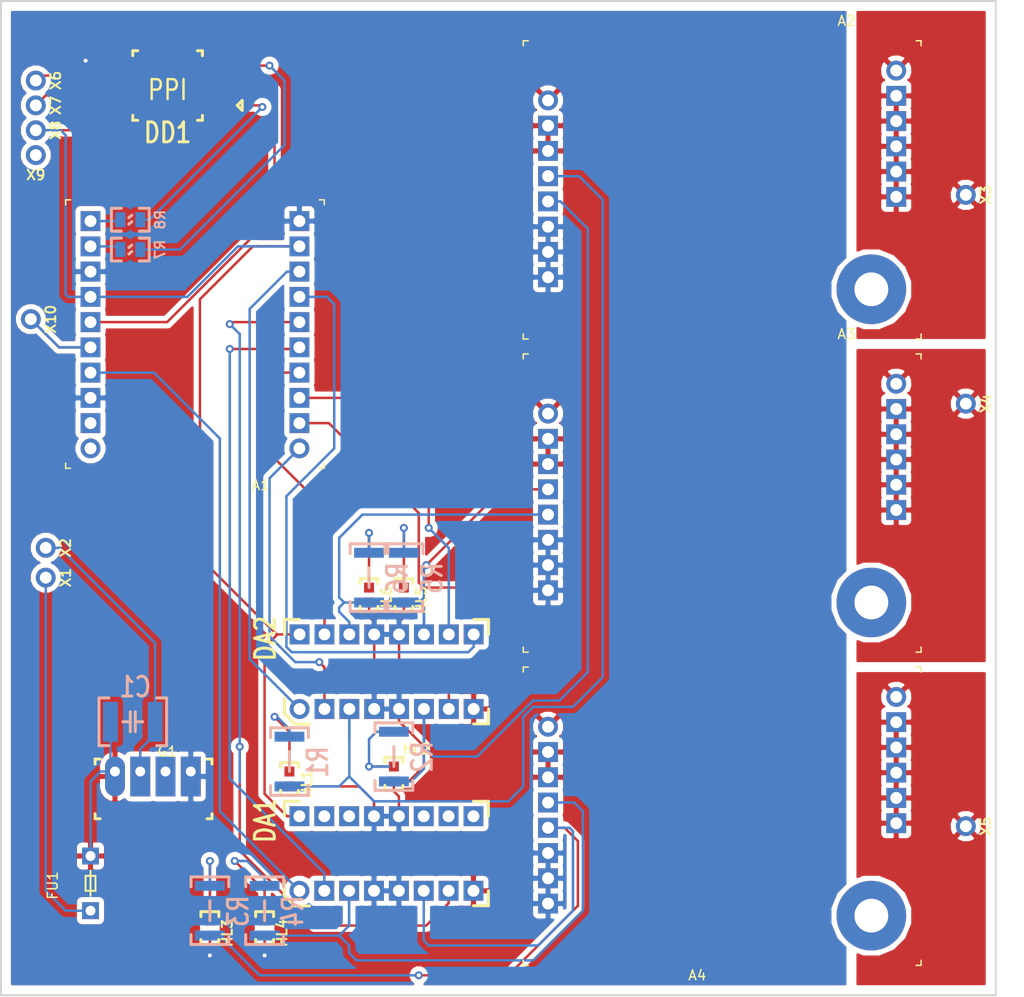
<source format=kicad_pcb>
(kicad_pcb (version 20171130) (host pcbnew "(5.0.0)")

  (general
    (thickness 1.6)
    (drawings 5)
    (tracks 284)
    (zones 0)
    (modules 34)
    (nets 47)
  )

  (page A4)
  (layers
    (0 F.Cu signal)
    (31 B.Cu signal)
    (32 B.Adhes user)
    (33 F.Adhes user)
    (34 B.Paste user)
    (35 F.Paste user)
    (36 B.SilkS user hide)
    (37 F.SilkS user hide)
    (38 B.Mask user)
    (39 F.Mask user)
    (40 Dwgs.User user)
    (41 Cmts.User user)
    (42 Eco1.User user)
    (43 Eco2.User user)
    (44 Edge.Cuts user)
    (45 Margin user)
    (46 B.CrtYd user)
    (47 F.CrtYd user)
    (48 B.Fab user)
    (49 F.Fab user)
  )

  (setup
    (last_trace_width 0.25)
    (trace_clearance 0.2)
    (zone_clearance 0.508)
    (zone_45_only no)
    (trace_min 0.2)
    (segment_width 0.2)
    (edge_width 0.15)
    (via_size 0.8)
    (via_drill 0.4)
    (via_min_size 0.4)
    (via_min_drill 0.3)
    (uvia_size 0.3)
    (uvia_drill 0.1)
    (uvias_allowed no)
    (uvia_min_size 0.2)
    (uvia_min_drill 0.1)
    (pcb_text_width 0.3)
    (pcb_text_size 1.5 1.5)
    (mod_edge_width 0.15)
    (mod_text_size 1 1)
    (mod_text_width 0.15)
    (pad_size 1.524 1.524)
    (pad_drill 0.762)
    (pad_to_mask_clearance 0.2)
    (aux_axis_origin 0 0)
    (visible_elements 7FFFFFFF)
    (pcbplotparams
      (layerselection 0x010c0_ffffffff)
      (usegerberextensions false)
      (usegerberattributes false)
      (usegerberadvancedattributes false)
      (creategerberjobfile false)
      (excludeedgelayer true)
      (linewidth 0.300000)
      (plotframeref false)
      (viasonmask false)
      (mode 1)
      (useauxorigin false)
      (hpglpennumber 1)
      (hpglpenspeed 20)
      (hpglpendiameter 15.000000)
      (psnegative false)
      (psa4output false)
      (plotreference true)
      (plotvalue true)
      (plotinvisibletext false)
      (padsonsilk false)
      (subtractmaskfromsilk false)
      (outputformat 1)
      (mirror false)
      (drillshape 0)
      (scaleselection 1)
      (outputdirectory "gerber/"))
  )

  (net 0 "")
  (net 1 K1)
  (net 2 "Net-(A1-Pad11)")
  (net 3 K2)
  (net 4 K3)
  (net 5 K4)
  (net 6 K5)
  (net 7 K6)
  (net 8 "Net-(A1-Pad7)")
  (net 9 "Net-(A1-Pad8)")
  (net 10 vcc)
  (net 11 gnd)
  (net 12 "Net-(A1-Pad12)")
  (net 13 en)
  (net 14 "Net-(A1-Pad15)")
  (net 15 rx)
  (net 16 "Net-(A1-Pad14)")
  (net 17 tx)
  (net 18 12dc)
  (net 19 "Net-(A2-Pad4)")
  (net 20 "Net-(A2-Pad5)")
  (net 21 0dc)
  (net 22 "Net-(A2-Pad10)")
  (net 23 "Net-(A3-Pad4)")
  (net 24 "Net-(A3-Pad5)")
  (net 25 "Net-(A3-Pad10)")
  (net 26 "Net-(A4-Pad4)")
  (net 27 "Net-(A4-Pad5)")
  (net 28 "Net-(A4-Pad10)")
  (net 29 "Net-(DA1-Pad15)")
  (net 30 "Net-(DA1-Pad14)")
  (net 31 "Net-(DA1-Pad11)")
  (net 32 "Net-(DA1-Pad10)")
  (net 33 "Net-(DA1-Pad9)")
  (net 34 "Net-(DD1-Pad1)")
  (net 35 "Net-(DD1-Pad4)")
  (net 36 "Net-(DD1-Pad7)")
  (net 37 "Net-(DD1-Pad6)")
  (net 38 "Net-(FU1-Pad1)")
  (net 39 Vcc)
  (net 40 "Net-(C1-Pad2)")
  (net 41 "Net-(HL1-Pad1)")
  (net 42 "Net-(HL2-Pad1)")
  (net 43 "Net-(HL3-Pad1)")
  (net 44 "Net-(HL4-Pad1)")
  (net 45 "Net-(HL5-Pad1)")
  (net 46 "Net-(HL6-Pad1)")

  (net_class Default "Это класс цепей по умолчанию."
    (clearance 0.2)
    (trace_width 0.25)
    (via_dia 0.8)
    (via_drill 0.4)
    (uvia_dia 0.3)
    (uvia_drill 0.1)
    (add_net 0dc)
    (add_net 12dc)
    (add_net K1)
    (add_net K2)
    (add_net K3)
    (add_net K4)
    (add_net K5)
    (add_net K6)
    (add_net "Net-(A1-Pad11)")
    (add_net "Net-(A1-Pad12)")
    (add_net "Net-(A1-Pad14)")
    (add_net "Net-(A1-Pad15)")
    (add_net "Net-(A1-Pad7)")
    (add_net "Net-(A1-Pad8)")
    (add_net "Net-(A2-Pad4)")
    (add_net "Net-(A2-Pad5)")
    (add_net "Net-(A3-Pad4)")
    (add_net "Net-(A3-Pad5)")
    (add_net "Net-(A4-Pad4)")
    (add_net "Net-(A4-Pad5)")
    (add_net "Net-(C1-Pad2)")
    (add_net "Net-(DA1-Pad10)")
    (add_net "Net-(DA1-Pad11)")
    (add_net "Net-(DA1-Pad14)")
    (add_net "Net-(DA1-Pad15)")
    (add_net "Net-(DA1-Pad9)")
    (add_net "Net-(DD1-Pad1)")
    (add_net "Net-(DD1-Pad4)")
    (add_net "Net-(DD1-Pad6)")
    (add_net "Net-(DD1-Pad7)")
    (add_net "Net-(FU1-Pad1)")
    (add_net "Net-(HL1-Pad1)")
    (add_net "Net-(HL2-Pad1)")
    (add_net "Net-(HL3-Pad1)")
    (add_net "Net-(HL4-Pad1)")
    (add_net "Net-(HL5-Pad1)")
    (add_net "Net-(HL6-Pad1)")
    (add_net Vcc)
    (add_net en)
    (add_net gnd)
    (add_net rx)
    (add_net tx)
    (add_net vcc)
  )

  (net_class сила ""
    (clearance 0.5)
    (trace_width 0.5)
    (via_dia 0.8)
    (via_drill 0.4)
    (uvia_dia 0.3)
    (uvia_drill 0.1)
    (add_net "Net-(A2-Pad10)")
    (add_net "Net-(A3-Pad10)")
    (add_net "Net-(A4-Pad10)")
  )

  (module N_DD:module_halfbridge (layer F.Cu) (tedit 5C500B4E) (tstamp 5C501811)
    (at -145 0)
    (path /5C427051)
    (fp_text reference A2 (at 30 -8) (layer F.SilkS)
      (effects (font (size 1 1) (thickness 0.15)))
    )
    (fp_text value Module_halfbridge (at 22.5 9.5) (layer F.Fab)
      (effects (font (size 1 1) (thickness 0.15)))
    )
    (fp_line (start 37.5 -6) (end 37 -6) (layer F.SilkS) (width 0.15))
    (fp_line (start 37.5 -6) (end 37.5 -5.5) (layer F.SilkS) (width 0.15))
    (fp_line (start 37.5 24) (end 37 24) (layer F.SilkS) (width 0.15))
    (fp_line (start 37.5 24) (end 37.5 23.5) (layer F.SilkS) (width 0.15))
    (fp_line (start -2.5 24) (end -2 24) (layer F.SilkS) (width 0.15))
    (fp_line (start -2.5 24) (end -2.5 23.5) (layer F.SilkS) (width 0.15))
    (fp_line (start -2.5 -6) (end -2.5 -5.5) (layer F.SilkS) (width 0.15))
    (fp_line (start -2.5 -6) (end -2 -6) (layer F.SilkS) (width 0.15))
    (pad 10 thru_hole rect (at 35 -0.46) (size 2 2) (drill 1.2) (layers *.Cu *.Mask)
      (net 22 "Net-(A2-Pad10)"))
    (pad 12 thru_hole rect (at 35 4.62) (size 2 2) (drill 1.2) (layers *.Cu *.Mask)
      (net 22 "Net-(A2-Pad10)"))
    (pad 14 thru_hole rect (at 35 9.7) (size 2 2) (drill 1.2) (layers *.Cu *.Mask)
      (net 22 "Net-(A2-Pad10)"))
    (pad 13 thru_hole rect (at 35 7.16) (size 2 2) (drill 1.2) (layers *.Cu *.Mask)
      (net 22 "Net-(A2-Pad10)"))
    (pad 11 thru_hole rect (at 35 2.08) (size 2 2) (drill 1.2) (layers *.Cu *.Mask)
      (net 22 "Net-(A2-Pad10)"))
    (pad 9 thru_hole circle (at 35 -3) (size 2 2) (drill 1.2) (layers *.Cu *.Mask)
      (net 22 "Net-(A2-Pad10)"))
    (pad "" thru_hole circle (at 32.5 19) (size 7 7) (drill 3.4) (layers *.Cu *.Mask))
    (pad 8 thru_hole rect (at 0 17.78) (size 2 2) (drill 1.2) (layers *.Cu *.Mask)
      (net 21 0dc))
    (pad 7 thru_hole rect (at 0 15.24) (size 2 2) (drill 1.2) (layers *.Cu *.Mask)
      (net 21 0dc))
    (pad 6 thru_hole rect (at 0 12.7) (size 2 2) (drill 1.2) (layers *.Cu *.Mask)
      (net 21 0dc))
    (pad 5 thru_hole rect (at 0 10.16) (size 2 2) (drill 1.2) (layers *.Cu *.Mask)
      (net 20 "Net-(A2-Pad5)"))
    (pad 4 thru_hole rect (at 0 7.62) (size 2 2) (drill 1.2) (layers *.Cu *.Mask)
      (net 19 "Net-(A2-Pad4)"))
    (pad 3 thru_hole rect (at 0 5.08) (size 2 2) (drill 1.2) (layers *.Cu *.Mask)
      (net 18 12dc))
    (pad 2 thru_hole rect (at 0 2.54) (size 2 2) (drill 1.2) (layers *.Cu *.Mask)
      (net 18 12dc))
    (pad 1 thru_hole circle (at 0 0) (size 2 2) (drill 1.2) (layers *.Cu *.Mask)
      (net 18 12dc))
  )

  (module N_DD:module_halfbridge (layer F.Cu) (tedit 5C500B4E) (tstamp 5C50182C)
    (at -145 31.5)
    (path /5C4270EB)
    (fp_text reference A3 (at 30 -8) (layer F.SilkS)
      (effects (font (size 1 1) (thickness 0.15)))
    )
    (fp_text value Module_halfbridge (at 22.5 9.5) (layer F.Fab)
      (effects (font (size 1 1) (thickness 0.15)))
    )
    (fp_line (start 37.5 -6) (end 37 -6) (layer F.SilkS) (width 0.15))
    (fp_line (start 37.5 -6) (end 37.5 -5.5) (layer F.SilkS) (width 0.15))
    (fp_line (start 37.5 24) (end 37 24) (layer F.SilkS) (width 0.15))
    (fp_line (start 37.5 24) (end 37.5 23.5) (layer F.SilkS) (width 0.15))
    (fp_line (start -2.5 24) (end -2 24) (layer F.SilkS) (width 0.15))
    (fp_line (start -2.5 24) (end -2.5 23.5) (layer F.SilkS) (width 0.15))
    (fp_line (start -2.5 -6) (end -2.5 -5.5) (layer F.SilkS) (width 0.15))
    (fp_line (start -2.5 -6) (end -2 -6) (layer F.SilkS) (width 0.15))
    (pad 10 thru_hole rect (at 35 -0.46) (size 2 2) (drill 1.2) (layers *.Cu *.Mask)
      (net 25 "Net-(A3-Pad10)"))
    (pad 12 thru_hole rect (at 35 4.62) (size 2 2) (drill 1.2) (layers *.Cu *.Mask)
      (net 25 "Net-(A3-Pad10)"))
    (pad 14 thru_hole rect (at 35 9.7) (size 2 2) (drill 1.2) (layers *.Cu *.Mask)
      (net 25 "Net-(A3-Pad10)"))
    (pad 13 thru_hole rect (at 35 7.16) (size 2 2) (drill 1.2) (layers *.Cu *.Mask)
      (net 25 "Net-(A3-Pad10)"))
    (pad 11 thru_hole rect (at 35 2.08) (size 2 2) (drill 1.2) (layers *.Cu *.Mask)
      (net 25 "Net-(A3-Pad10)"))
    (pad 9 thru_hole circle (at 35 -3) (size 2 2) (drill 1.2) (layers *.Cu *.Mask)
      (net 25 "Net-(A3-Pad10)"))
    (pad "" thru_hole circle (at 32.5 19) (size 7 7) (drill 3.4) (layers *.Cu *.Mask))
    (pad 8 thru_hole rect (at 0 17.78) (size 2 2) (drill 1.2) (layers *.Cu *.Mask)
      (net 21 0dc))
    (pad 7 thru_hole rect (at 0 15.24) (size 2 2) (drill 1.2) (layers *.Cu *.Mask)
      (net 21 0dc))
    (pad 6 thru_hole rect (at 0 12.7) (size 2 2) (drill 1.2) (layers *.Cu *.Mask)
      (net 21 0dc))
    (pad 5 thru_hole rect (at 0 10.16) (size 2 2) (drill 1.2) (layers *.Cu *.Mask)
      (net 24 "Net-(A3-Pad5)"))
    (pad 4 thru_hole rect (at 0 7.62) (size 2 2) (drill 1.2) (layers *.Cu *.Mask)
      (net 23 "Net-(A3-Pad4)"))
    (pad 3 thru_hole rect (at 0 5.08) (size 2 2) (drill 1.2) (layers *.Cu *.Mask)
      (net 18 12dc))
    (pad 2 thru_hole rect (at 0 2.54) (size 2 2) (drill 1.2) (layers *.Cu *.Mask)
      (net 18 12dc))
    (pad 1 thru_hole circle (at 0 0) (size 2 2) (drill 1.2) (layers *.Cu *.Mask)
      (net 18 12dc))
  )

  (module N_DD:module_halfbridge (layer F.Cu) (tedit 5C500B4E) (tstamp 5C501847)
    (at -145 63)
    (path /5C427155)
    (fp_text reference A4 (at 15 25) (layer F.SilkS)
      (effects (font (size 1 1) (thickness 0.15)))
    )
    (fp_text value Module_halfbridge (at 22.5 9.5) (layer F.Fab)
      (effects (font (size 1 1) (thickness 0.15)))
    )
    (fp_line (start 37.5 -6) (end 37 -6) (layer F.SilkS) (width 0.15))
    (fp_line (start 37.5 -6) (end 37.5 -5.5) (layer F.SilkS) (width 0.15))
    (fp_line (start 37.5 24) (end 37 24) (layer F.SilkS) (width 0.15))
    (fp_line (start 37.5 24) (end 37.5 23.5) (layer F.SilkS) (width 0.15))
    (fp_line (start -2.5 24) (end -2 24) (layer F.SilkS) (width 0.15))
    (fp_line (start -2.5 24) (end -2.5 23.5) (layer F.SilkS) (width 0.15))
    (fp_line (start -2.5 -6) (end -2.5 -5.5) (layer F.SilkS) (width 0.15))
    (fp_line (start -2.5 -6) (end -2 -6) (layer F.SilkS) (width 0.15))
    (pad 10 thru_hole rect (at 35 -0.46) (size 2 2) (drill 1.2) (layers *.Cu *.Mask)
      (net 28 "Net-(A4-Pad10)"))
    (pad 12 thru_hole rect (at 35 4.62) (size 2 2) (drill 1.2) (layers *.Cu *.Mask)
      (net 28 "Net-(A4-Pad10)"))
    (pad 14 thru_hole rect (at 35 9.7) (size 2 2) (drill 1.2) (layers *.Cu *.Mask)
      (net 28 "Net-(A4-Pad10)"))
    (pad 13 thru_hole rect (at 35 7.16) (size 2 2) (drill 1.2) (layers *.Cu *.Mask)
      (net 28 "Net-(A4-Pad10)"))
    (pad 11 thru_hole rect (at 35 2.08) (size 2 2) (drill 1.2) (layers *.Cu *.Mask)
      (net 28 "Net-(A4-Pad10)"))
    (pad 9 thru_hole circle (at 35 -3) (size 2 2) (drill 1.2) (layers *.Cu *.Mask)
      (net 28 "Net-(A4-Pad10)"))
    (pad "" thru_hole circle (at 32.5 19) (size 7 7) (drill 3.4) (layers *.Cu *.Mask))
    (pad 8 thru_hole rect (at 0 17.78) (size 2 2) (drill 1.2) (layers *.Cu *.Mask)
      (net 21 0dc))
    (pad 7 thru_hole rect (at 0 15.24) (size 2 2) (drill 1.2) (layers *.Cu *.Mask)
      (net 21 0dc))
    (pad 6 thru_hole rect (at 0 12.7) (size 2 2) (drill 1.2) (layers *.Cu *.Mask)
      (net 21 0dc))
    (pad 5 thru_hole rect (at 0 10.16) (size 2 2) (drill 1.2) (layers *.Cu *.Mask)
      (net 27 "Net-(A4-Pad5)"))
    (pad 4 thru_hole rect (at 0 7.62) (size 2 2) (drill 1.2) (layers *.Cu *.Mask)
      (net 26 "Net-(A4-Pad4)"))
    (pad 3 thru_hole rect (at 0 5.08) (size 2 2) (drill 1.2) (layers *.Cu *.Mask)
      (net 18 12dc))
    (pad 2 thru_hole rect (at 0 2.54) (size 2 2) (drill 1.2) (layers *.Cu *.Mask)
      (net 18 12dc))
    (pad 1 thru_hole circle (at 0 0) (size 2 2) (drill 1.2) (layers *.Cu *.Mask)
      (net 18 12dc))
  )

  (module N_DD:avr (layer F.Cu) (tedit 5C50084E) (tstamp 5C5017F6)
    (at -170 35 180)
    (path /5C4270A9)
    (fp_text reference A1 (at 3.9 -3.7 180) (layer F.SilkS)
      (effects (font (size 1 1) (thickness 0.15)))
    )
    (fp_text value plata_avr8 (at 10.16 7.62 180) (layer F.Fab)
      (effects (font (size 1 1) (thickness 0.15)))
    )
    (fp_line (start 23.5 -2) (end 23 -2) (layer F.SilkS) (width 0.15))
    (fp_line (start 23.5 -1.5) (end 23.5 -2) (layer F.SilkS) (width 0.15))
    (fp_line (start -2.5 -2) (end -2.5 -1.5) (layer F.SilkS) (width 0.15))
    (fp_line (start -2.5 -2) (end -2 -2) (layer F.SilkS) (width 0.15))
    (fp_line (start 23.5 25) (end 23.5 24.5) (layer F.SilkS) (width 0.15))
    (fp_line (start 23.5 25) (end 23 25) (layer F.SilkS) (width 0.15))
    (fp_line (start -2.5 25) (end -2 25) (layer F.SilkS) (width 0.15))
    (fp_line (start -2.5 25) (end -2.5 24.5) (layer F.SilkS) (width 0.15))
    (pad 1 thru_hole circle (at 0 0 180) (size 2 2) (drill 1.2) (layers *.Cu *.Mask)
      (net 1 K1))
    (pad 11 thru_hole circle (at 21 0 180) (size 2 2) (drill 1.2) (layers *.Cu *.Mask)
      (net 2 "Net-(A1-Pad11)"))
    (pad 2 thru_hole rect (at 0 2.54 180) (size 2 2) (drill 1.2) (layers *.Cu *.Mask)
      (net 3 K2))
    (pad 3 thru_hole rect (at 0 5.08 180) (size 2 2) (drill 1.2) (layers *.Cu *.Mask)
      (net 4 K3))
    (pad 4 thru_hole rect (at 0 7.62 180) (size 2 2) (drill 1.2) (layers *.Cu *.Mask)
      (net 5 K4))
    (pad 5 thru_hole rect (at 0 10.16 180) (size 2 2) (drill 1.2) (layers *.Cu *.Mask)
      (net 6 K5))
    (pad 6 thru_hole rect (at 0 12.7 180) (size 2 2) (drill 1.2) (layers *.Cu *.Mask)
      (net 7 K6))
    (pad 7 thru_hole rect (at 0 15.24 180) (size 2 2) (drill 1.2) (layers *.Cu *.Mask)
      (net 8 "Net-(A1-Pad7)"))
    (pad 8 thru_hole rect (at 0 17.78 180) (size 2 2) (drill 1.2) (layers *.Cu *.Mask)
      (net 9 "Net-(A1-Pad8)"))
    (pad 9 thru_hole rect (at 0 20.32 180) (size 2 2) (drill 1.2) (layers *.Cu *.Mask)
      (net 10 vcc))
    (pad 10 thru_hole rect (at 0 22.86 180) (size 2 2) (drill 1.2) (layers *.Cu *.Mask)
      (net 21 0dc))
    (pad 13 thru_hole rect (at 21 5.08 180) (size 2 2) (drill 1.2) (layers *.Cu *.Mask)
      (net 21 0dc))
    (pad 12 thru_hole rect (at 21 2.54 180) (size 2 2) (drill 1.2) (layers *.Cu *.Mask)
      (net 12 "Net-(A1-Pad12)"))
    (pad 16 thru_hole rect (at 21 12.7 180) (size 2 2) (drill 1.2) (layers *.Cu *.Mask)
      (net 13 en))
    (pad 18 thru_hole rect (at 21 17.78 180) (size 2 2) (drill 1.2) (layers *.Cu *.Mask)
      (net 21 0dc))
    (pad 17 thru_hole rect (at 21 15.24 180) (size 2 2) (drill 1.2) (layers *.Cu *.Mask)
      (net 10 vcc))
    (pad 15 thru_hole rect (at 21 10.16 180) (size 2 2) (drill 1.2) (layers *.Cu *.Mask)
      (net 14 "Net-(A1-Pad15)"))
    (pad 20 thru_hole rect (at 21 22.86 180) (size 2 2) (drill 1.2) (layers *.Cu *.Mask)
      (net 15 rx))
    (pad 14 thru_hole rect (at 21 7.62 180) (size 2 2) (drill 1.2) (layers *.Cu *.Mask)
      (net 16 "Net-(A1-Pad14)"))
    (pad 19 thru_hole rect (at 21 20.32 180) (size 2 2) (drill 1.2) (layers *.Cu *.Mask)
      (net 17 tx))
  )

  (module N_RLC:Конденсатор_SMD_1812 (layer B.Cu) (tedit 5C055B2F) (tstamp 5C50185B)
    (at -189 62.5)
    (path /5C53B0F7)
    (fp_text reference C1 (at 2.5 -3.5 180) (layer B.SilkS)
      (effects (font (size 2 1.6) (thickness 0.3)) (justify mirror))
    )
    (fp_text value Конденсатор_керамический (at 2.55 -3.55) (layer B.Fab)
      (effects (font (size 1 1) (thickness 0.15)) (justify mirror))
    )
    (fp_line (start 2 0) (end 1.25 0) (layer B.SilkS) (width 0.3))
    (fp_line (start 2.5 0) (end 3.25 0) (layer B.SilkS) (width 0.3))
    (fp_line (start 2 1) (end 2 -1) (layer B.SilkS) (width 0.3))
    (fp_line (start 2.5 1) (end 2.5 -1) (layer B.SilkS) (width 0.3))
    (fp_line (start 5.65 2.4) (end 4.65 2.4) (layer B.SilkS) (width 0.3))
    (fp_line (start 5.65 2.4) (end 5.65 1.4) (layer B.SilkS) (width 0.3))
    (fp_line (start 5.65 -2.4) (end 4.65 -2.4) (layer B.SilkS) (width 0.3))
    (fp_line (start 5.65 -2.4) (end 5.65 -1.4) (layer B.SilkS) (width 0.3))
    (fp_line (start -1.15 -2.4) (end -0.15 -2.4) (layer B.SilkS) (width 0.3))
    (fp_line (start -1.15 -2.4) (end -1.15 -1.4) (layer B.SilkS) (width 0.3))
    (fp_line (start -1.15 2.4) (end -1.15 1.4) (layer B.SilkS) (width 0.3))
    (fp_line (start -1.15 2.4) (end -0.15 2.4) (layer B.SilkS) (width 0.3))
    (fp_line (start -1.15 1.4) (end -1.15 -1.4) (layer B.SilkS) (width 0.3))
    (fp_line (start 5.65 1.4) (end 5.65 -1.4) (layer B.SilkS) (width 0.3))
    (pad 1 smd rect (at 0 0) (size 1.5 4) (layers B.Cu B.Paste B.Mask)
      (net 18 12dc) (clearance 0.2))
    (pad 2 smd rect (at 4.5 0) (size 1.5 4) (layers B.Cu B.Paste B.Mask)
      (net 40 "Net-(C1-Pad2)") (clearance 0.2))
    (model ${N_3D}/Cap_1812.stp
      (offset (xyz 0 -1.778 3.302))
      (scale (xyz 1 1 1))
      (rotate (xyz 90 0 0))
    )
  )

  (module N_DD:DIP16 (layer F.Cu) (tedit 5C4F14AD) (tstamp 5C501878)
    (at -170 79.5 90)
    (path /5C4F3F4F)
    (fp_text reference DA1 (at 7.08 -3.44 90) (layer F.SilkS)
      (effects (font (size 2 1.6) (thickness 0.3)))
    )
    (fp_text value KP1128KT3 (at 4 17.5 90) (layer F.Fab)
      (effects (font (size 1 1) (thickness 0.15)))
    )
    (fp_line (start 9 -1.5) (end 9 0) (layer F.SilkS) (width 0.3))
    (fp_line (start 9 -1.5) (end 7.5 -1.5) (layer F.SilkS) (width 0.3))
    (fp_line (start 9 19) (end 9 17.5) (layer F.SilkS) (width 0.3))
    (fp_line (start 9 19) (end 7.5 19) (layer F.SilkS) (width 0.3))
    (fp_line (start -1.5 19) (end -1.5 17.5) (layer F.SilkS) (width 0.3))
    (fp_line (start -1.5 19) (end 0 19) (layer F.SilkS) (width 0.3))
    (fp_line (start -0.508 -1.524) (end 1.0668 -1.524) (layer F.SilkS) (width 0.3))
    (fp_line (start -1.524 -0.4572) (end -1.524 1.016) (layer F.SilkS) (width 0.3))
    (fp_line (start -0.5 -1.5) (end -1.5 -0.5) (layer F.SilkS) (width 0.3))
    (pad 1 thru_hole circle (at 0 0 90) (size 2 2) (drill 1.2) (layers *.Cu *.Paste *.Mask)
      (net 16 "Net-(A1-Pad14)"))
    (pad 2 thru_hole rect (at 0 2.5 90) (size 2 2) (drill 1.2) (layers *.Cu *.Paste *.Mask)
      (net 6 K5))
    (pad 3 thru_hole rect (at 0 5 90) (size 2 2) (drill 1.2) (layers *.Cu *.Paste *.Mask)
      (net 26 "Net-(A4-Pad4)"))
    (pad 4 thru_hole rect (at 0 7.5 90) (size 2 2) (drill 1.2) (layers *.Cu *.Paste *.Mask)
      (net 21 0dc))
    (pad 5 thru_hole rect (at 0 10 90) (size 2 2) (drill 1.2) (layers *.Cu *.Paste *.Mask)
      (net 21 0dc))
    (pad 6 thru_hole rect (at 0 12.5 90) (size 2 2) (drill 1.2) (layers *.Cu *.Paste *.Mask)
      (net 27 "Net-(A4-Pad5)"))
    (pad 7 thru_hole rect (at 0 15 90) (size 2 2) (drill 1.2) (layers *.Cu *.Paste *.Mask)
      (net 7 K6))
    (pad 8 thru_hole rect (at 0 17.5 90) (size 2 2) (drill 1.2) (layers *.Cu *.Paste *.Mask)
      (net 18 12dc))
    (pad 16 thru_hole rect (at 7.5 0 90) (size 2 2) (drill 1.2) (layers *.Cu *.Mask)
      (net 10 vcc))
    (pad 15 thru_hole rect (at 7.5 2.5 90) (size 2 2) (drill 1.2) (layers *.Cu *.Mask)
      (net 29 "Net-(DA1-Pad15)"))
    (pad 14 thru_hole rect (at 7.5 5 90) (size 2 2) (drill 1.2) (layers *.Cu *.Mask)
      (net 30 "Net-(DA1-Pad14)"))
    (pad 13 thru_hole rect (at 7.5 7.5 90) (size 2 2) (drill 1.2) (layers *.Cu *.Mask)
      (net 21 0dc))
    (pad 12 thru_hole rect (at 7.5 10 90) (size 2 2) (drill 1.2) (layers *.Cu *.Mask)
      (net 21 0dc))
    (pad 11 thru_hole rect (at 7.5 12.5 90) (size 2 2) (drill 1.2) (layers *.Cu *.Mask)
      (net 31 "Net-(DA1-Pad11)"))
    (pad 10 thru_hole rect (at 7.5 15 90) (size 2 2) (drill 1.2) (layers *.Cu *.Mask)
      (net 32 "Net-(DA1-Pad10)"))
    (pad 9 thru_hole rect (at 7.5 17.5 90) (size 2 2) (drill 1.2) (layers *.Cu *.Mask)
      (net 33 "Net-(DA1-Pad9)"))
    (model //kb.ru/dfs/share/060/kicad/3D/DIP8.wrl
      (at (xyz 0 0 0))
      (scale (xyz 0.3937 0.3937 0.3937))
      (rotate (xyz 270 0 0))
    )
  )

  (module N_DD:DIP16 (layer F.Cu) (tedit 5C4F14AD) (tstamp 5C501895)
    (at -169.980344 61.211173 90)
    (path /5C4F3E9B)
    (fp_text reference DA2 (at 7.08 -3.44 90) (layer F.SilkS)
      (effects (font (size 2 1.6) (thickness 0.3)))
    )
    (fp_text value KP1128KT3 (at 4 17.5 90) (layer F.Fab)
      (effects (font (size 1 1) (thickness 0.15)))
    )
    (fp_line (start -0.5 -1.5) (end -1.5 -0.5) (layer F.SilkS) (width 0.3))
    (fp_line (start -1.524 -0.4572) (end -1.524 1.016) (layer F.SilkS) (width 0.3))
    (fp_line (start -0.508 -1.524) (end 1.0668 -1.524) (layer F.SilkS) (width 0.3))
    (fp_line (start -1.5 19) (end 0 19) (layer F.SilkS) (width 0.3))
    (fp_line (start -1.5 19) (end -1.5 17.5) (layer F.SilkS) (width 0.3))
    (fp_line (start 9 19) (end 7.5 19) (layer F.SilkS) (width 0.3))
    (fp_line (start 9 19) (end 9 17.5) (layer F.SilkS) (width 0.3))
    (fp_line (start 9 -1.5) (end 7.5 -1.5) (layer F.SilkS) (width 0.3))
    (fp_line (start 9 -1.5) (end 9 0) (layer F.SilkS) (width 0.3))
    (pad 9 thru_hole rect (at 7.5 17.5 90) (size 2 2) (drill 1.2) (layers *.Cu *.Mask)
      (net 8 "Net-(A1-Pad7)"))
    (pad 10 thru_hole rect (at 7.5 15 90) (size 2 2) (drill 1.2) (layers *.Cu *.Mask)
      (net 4 K3))
    (pad 11 thru_hole rect (at 7.5 12.5 90) (size 2 2) (drill 1.2) (layers *.Cu *.Mask)
      (net 23 "Net-(A3-Pad4)"))
    (pad 12 thru_hole rect (at 7.5 10 90) (size 2 2) (drill 1.2) (layers *.Cu *.Mask)
      (net 21 0dc))
    (pad 13 thru_hole rect (at 7.5 7.5 90) (size 2 2) (drill 1.2) (layers *.Cu *.Mask)
      (net 21 0dc))
    (pad 14 thru_hole rect (at 7.5 5 90) (size 2 2) (drill 1.2) (layers *.Cu *.Mask)
      (net 24 "Net-(A3-Pad5)"))
    (pad 15 thru_hole rect (at 7.5 2.5 90) (size 2 2) (drill 1.2) (layers *.Cu *.Mask)
      (net 5 K4))
    (pad 16 thru_hole rect (at 7.5 0 90) (size 2 2) (drill 1.2) (layers *.Cu *.Mask)
      (net 10 vcc))
    (pad 8 thru_hole rect (at 0 17.5 90) (size 2 2) (drill 1.2) (layers *.Cu *.Paste *.Mask)
      (net 18 12dc))
    (pad 7 thru_hole rect (at 0 15 90) (size 2 2) (drill 1.2) (layers *.Cu *.Paste *.Mask)
      (net 3 K2))
    (pad 6 thru_hole rect (at 0 12.5 90) (size 2 2) (drill 1.2) (layers *.Cu *.Paste *.Mask)
      (net 20 "Net-(A2-Pad5)"))
    (pad 5 thru_hole rect (at 0 10 90) (size 2 2) (drill 1.2) (layers *.Cu *.Paste *.Mask)
      (net 21 0dc))
    (pad 4 thru_hole rect (at 0 7.5 90) (size 2 2) (drill 1.2) (layers *.Cu *.Paste *.Mask)
      (net 21 0dc))
    (pad 3 thru_hole rect (at 0 5 90) (size 2 2) (drill 1.2) (layers *.Cu *.Paste *.Mask)
      (net 19 "Net-(A2-Pad4)"))
    (pad 2 thru_hole rect (at 0 2.5 90) (size 2 2) (drill 1.2) (layers *.Cu *.Paste *.Mask)
      (net 1 K1))
    (pad 1 thru_hole circle (at 0 0 90) (size 2 2) (drill 1.2) (layers *.Cu *.Paste *.Mask)
      (net 9 "Net-(A1-Pad8)"))
    (model //kb.ru/dfs/share/060/kicad/3D/DIP8.wrl
      (at (xyz 0 0 0))
      (scale (xyz 0.3937 0.3937 0.3937))
      (rotate (xyz 270 0 0))
    )
  )

  (module N_DD:Микросхема_5559ИНхх (layer F.Cu) (tedit 5C0559CA) (tstamp 5C5018AF)
    (at -181.25 -5 180)
    (path /5C4530FA)
    (fp_text reference DD1 (at 2 -8.25) (layer F.SilkS)
      (effects (font (size 2 1.6) (thickness 0.3)))
    )
    (fp_text value 5559ИН28У (at 1.75 1.75 180) (layer F.Fab) hide
      (effects (font (size 2 2) (thickness 0.3)))
    )
    (fp_text user PPI (at 2 -3.950001 180) (layer F.SilkS)
      (effects (font (size 2 1.6) (thickness 0.25)))
    )
    (fp_line (start -1.5 -7) (end -1 -7) (layer F.SilkS) (width 0.3))
    (fp_line (start -1.5 -6.5) (end -1.5 -7) (layer F.SilkS) (width 0.3))
    (fp_line (start 5.5 -7) (end 5.5 -6.5) (layer F.SilkS) (width 0.3))
    (fp_line (start 5 -7) (end 5.5 -7) (layer F.SilkS) (width 0.3))
    (fp_line (start -1.5 0) (end -1 0) (layer F.SilkS) (width 0.3))
    (fp_line (start -1.5 -0.5) (end -1.5 0) (layer F.SilkS) (width 0.3))
    (fp_line (start 5.5 0) (end 5 0) (layer F.SilkS) (width 0.3))
    (fp_line (start 5.5 -0.5) (end 5.5 0) (layer F.SilkS) (width 0.3))
    (fp_line (start -5 -5.5) (end -5.5 -6) (layer F.SilkS) (width 0.3))
    (fp_line (start -5 -5.5) (end -5.5 -5) (layer F.SilkS) (width 0.3))
    (fp_line (start -5.5 -6) (end -5.5 -5) (layer F.SilkS) (width 0.3))
    (pad 1 smd rect (at -2.25 -5.5 180) (size 4.5 0.5) (layers F.Cu F.Paste F.Mask)
      (net 34 "Net-(DD1-Pad1)"))
    (pad 2 smd rect (at -2.25 -4.5 180) (size 4.5 0.5) (layers F.Cu F.Paste F.Mask)
      (net 13 en))
    (pad "" smd rect (at -3 -3.5 180) (size 3 0.5) (layers F.Cu F.Paste F.Mask))
    (pad 3 smd rect (at -2.25 -2.5 180) (size 4.5 0.5) (layers F.Cu F.Paste F.Mask)
      (net 13 en))
    (pad 4 smd rect (at -2.25 -1.5 180) (size 4.5 0.5) (layers F.Cu F.Paste F.Mask)
      (net 35 "Net-(DD1-Pad4)"))
    (pad 8 smd rect (at 6.25 -5.5 180) (size 4.5 0.5) (layers F.Cu F.Paste F.Mask)
      (net 10 vcc))
    (pad 7 smd rect (at 6.25 -4.5 180) (size 4.5 0.5) (layers F.Cu F.Paste F.Mask)
      (net 36 "Net-(DD1-Pad7)"))
    (pad "" smd rect (at 7 -3.5 180) (size 3 0.5) (layers F.Cu F.Paste F.Mask))
    (pad 6 smd rect (at 6.25 -2.5 180) (size 4.5 0.5) (layers F.Cu F.Paste F.Mask)
      (net 37 "Net-(DD1-Pad6)"))
    (pad 5 smd rect (at 6.25 -1.5 180) (size 4.5 0.5) (layers F.Cu F.Paste F.Mask)
      (net 21 0dc))
    (model ${N_3D}/H02_8-1B1.step
      (offset (xyz 2.032 3.4798 0.2))
      (scale (xyz 1 1 1))
      (rotate (xyz 0 0 90))
    )
  )

  (module N_RLC:Предохранитель_MF-R_d10.4 (layer F.Cu) (tedit 5C2B8468) (tstamp 5C5018BA)
    (at -191 81.5 90)
    (path /5C53FF79)
    (fp_text reference FU1 (at 2.54 -3.81 90) (layer F.SilkS)
      (effects (font (size 1 1) (thickness 0.15)))
    )
    (fp_text value Предохранитель (at 3.5 -2.5 90) (layer F.Fab)
      (effects (font (size 1 1) (thickness 0.15)))
    )
    (fp_line (start 1.5 0) (end 4 0) (layer F.SilkS) (width 0.2))
    (fp_line (start 2 -0.5) (end 3.5 -0.5) (layer F.SilkS) (width 0.2))
    (fp_line (start 3.5 -0.5) (end 3.5 0.5) (layer F.SilkS) (width 0.2))
    (fp_line (start 3.5 0.5) (end 2 0.5) (layer F.SilkS) (width 0.2))
    (fp_line (start 2 0.5) (end 2 -0.5) (layer F.SilkS) (width 0.2))
    (pad 2 thru_hole rect (at 5.5 0 180) (size 1.7 1.7) (drill 1) (layers *.Cu *.Mask)
      (net 18 12dc))
    (pad 1 thru_hole rect (at 0 0 90) (size 1.7 1.7) (drill 1) (layers *.Cu *.Mask)
      (net 38 "Net-(FU1-Pad1)"))
    (model ${N_3D}/FU_MF-R090.step
      (offset (xyz 2.75 0 0))
      (scale (xyz 1 1 1))
      (rotate (xyz -90 0 65))
    )
  )

  (module N_G:Модуль_питания_AM1S_Z (layer F.Cu) (tedit 5B991D65) (tstamp 5C5018CA)
    (at -188.54 67.5)
    (path /5C52E60C)
    (fp_text reference G1 (at 5.25 -2) (layer F.SilkS)
      (effects (font (size 1 1) (thickness 0.15)))
    )
    (fp_text value Модульпитания (at 4.75 5.75) (layer F.Fab)
      (effects (font (size 1 1) (thickness 0.15)))
    )
    (fp_line (start -2 -1.25) (end -1.5 -1.25) (layer F.SilkS) (width 0.3))
    (fp_line (start -2 -1.25) (end -2 -0.75) (layer F.SilkS) (width 0.3))
    (fp_line (start -2 4.75) (end -1.5 4.75) (layer F.SilkS) (width 0.3))
    (fp_line (start -2 4.75) (end -2 4.25) (layer F.SilkS) (width 0.3))
    (fp_line (start 9.75 4.75) (end 9.25 4.75) (layer F.SilkS) (width 0.3))
    (fp_line (start 9.75 4.75) (end 9.75 4.25) (layer F.SilkS) (width 0.3))
    (fp_line (start 9.75 -1.25) (end 9.25 -1.25) (layer F.SilkS) (width 0.3))
    (fp_line (start 9.75 -1.25) (end 9.75 -0.75) (layer F.SilkS) (width 0.3))
    (pad 4 thru_hole rect (at 7.62 0) (size 2 4) (drill 1 (offset 0 0.5)) (layers *.Cu *.Mask)
      (net 21 0dc))
    (pad 3 thru_hole rect (at 5.08 0) (size 2 4) (drill 1 (offset 0 0.5)) (layers *.Cu *.Mask)
      (net 39 Vcc))
    (pad 2 thru_hole rect (at 2.54 0) (size 2 4) (drill 1 (offset 0 0.5)) (layers *.Cu *.Mask)
      (net 40 "Net-(C1-Pad2)"))
    (pad 1 thru_hole oval (at 0 0) (size 2 4) (drill 1 (offset 0 0.5)) (layers *.Cu *.Mask)
      (net 18 12dc))
  )

  (module N_RLC:Резистор_SMD_0805_0,125Вт (layer B.Cu) (tedit 5C2951A1) (tstamp 5C50193A)
    (at -188 15)
    (path /5C5196A3)
    (fp_text reference R7 (at 4 0 90) (layer B.SilkS)
      (effects (font (size 1 1) (thickness 0.2)) (justify mirror))
    )
    (fp_text value Резистор_0,125Вт (at 1.29 -2.09) (layer B.Fab) hide
      (effects (font (size 2 1.6) (thickness 0.3)) (justify mirror))
    )
    (fp_line (start -0.6 -1.15) (end -0.1 -1.15) (layer B.SilkS) (width 0.3))
    (fp_line (start 2.5 -1.15) (end 2 -1.15) (layer B.SilkS) (width 0.3))
    (fp_line (start -0.9 1.15) (end 0.1 1.15) (layer B.SilkS) (width 0.3))
    (fp_line (start 2.9 1.15) (end 1.9 1.15) (layer B.SilkS) (width 0.3))
    (fp_line (start 2.9 -1.15) (end 1.9 -1.15) (layer B.SilkS) (width 0.3))
    (fp_line (start -0.9 -1.15) (end 0.1 -1.15) (layer B.SilkS) (width 0.3))
    (fp_line (start 2.9 1.15) (end 2.9 -1.15) (layer B.SilkS) (width 0.3))
    (fp_line (start -0.9 -1.15) (end -0.9 1.15) (layer B.SilkS) (width 0.3))
    (fp_line (start 0.85 0.45) (end 1.15 0.2) (layer B.SilkS) (width 0.3))
    (fp_line (start 0.85 -0.2) (end 1.15 -0.45) (layer B.SilkS) (width 0.3))
    (pad 2 smd rect (at 2 0) (size 1 1.5) (layers B.Cu B.Paste B.Mask)
      (net 35 "Net-(DD1-Pad4)") (clearance 0.2))
    (pad 1 smd rect (at 0 0) (size 1 1.5) (layers B.Cu B.Paste B.Mask)
      (net 17 tx) (clearance 0.2))
    (model ${N_3D}/Res_0805.stp
      (offset (xyz 0.05 0.61 0))
      (scale (xyz 1 1 1))
      (rotate (xyz 0 0 90))
    )
  )

  (module N_RLC:Резистор_SMD_0805_0,125Вт (layer B.Cu) (tedit 5C2951A1) (tstamp 5C50194A)
    (at -186 12 180)
    (path /5C51AFA4)
    (fp_text reference R8 (at -2 0 270) (layer B.SilkS)
      (effects (font (size 1 1) (thickness 0.2)) (justify mirror))
    )
    (fp_text value Резистор_0,125Вт (at 1.29 -2.09 180) (layer B.Fab) hide
      (effects (font (size 2 1.6) (thickness 0.3)) (justify mirror))
    )
    (fp_line (start 0.85 -0.2) (end 1.15 -0.45) (layer B.SilkS) (width 0.3))
    (fp_line (start 0.85 0.45) (end 1.15 0.2) (layer B.SilkS) (width 0.3))
    (fp_line (start -0.9 -1.15) (end -0.9 1.15) (layer B.SilkS) (width 0.3))
    (fp_line (start 2.9 1.15) (end 2.9 -1.15) (layer B.SilkS) (width 0.3))
    (fp_line (start -0.9 -1.15) (end 0.1 -1.15) (layer B.SilkS) (width 0.3))
    (fp_line (start 2.9 -1.15) (end 1.9 -1.15) (layer B.SilkS) (width 0.3))
    (fp_line (start 2.9 1.15) (end 1.9 1.15) (layer B.SilkS) (width 0.3))
    (fp_line (start -0.9 1.15) (end 0.1 1.15) (layer B.SilkS) (width 0.3))
    (fp_line (start 2.5 -1.15) (end 2 -1.15) (layer B.SilkS) (width 0.3))
    (fp_line (start -0.6 -1.15) (end -0.1 -1.15) (layer B.SilkS) (width 0.3))
    (pad 1 smd rect (at 0 0 180) (size 1 1.5) (layers B.Cu B.Paste B.Mask)
      (net 34 "Net-(DD1-Pad1)") (clearance 0.2))
    (pad 2 smd rect (at 2 0 180) (size 1 1.5) (layers B.Cu B.Paste B.Mask)
      (net 15 rx) (clearance 0.2))
    (model ${N_3D}/Res_0805.stp
      (offset (xyz 0.05 0.61 0))
      (scale (xyz 1 1 1))
      (rotate (xyz 0 0 90))
    )
  )

  (module N_X:ОтверстиеD1.2 (layer F.Cu) (tedit 5C2A3919) (tstamp 5C50194F)
    (at -195.5 48 90)
    (path /5C528787)
    (fp_text reference X1 (at 0 2 90) (layer F.SilkS)
      (effects (font (size 1 1) (thickness 0.2)))
    )
    (fp_text value 12В (at 0 5 90) (layer F.Fab)
      (effects (font (size 1 1) (thickness 0.15)))
    )
    (pad 1 thru_hole circle (at 0 0 90) (size 2 2) (drill 1.2) (layers *.Cu *.Paste *.Mask)
      (net 38 "Net-(FU1-Pad1)"))
  )

  (module N_X:ОтверстиеD1.2 (layer F.Cu) (tedit 5C2A3919) (tstamp 5C501954)
    (at -195.5 45 90)
    (path /5C528A87)
    (fp_text reference X2 (at 0 2 90) (layer F.SilkS)
      (effects (font (size 1 1) (thickness 0.2)))
    )
    (fp_text value 0DC (at 0 5 90) (layer F.Fab)
      (effects (font (size 1 1) (thickness 0.15)))
    )
    (pad 1 thru_hole circle (at 0 0 90) (size 2 2) (drill 1.2) (layers *.Cu *.Paste *.Mask)
      (net 40 "Net-(C1-Pad2)"))
  )

  (module N_X:ОтверстиеD1.2 (layer F.Cu) (tedit 5C2A3919) (tstamp 5C501959)
    (at -103 9.5 90)
    (path /5C4484D3)
    (fp_text reference X3 (at 0 2 90) (layer F.SilkS)
      (effects (font (size 1 1) (thickness 0.2)))
    )
    (fp_text value A (at 0 5 90) (layer F.Fab)
      (effects (font (size 1 1) (thickness 0.15)))
    )
    (pad 1 thru_hole circle (at 0 0 90) (size 2 2) (drill 1.2) (layers *.Cu *.Paste *.Mask)
      (net 22 "Net-(A2-Pad10)"))
  )

  (module N_X:ОтверстиеD1.2 (layer F.Cu) (tedit 5C2A3919) (tstamp 5C50195E)
    (at -103 30.5 90)
    (path /5C44850D)
    (fp_text reference X4 (at 0 2 90) (layer F.SilkS)
      (effects (font (size 1 1) (thickness 0.2)))
    )
    (fp_text value B (at 0 5 90) (layer F.Fab)
      (effects (font (size 1 1) (thickness 0.15)))
    )
    (pad 1 thru_hole circle (at 0 0 90) (size 2 2) (drill 1.2) (layers *.Cu *.Paste *.Mask)
      (net 25 "Net-(A3-Pad10)"))
  )

  (module N_X:ОтверстиеD1.2 (layer F.Cu) (tedit 5C2A3919) (tstamp 5C501963)
    (at -103 73 90)
    (path /5C448539)
    (fp_text reference X5 (at 0 2 90) (layer F.SilkS)
      (effects (font (size 1 1) (thickness 0.2)))
    )
    (fp_text value C (at 0 5 90) (layer F.Fab)
      (effects (font (size 1 1) (thickness 0.15)))
    )
    (pad 1 thru_hole circle (at 0 0 90) (size 2 2) (drill 1.2) (layers *.Cu *.Paste *.Mask)
      (net 28 "Net-(A4-Pad10)"))
  )

  (module N_X:ОтверстиеD1.2 (layer F.Cu) (tedit 5C2A3919) (tstamp 5C501968)
    (at -196.5 -2 90)
    (path /5C4F29B6)
    (fp_text reference X6 (at 0 2 90) (layer F.SilkS)
      (effects (font (size 1 1) (thickness 0.2)))
    )
    (fp_text value A (at 0 5 90) (layer F.Fab)
      (effects (font (size 1 1) (thickness 0.15)))
    )
    (pad 1 thru_hole circle (at 0 0 90) (size 2 2) (drill 1.2) (layers *.Cu *.Paste *.Mask)
      (net 37 "Net-(DD1-Pad6)"))
  )

  (module N_X:ОтверстиеD1.2 (layer F.Cu) (tedit 5C2A3919) (tstamp 5C50196D)
    (at -196.5 0.5 90)
    (path /5C4F29F8)
    (fp_text reference X7 (at 0 2 90) (layer F.SilkS)
      (effects (font (size 1 1) (thickness 0.2)))
    )
    (fp_text value B (at 0 5 90) (layer F.Fab)
      (effects (font (size 1 1) (thickness 0.15)))
    )
    (pad 1 thru_hole circle (at 0 0 90) (size 2 2) (drill 1.2) (layers *.Cu *.Paste *.Mask)
      (net 36 "Net-(DD1-Pad7)"))
  )

  (module N_X:ОтверстиеD1.2 (layer F.Cu) (tedit 5C2A3919) (tstamp 5C501972)
    (at -196.5 3 90)
    (path /5C52B749)
    (fp_text reference X8 (at 0 2 90) (layer F.SilkS)
      (effects (font (size 1 1) (thickness 0.2)))
    )
    (fp_text value Vcc (at 0 5 90) (layer F.Fab)
      (effects (font (size 1 1) (thickness 0.15)))
    )
    (pad 1 thru_hole circle (at 0 0 90) (size 2 2) (drill 1.2) (layers *.Cu *.Paste *.Mask)
      (net 10 vcc))
  )

  (module N_X:ОтверстиеD1.2 (layer F.Cu) (tedit 5C2A3919) (tstamp 5C50197C)
    (at -197 22 90)
    (path /5C545DAE)
    (fp_text reference X10 (at 0 2 90) (layer F.SilkS)
      (effects (font (size 1 1) (thickness 0.2)))
    )
    (fp_text value ацп (at 0 5 90) (layer F.Fab)
      (effects (font (size 1 1) (thickness 0.15)))
    )
    (pad 1 thru_hole circle (at 0 0 90) (size 2 2) (drill 1.2) (layers *.Cu *.Paste *.Mask)
      (net 14 "Net-(A1-Pad15)"))
  )

  (module N_X:ОтверстиеD1.2 (layer F.Cu) (tedit 5C2A3919) (tstamp 5C503CE6)
    (at -196.5 5.5)
    (path /5C52B7F1)
    (fp_text reference X9 (at 0 2) (layer F.SilkS)
      (effects (font (size 1 1) (thickness 0.2)))
    )
    (fp_text value gnd (at 0 5) (layer F.Fab)
      (effects (font (size 1 1) (thickness 0.15)))
    )
    (pad 1 thru_hole circle (at 0 0) (size 2 2) (drill 1.2) (layers *.Cu *.Paste *.Mask)
      (net 11 gnd))
  )

  (module N_VD_HL:Светодиод_SMD_0603 (layer F.Cu) (tedit 5C2951B7) (tstamp 5C50695F)
    (at -171 67.5 270)
    (path /5C5747C0)
    (fp_text reference HL1 (at 1.25 -1.75 270) (layer F.SilkS)
      (effects (font (size 1 1) (thickness 0.2)))
    )
    (fp_text value Светодиод (at 0.1524 2.5146 270) (layer F.Fab)
      (effects (font (size 1 1) (thickness 0.15)))
    )
    (fp_line (start 2.1 -0.9) (end 2.4 -0.6) (layer F.SilkS) (width 0.3))
    (fp_line (start 1.9 -0.9) (end 2.1 -0.9) (layer F.SilkS) (width 0.3))
    (fp_line (start 2.4 0.9) (end 2.4 -0.6) (layer F.SilkS) (width 0.3))
    (fp_line (start 2.4 0.9) (end 1.9 0.9) (layer F.SilkS) (width 0.3))
    (fp_line (start -0.9 0.9) (end -0.4 0.9) (layer F.SilkS) (width 0.3))
    (fp_line (start -0.9 -0.9) (end -0.4 -0.9) (layer F.SilkS) (width 0.3))
    (fp_line (start -0.9 -0.9) (end -0.9 0.9) (layer F.SilkS) (width 0.3))
    (pad 2 smd rect (at 1.5 0 270) (size 1 1) (layers F.Cu F.Paste F.Mask)
      (net 21 0dc) (clearance 0.2))
    (pad 1 smd rect (at 0 0 270) (size 1 1) (layers F.Cu F.Paste F.Mask)
      (net 41 "Net-(HL1-Pad1)") (clearance 0.2))
    (model ${N_3D}/LED_0603.step
      (offset (xyz 0.75 0 0))
      (scale (xyz 1 1 1))
      (rotate (xyz 0 0 0))
    )
  )

  (module N_VD_HL:Светодиод_SMD_0603 (layer F.Cu) (tedit 5C2951B7) (tstamp 5C50696C)
    (at -160.5 67 270)
    (path /5C5747C6)
    (fp_text reference HL2 (at -1.75 -2.25) (layer F.SilkS)
      (effects (font (size 1 1) (thickness 0.2)))
    )
    (fp_text value Светодиод (at 0.1524 2.5146 270) (layer F.Fab)
      (effects (font (size 1 1) (thickness 0.15)))
    )
    (fp_line (start -0.9 -0.9) (end -0.9 0.9) (layer F.SilkS) (width 0.3))
    (fp_line (start -0.9 -0.9) (end -0.4 -0.9) (layer F.SilkS) (width 0.3))
    (fp_line (start -0.9 0.9) (end -0.4 0.9) (layer F.SilkS) (width 0.3))
    (fp_line (start 2.4 0.9) (end 1.9 0.9) (layer F.SilkS) (width 0.3))
    (fp_line (start 2.4 0.9) (end 2.4 -0.6) (layer F.SilkS) (width 0.3))
    (fp_line (start 1.9 -0.9) (end 2.1 -0.9) (layer F.SilkS) (width 0.3))
    (fp_line (start 2.1 -0.9) (end 2.4 -0.6) (layer F.SilkS) (width 0.3))
    (pad 1 smd rect (at 0 0 270) (size 1 1) (layers F.Cu F.Paste F.Mask)
      (net 42 "Net-(HL2-Pad1)") (clearance 0.2))
    (pad 2 smd rect (at 1.5 0 270) (size 1 1) (layers F.Cu F.Paste F.Mask)
      (net 21 0dc) (clearance 0.2))
    (model ${N_3D}/LED_0603.step
      (offset (xyz 0.75 0 0))
      (scale (xyz 1 1 1))
      (rotate (xyz 0 0 0))
    )
  )

  (module N_VD_HL:Светодиод_SMD_0603 (layer F.Cu) (tedit 5C2951B7) (tstamp 5C506979)
    (at -179 82.5 270)
    (path /5C560BCD)
    (fp_text reference HL3 (at 1.25 -1.75 270) (layer F.SilkS)
      (effects (font (size 1 1) (thickness 0.2)))
    )
    (fp_text value Светодиод (at 0.1524 2.5146 270) (layer F.Fab)
      (effects (font (size 1 1) (thickness 0.15)))
    )
    (fp_line (start 2.1 -0.9) (end 2.4 -0.6) (layer F.SilkS) (width 0.3))
    (fp_line (start 1.9 -0.9) (end 2.1 -0.9) (layer F.SilkS) (width 0.3))
    (fp_line (start 2.4 0.9) (end 2.4 -0.6) (layer F.SilkS) (width 0.3))
    (fp_line (start 2.4 0.9) (end 1.9 0.9) (layer F.SilkS) (width 0.3))
    (fp_line (start -0.9 0.9) (end -0.4 0.9) (layer F.SilkS) (width 0.3))
    (fp_line (start -0.9 -0.9) (end -0.4 -0.9) (layer F.SilkS) (width 0.3))
    (fp_line (start -0.9 -0.9) (end -0.9 0.9) (layer F.SilkS) (width 0.3))
    (pad 2 smd rect (at 1.5 0 270) (size 1 1) (layers F.Cu F.Paste F.Mask)
      (net 21 0dc) (clearance 0.2))
    (pad 1 smd rect (at 0 0 270) (size 1 1) (layers F.Cu F.Paste F.Mask)
      (net 43 "Net-(HL3-Pad1)") (clearance 0.2))
    (model ${N_3D}/LED_0603.step
      (offset (xyz 0.75 0 0))
      (scale (xyz 1 1 1))
      (rotate (xyz 0 0 0))
    )
  )

  (module N_VD_HL:Светодиод_SMD_0603 (layer F.Cu) (tedit 5C2951B7) (tstamp 5C506986)
    (at -173.5 82.5 270)
    (path /5C560CBF)
    (fp_text reference HL4 (at 1.25 -1.75 270) (layer F.SilkS)
      (effects (font (size 1 1) (thickness 0.2)))
    )
    (fp_text value Светодиод (at 0.1524 2.5146 270) (layer F.Fab)
      (effects (font (size 1 1) (thickness 0.15)))
    )
    (fp_line (start -0.9 -0.9) (end -0.9 0.9) (layer F.SilkS) (width 0.3))
    (fp_line (start -0.9 -0.9) (end -0.4 -0.9) (layer F.SilkS) (width 0.3))
    (fp_line (start -0.9 0.9) (end -0.4 0.9) (layer F.SilkS) (width 0.3))
    (fp_line (start 2.4 0.9) (end 1.9 0.9) (layer F.SilkS) (width 0.3))
    (fp_line (start 2.4 0.9) (end 2.4 -0.6) (layer F.SilkS) (width 0.3))
    (fp_line (start 1.9 -0.9) (end 2.1 -0.9) (layer F.SilkS) (width 0.3))
    (fp_line (start 2.1 -0.9) (end 2.4 -0.6) (layer F.SilkS) (width 0.3))
    (pad 1 smd rect (at 0 0 270) (size 1 1) (layers F.Cu F.Paste F.Mask)
      (net 44 "Net-(HL4-Pad1)") (clearance 0.2))
    (pad 2 smd rect (at 1.5 0 270) (size 1 1) (layers F.Cu F.Paste F.Mask)
      (net 21 0dc) (clearance 0.2))
    (model ${N_3D}/LED_0603.step
      (offset (xyz 0.75 0 0))
      (scale (xyz 1 1 1))
      (rotate (xyz 0 0 0))
    )
  )

  (module N_VD_HL:Светодиод_SMD_0603 (layer F.Cu) (tedit 5C2951B7) (tstamp 5C507589)
    (at -159.5 49 270)
    (path /5C56B741)
    (fp_text reference HL5 (at 1.25 -1.75 270) (layer F.SilkS)
      (effects (font (size 1 1) (thickness 0.2)))
    )
    (fp_text value Светодиод (at 0.1524 2.5146 270) (layer F.Fab)
      (effects (font (size 1 1) (thickness 0.15)))
    )
    (fp_line (start 2.1 -0.9) (end 2.4 -0.6) (layer F.SilkS) (width 0.3))
    (fp_line (start 1.9 -0.9) (end 2.1 -0.9) (layer F.SilkS) (width 0.3))
    (fp_line (start 2.4 0.9) (end 2.4 -0.6) (layer F.SilkS) (width 0.3))
    (fp_line (start 2.4 0.9) (end 1.9 0.9) (layer F.SilkS) (width 0.3))
    (fp_line (start -0.9 0.9) (end -0.4 0.9) (layer F.SilkS) (width 0.3))
    (fp_line (start -0.9 -0.9) (end -0.4 -0.9) (layer F.SilkS) (width 0.3))
    (fp_line (start -0.9 -0.9) (end -0.9 0.9) (layer F.SilkS) (width 0.3))
    (pad 2 smd rect (at 1.5 0 270) (size 1 1) (layers F.Cu F.Paste F.Mask)
      (net 21 0dc) (clearance 0.2))
    (pad 1 smd rect (at 0 0 270) (size 1 1) (layers F.Cu F.Paste F.Mask)
      (net 45 "Net-(HL5-Pad1)") (clearance 0.2))
    (model ${N_3D}/LED_0603.step
      (offset (xyz 0.75 0 0))
      (scale (xyz 1 1 1))
      (rotate (xyz 0 0 0))
    )
  )

  (module N_VD_HL:Светодиод_SMD_0603 (layer F.Cu) (tedit 5C2951B7) (tstamp 5C507485)
    (at -163 49 270)
    (path /5C56B747)
    (fp_text reference HL6 (at 1.25 -1.75 270) (layer F.SilkS)
      (effects (font (size 1 1) (thickness 0.2)))
    )
    (fp_text value Светодиод (at 0.1524 2.5146 270) (layer F.Fab)
      (effects (font (size 1 1) (thickness 0.15)))
    )
    (fp_line (start -0.9 -0.9) (end -0.9 0.9) (layer F.SilkS) (width 0.3))
    (fp_line (start -0.9 -0.9) (end -0.4 -0.9) (layer F.SilkS) (width 0.3))
    (fp_line (start -0.9 0.9) (end -0.4 0.9) (layer F.SilkS) (width 0.3))
    (fp_line (start 2.4 0.9) (end 1.9 0.9) (layer F.SilkS) (width 0.3))
    (fp_line (start 2.4 0.9) (end 2.4 -0.6) (layer F.SilkS) (width 0.3))
    (fp_line (start 1.9 -0.9) (end 2.1 -0.9) (layer F.SilkS) (width 0.3))
    (fp_line (start 2.1 -0.9) (end 2.4 -0.6) (layer F.SilkS) (width 0.3))
    (pad 1 smd rect (at 0 0 270) (size 1 1) (layers F.Cu F.Paste F.Mask)
      (net 46 "Net-(HL6-Pad1)") (clearance 0.2))
    (pad 2 smd rect (at 1.5 0 270) (size 1 1) (layers F.Cu F.Paste F.Mask)
      (net 21 0dc) (clearance 0.2))
    (model ${N_3D}/LED_0603.step
      (offset (xyz 0.75 0 0))
      (scale (xyz 1 1 1))
      (rotate (xyz 0 0 0))
    )
  )

  (module N_RLC:Резистор_SMD_2010-0,5_Вт (layer B.Cu) (tedit 5C055B98) (tstamp 5C50769A)
    (at -171 69 90)
    (path /5C5747B4)
    (fp_text reference R1 (at 2.45 2.85 90) (layer B.SilkS)
      (effects (font (size 2 1.6) (thickness 0.3)) (justify mirror))
    )
    (fp_text value Резистор_0,125Вт (at 0.75 -2.75 90) (layer B.Fab)
      (effects (font (size 1 1) (thickness 0.15)) (justify mirror))
    )
    (fp_line (start 2.5 0) (end 1.5 0) (layer B.SilkS) (width 0.3))
    (fp_line (start 2.5 0) (end 3.5 0) (layer B.SilkS) (width 0.3))
    (fp_line (start 5.9 -1.9) (end 4.9 -1.9) (layer B.SilkS) (width 0.3))
    (fp_line (start 5.9 1.9) (end 4.9 1.9) (layer B.SilkS) (width 0.3))
    (fp_line (start -0.9 -1.9) (end 0.1 -1.9) (layer B.SilkS) (width 0.3))
    (fp_line (start -0.9 1.9) (end 0.1 1.9) (layer B.SilkS) (width 0.3))
    (fp_line (start 5.9 -1.9) (end 5.9 1.9) (layer B.SilkS) (width 0.3))
    (fp_line (start -0.9 1.9) (end -0.9 -1.9) (layer B.SilkS) (width 0.3))
    (pad 1 smd rect (at 0 0 90) (size 1 3) (layers B.Cu B.Paste B.Mask)
      (net 19 "Net-(A2-Pad4)"))
    (pad 2 smd rect (at 5 0 90) (size 1 3) (layers B.Cu B.Paste B.Mask)
      (net 41 "Net-(HL1-Pad1)"))
    (model "${N_3D}/RES_2010_(0,5W).stp"
      (offset (xyz 0 -1.27 0.635))
      (scale (xyz 1 1 1))
      (rotate (xyz 0 0 0))
    )
  )

  (module N_RLC:Резистор_SMD_2010-0,5_Вт (layer B.Cu) (tedit 5C055B98) (tstamp 5C5076A7)
    (at -160.5 68.5 90)
    (path /5C5747BA)
    (fp_text reference R2 (at 2.45 2.85 90) (layer B.SilkS)
      (effects (font (size 2 1.6) (thickness 0.3)) (justify mirror))
    )
    (fp_text value Резистор_0,125Вт (at 0.75 -2.75 90) (layer B.Fab)
      (effects (font (size 1 1) (thickness 0.15)) (justify mirror))
    )
    (fp_line (start -0.9 1.9) (end -0.9 -1.9) (layer B.SilkS) (width 0.3))
    (fp_line (start 5.9 -1.9) (end 5.9 1.9) (layer B.SilkS) (width 0.3))
    (fp_line (start -0.9 1.9) (end 0.1 1.9) (layer B.SilkS) (width 0.3))
    (fp_line (start -0.9 -1.9) (end 0.1 -1.9) (layer B.SilkS) (width 0.3))
    (fp_line (start 5.9 1.9) (end 4.9 1.9) (layer B.SilkS) (width 0.3))
    (fp_line (start 5.9 -1.9) (end 4.9 -1.9) (layer B.SilkS) (width 0.3))
    (fp_line (start 2.5 0) (end 3.5 0) (layer B.SilkS) (width 0.3))
    (fp_line (start 2.5 0) (end 1.5 0) (layer B.SilkS) (width 0.3))
    (pad 2 smd rect (at 5 0 90) (size 1 3) (layers B.Cu B.Paste B.Mask)
      (net 42 "Net-(HL2-Pad1)"))
    (pad 1 smd rect (at 0 0 90) (size 1 3) (layers B.Cu B.Paste B.Mask)
      (net 20 "Net-(A2-Pad5)"))
    (model "${N_3D}/RES_2010_(0,5W).stp"
      (offset (xyz 0 -1.27 0.635))
      (scale (xyz 1 1 1))
      (rotate (xyz 0 0 0))
    )
  )

  (module N_RLC:Резистор_SMD_2010-0,5_Вт (layer B.Cu) (tedit 5C055B98) (tstamp 5C5076B4)
    (at -179 84 90)
    (path /5C560A4C)
    (fp_text reference R3 (at 2.45 2.85 90) (layer B.SilkS)
      (effects (font (size 2 1.6) (thickness 0.3)) (justify mirror))
    )
    (fp_text value Резистор_0,125Вт (at 0.75 -2.75 90) (layer B.Fab)
      (effects (font (size 1 1) (thickness 0.15)) (justify mirror))
    )
    (fp_line (start 2.5 0) (end 1.5 0) (layer B.SilkS) (width 0.3))
    (fp_line (start 2.5 0) (end 3.5 0) (layer B.SilkS) (width 0.3))
    (fp_line (start 5.9 -1.9) (end 4.9 -1.9) (layer B.SilkS) (width 0.3))
    (fp_line (start 5.9 1.9) (end 4.9 1.9) (layer B.SilkS) (width 0.3))
    (fp_line (start -0.9 -1.9) (end 0.1 -1.9) (layer B.SilkS) (width 0.3))
    (fp_line (start -0.9 1.9) (end 0.1 1.9) (layer B.SilkS) (width 0.3))
    (fp_line (start 5.9 -1.9) (end 5.9 1.9) (layer B.SilkS) (width 0.3))
    (fp_line (start -0.9 1.9) (end -0.9 -1.9) (layer B.SilkS) (width 0.3))
    (pad 1 smd rect (at 0 0 90) (size 1 3) (layers B.Cu B.Paste B.Mask)
      (net 27 "Net-(A4-Pad5)"))
    (pad 2 smd rect (at 5 0 90) (size 1 3) (layers B.Cu B.Paste B.Mask)
      (net 43 "Net-(HL3-Pad1)"))
    (model "${N_3D}/RES_2010_(0,5W).stp"
      (offset (xyz 0 -1.27 0.635))
      (scale (xyz 1 1 1))
      (rotate (xyz 0 0 0))
    )
  )

  (module N_RLC:Резистор_SMD_2010-0,5_Вт (layer B.Cu) (tedit 5C055B98) (tstamp 5C5076C1)
    (at -173.5 84 90)
    (path /5C560AD0)
    (fp_text reference R4 (at 2.45 2.85 90) (layer B.SilkS)
      (effects (font (size 2 1.6) (thickness 0.3)) (justify mirror))
    )
    (fp_text value Резистор_0,125Вт (at 0.75 -2.75 90) (layer B.Fab)
      (effects (font (size 1 1) (thickness 0.15)) (justify mirror))
    )
    (fp_line (start -0.9 1.9) (end -0.9 -1.9) (layer B.SilkS) (width 0.3))
    (fp_line (start 5.9 -1.9) (end 5.9 1.9) (layer B.SilkS) (width 0.3))
    (fp_line (start -0.9 1.9) (end 0.1 1.9) (layer B.SilkS) (width 0.3))
    (fp_line (start -0.9 -1.9) (end 0.1 -1.9) (layer B.SilkS) (width 0.3))
    (fp_line (start 5.9 1.9) (end 4.9 1.9) (layer B.SilkS) (width 0.3))
    (fp_line (start 5.9 -1.9) (end 4.9 -1.9) (layer B.SilkS) (width 0.3))
    (fp_line (start 2.5 0) (end 3.5 0) (layer B.SilkS) (width 0.3))
    (fp_line (start 2.5 0) (end 1.5 0) (layer B.SilkS) (width 0.3))
    (pad 2 smd rect (at 5 0 90) (size 1 3) (layers B.Cu B.Paste B.Mask)
      (net 44 "Net-(HL4-Pad1)"))
    (pad 1 smd rect (at 0 0 90) (size 1 3) (layers B.Cu B.Paste B.Mask)
      (net 26 "Net-(A4-Pad4)"))
    (model "${N_3D}/RES_2010_(0,5W).stp"
      (offset (xyz 0 -1.27 0.635))
      (scale (xyz 1 1 1))
      (rotate (xyz 0 0 0))
    )
  )

  (module N_RLC:Резистор_SMD_2010-0,5_Вт (layer B.Cu) (tedit 5C055B98) (tstamp 5C5076CE)
    (at -159.5 50.5 90)
    (path /5C56B735)
    (fp_text reference R5 (at 2.45 2.85 90) (layer B.SilkS)
      (effects (font (size 2 1.6) (thickness 0.3)) (justify mirror))
    )
    (fp_text value Резистор_0,125Вт (at 0.75 -2.75 90) (layer B.Fab)
      (effects (font (size 1 1) (thickness 0.15)) (justify mirror))
    )
    (fp_line (start -0.9 1.9) (end -0.9 -1.9) (layer B.SilkS) (width 0.3))
    (fp_line (start 5.9 -1.9) (end 5.9 1.9) (layer B.SilkS) (width 0.3))
    (fp_line (start -0.9 1.9) (end 0.1 1.9) (layer B.SilkS) (width 0.3))
    (fp_line (start -0.9 -1.9) (end 0.1 -1.9) (layer B.SilkS) (width 0.3))
    (fp_line (start 5.9 1.9) (end 4.9 1.9) (layer B.SilkS) (width 0.3))
    (fp_line (start 5.9 -1.9) (end 4.9 -1.9) (layer B.SilkS) (width 0.3))
    (fp_line (start 2.5 0) (end 3.5 0) (layer B.SilkS) (width 0.3))
    (fp_line (start 2.5 0) (end 1.5 0) (layer B.SilkS) (width 0.3))
    (pad 2 smd rect (at 5 0 90) (size 1 3) (layers B.Cu B.Paste B.Mask)
      (net 45 "Net-(HL5-Pad1)"))
    (pad 1 smd rect (at 0 0 90) (size 1 3) (layers B.Cu B.Paste B.Mask)
      (net 23 "Net-(A3-Pad4)"))
    (model "${N_3D}/RES_2010_(0,5W).stp"
      (offset (xyz 0 -1.27 0.635))
      (scale (xyz 1 1 1))
      (rotate (xyz 0 0 0))
    )
  )

  (module N_RLC:Резистор_SMD_2010-0,5_Вт (layer B.Cu) (tedit 5C055B98) (tstamp 5C5076DB)
    (at -163 50.5 90)
    (path /5C56B73B)
    (fp_text reference R6 (at 2.45 2.85 90) (layer B.SilkS)
      (effects (font (size 2 1.6) (thickness 0.3)) (justify mirror))
    )
    (fp_text value Резистор_0,125Вт (at 0.75 -2.75 90) (layer B.Fab)
      (effects (font (size 1 1) (thickness 0.15)) (justify mirror))
    )
    (fp_line (start 2.5 0) (end 1.5 0) (layer B.SilkS) (width 0.3))
    (fp_line (start 2.5 0) (end 3.5 0) (layer B.SilkS) (width 0.3))
    (fp_line (start 5.9 -1.9) (end 4.9 -1.9) (layer B.SilkS) (width 0.3))
    (fp_line (start 5.9 1.9) (end 4.9 1.9) (layer B.SilkS) (width 0.3))
    (fp_line (start -0.9 -1.9) (end 0.1 -1.9) (layer B.SilkS) (width 0.3))
    (fp_line (start -0.9 1.9) (end 0.1 1.9) (layer B.SilkS) (width 0.3))
    (fp_line (start 5.9 -1.9) (end 5.9 1.9) (layer B.SilkS) (width 0.3))
    (fp_line (start -0.9 1.9) (end -0.9 -1.9) (layer B.SilkS) (width 0.3))
    (pad 1 smd rect (at 0 0 90) (size 1 3) (layers B.Cu B.Paste B.Mask)
      (net 24 "Net-(A3-Pad5)"))
    (pad 2 smd rect (at 5 0 90) (size 1 3) (layers B.Cu B.Paste B.Mask)
      (net 46 "Net-(HL6-Pad1)"))
    (model "${N_3D}/RES_2010_(0,5W).stp"
      (offset (xyz 0 -1.27 0.635))
      (scale (xyz 1 1 1))
      (rotate (xyz 0 0 0))
    )
  )

  (gr_text "inv.0\n\n" (at -159 -3.5) (layer F.Cu)
    (effects (font (size 1.5 1.5) (thickness 0.3)))
  )
  (gr_line (start -200 90) (end -200 -10) (layer Edge.Cuts) (width 0.2))
  (gr_line (start -100 90) (end -200 90) (layer Edge.Cuts) (width 0.2))
  (gr_line (start -100 -10) (end -100 90) (layer Edge.Cuts) (width 0.2))
  (gr_line (start -200 -10) (end -100 -10) (layer Edge.Cuts) (width 0.2))

  (via (at -168 56.5) (size 0.8) (drill 0.4) (layers F.Cu B.Cu) (net 1))
  (segment (start -167.480344 57.019656) (end -168 56.5) (width 0.25) (layer F.Cu) (net 1))
  (segment (start -167.480344 61.211173) (end -167.480344 57.019656) (width 0.25) (layer F.Cu) (net 1))
  (segment (start -173 38) (end -173 53.91293) (width 0.25) (layer B.Cu) (net 1))
  (segment (start -168.565685 56.5) (end -168 56.5) (width 0.25) (layer B.Cu) (net 1))
  (segment (start -170 35) (end -173 38) (width 0.25) (layer B.Cu) (net 1))
  (segment (start -170.41293 56.5) (end -168.565685 56.5) (width 0.25) (layer B.Cu) (net 1))
  (segment (start -173 53.91293) (end -170.41293 56.5) (width 0.25) (layer B.Cu) (net 1))
  (segment (start -158 41.5) (end -167.04 32.46) (width 0.25) (layer F.Cu) (net 3))
  (segment (start -158 48.5) (end -158 41.5) (width 0.25) (layer F.Cu) (net 3))
  (segment (start -157.5 49) (end -158 48.5) (width 0.25) (layer F.Cu) (net 3))
  (segment (start -151.5 49) (end -157.5 49) (width 0.25) (layer F.Cu) (net 3))
  (segment (start -154.980344 61.211173) (end -154.980344 59.480344) (width 0.25) (layer F.Cu) (net 3))
  (segment (start -154.980344 59.480344) (end -153.5 58) (width 0.25) (layer F.Cu) (net 3))
  (segment (start -153.5 58) (end -149.5 58) (width 0.25) (layer F.Cu) (net 3))
  (segment (start -167.04 32.46) (end -170 32.46) (width 0.25) (layer F.Cu) (net 3))
  (segment (start -149.5 58) (end -148 56.5) (width 0.25) (layer F.Cu) (net 3))
  (segment (start -148 56.5) (end -148 52.5) (width 0.25) (layer F.Cu) (net 3))
  (segment (start -148 52.5) (end -151.5 49) (width 0.25) (layer F.Cu) (net 3))
  (via (at -157 43) (size 0.8) (drill 0.4) (layers F.Cu B.Cu) (net 4))
  (segment (start -154.980344 45.019656) (end -154.980344 53.711173) (width 0.25) (layer B.Cu) (net 4))
  (segment (start -157 43) (end -154.980344 45.019656) (width 0.25) (layer B.Cu) (net 4))
  (segment (start -164.58 29.92) (end -170 29.92) (width 0.25) (layer F.Cu) (net 4))
  (segment (start -157 37.5) (end -164.58 29.92) (width 0.25) (layer F.Cu) (net 4))
  (segment (start -157 43) (end -157 37.5) (width 0.25) (layer F.Cu) (net 4))
  (segment (start -167.480344 53.711173) (end -167.480344 41.019656) (width 0.25) (layer F.Cu) (net 5))
  (segment (start -167.480344 41.019656) (end -173.5 35) (width 0.25) (layer F.Cu) (net 5))
  (segment (start -173.5 35) (end -173.5 28.5) (width 0.25) (layer F.Cu) (net 5))
  (segment (start -172.38 27.38) (end -170 27.38) (width 0.25) (layer F.Cu) (net 5))
  (segment (start -173.5 28.5) (end -172.38 27.38) (width 0.25) (layer F.Cu) (net 5))
  (via (at -177 25) (size 0.8) (drill 0.4) (layers F.Cu B.Cu) (net 6))
  (segment (start -170.16 25) (end -170 24.84) (width 0.25) (layer F.Cu) (net 6))
  (segment (start -177 25) (end -170.16 25) (width 0.25) (layer F.Cu) (net 6))
  (segment (start -167.5 79.5) (end -167.5 77.721413) (width 0.25) (layer B.Cu) (net 6))
  (segment (start -167.5 77.721413) (end -177 68.221413) (width 0.25) (layer B.Cu) (net 6))
  (segment (start -177 25.565685) (end -177 25) (width 0.25) (layer B.Cu) (net 6))
  (segment (start -177 68.221413) (end -177 25.565685) (width 0.25) (layer B.Cu) (net 6))
  (via (at -177 22.5) (size 0.8) (drill 0.4) (layers F.Cu B.Cu) (net 7))
  (segment (start -170 22.3) (end -176.8 22.3) (width 0.25) (layer F.Cu) (net 7))
  (segment (start -176.8 22.3) (end -177 22.5) (width 0.25) (layer F.Cu) (net 7))
  (segment (start -176 23.5) (end -177 22.5) (width 0.25) (layer B.Cu) (net 7))
  (segment (start -155 80.75) (end -157.25 83) (width 0.25) (layer F.Cu) (net 7))
  (segment (start -155 79.5) (end -155 80.75) (width 0.25) (layer F.Cu) (net 7))
  (via (at -176 65) (size 0.8) (drill 0.4) (layers F.Cu B.Cu) (net 7))
  (segment (start -176 75.461002) (end -176 65) (width 0.25) (layer F.Cu) (net 7))
  (segment (start -168.461002 83) (end -176 75.461002) (width 0.25) (layer F.Cu) (net 7))
  (segment (start -157.25 83) (end -168.461002 83) (width 0.25) (layer F.Cu) (net 7))
  (segment (start -176 68.585002) (end -176 65) (width 0.25) (layer B.Cu) (net 7))
  (segment (start -176 65) (end -176 23.5) (width 0.25) (layer B.Cu) (net 7))
  (segment (start -152.480344 54.961173) (end -153.019171 55.5) (width 0.25) (layer B.Cu) (net 8))
  (segment (start -152.480344 53.711173) (end -152.480344 54.961173) (width 0.25) (layer B.Cu) (net 8))
  (segment (start -171.305345 54.971174) (end -171.305345 39.805345) (width 0.25) (layer B.Cu) (net 8))
  (segment (start -170.776519 55.5) (end -171.305345 54.971174) (width 0.25) (layer B.Cu) (net 8))
  (segment (start -153.019171 55.5) (end -170.776519 55.5) (width 0.25) (layer B.Cu) (net 8))
  (segment (start -171.305345 39.805345) (end -166.5 35) (width 0.25) (layer B.Cu) (net 8))
  (segment (start -166.5 35) (end -166.5 20.5) (width 0.25) (layer B.Cu) (net 8))
  (segment (start -167.24 19.76) (end -170 19.76) (width 0.25) (layer B.Cu) (net 8))
  (segment (start -166.5 20.5) (end -167.24 19.76) (width 0.25) (layer B.Cu) (net 8))
  (segment (start -171.25 17.22) (end -175 20.97) (width 0.25) (layer B.Cu) (net 9))
  (segment (start -170 17.22) (end -171.25 17.22) (width 0.25) (layer B.Cu) (net 9))
  (segment (start -175 56.191517) (end -169.980344 61.211173) (width 0.25) (layer B.Cu) (net 9))
  (segment (start -175 20.97) (end -175 56.191517) (width 0.25) (layer B.Cu) (net 9))
  (segment (start -187.5 0.5) (end -190.5 0.5) (width 0.25) (layer F.Cu) (net 10))
  (segment (start -193 3) (end -196.5 3) (width 0.25) (layer F.Cu) (net 10))
  (segment (start -190.5 0.5) (end -193 3) (width 0.25) (layer F.Cu) (net 10))
  (segment (start -196.5 3) (end -194 3) (width 0.25) (layer B.Cu) (net 10))
  (segment (start -194 3) (end -193.5 3.5) (width 0.25) (layer B.Cu) (net 10))
  (segment (start -193.5 3.5) (end -193.5 19.5) (width 0.25) (layer B.Cu) (net 10))
  (segment (start -193.24 19.76) (end -191 19.76) (width 0.25) (layer B.Cu) (net 10))
  (segment (start -193.5 19.5) (end -193.24 19.76) (width 0.25) (layer B.Cu) (net 10))
  (segment (start -191 19.76) (end -181.26 19.76) (width 0.25) (layer B.Cu) (net 10))
  (segment (start -176.18 14.68) (end -170 14.68) (width 0.25) (layer B.Cu) (net 10))
  (segment (start -181.26 19.76) (end -176.18 14.68) (width 0.25) (layer B.Cu) (net 10))
  (segment (start -169.980344 53.711173) (end -172.211173 53.711173) (width 0.25) (layer F.Cu) (net 10))
  (segment (start -172.211173 53.711173) (end -172.288827 53.711173) (width 0.25) (layer F.Cu) (net 10))
  (segment (start -172.288827 53.711173) (end -180 46) (width 0.25) (layer F.Cu) (net 10))
  (segment (start -180 46) (end -180 20) (width 0.25) (layer F.Cu) (net 10))
  (segment (start -174.68 14.68) (end -170 14.68) (width 0.25) (layer F.Cu) (net 10))
  (segment (start -180 20) (end -174.68 14.68) (width 0.25) (layer F.Cu) (net 10))
  (segment (start -173.5 55) (end -172.211173 53.711173) (width 0.25) (layer F.Cu) (net 10))
  (segment (start -173.5 69.75) (end -173.5 55) (width 0.25) (layer F.Cu) (net 10))
  (segment (start -171.25 72) (end -173.5 69.75) (width 0.25) (layer F.Cu) (net 10))
  (segment (start -170 72) (end -171.25 72) (width 0.25) (layer F.Cu) (net 10))
  (segment (start -177.75 -2.5) (end -174.5 -2.5) (width 0.25) (layer F.Cu) (net 13))
  (segment (start -174.5 -2.5) (end -173.5 -1.5) (width 0.25) (layer F.Cu) (net 13))
  (segment (start -174.5 -0.5) (end -173.5 -1.5) (width 0.25) (layer F.Cu) (net 13))
  (segment (start -177.75 -0.5) (end -174.5 -0.5) (width 0.25) (layer F.Cu) (net 13))
  (segment (start -183.3 22.3) (end -191 22.3) (width 0.25) (layer F.Cu) (net 13))
  (segment (start -172.5 11.5) (end -183.3 22.3) (width 0.25) (layer F.Cu) (net 13))
  (segment (start -172.5 -1) (end -172.5 11.5) (width 0.25) (layer F.Cu) (net 13))
  (segment (start -173 -1.5) (end -172.5 -1) (width 0.25) (layer F.Cu) (net 13))
  (segment (start -173.5 -1.5) (end -173 -1.5) (width 0.25) (layer F.Cu) (net 13))
  (segment (start -194.16 24.84) (end -191 24.84) (width 0.25) (layer B.Cu) (net 14))
  (segment (start -196.5 22.5) (end -194.16 24.84) (width 0.25) (layer B.Cu) (net 14))
  (segment (start -194.16 24.84) (end -197 22) (width 0.25) (layer F.Cu) (net 14))
  (segment (start -191 24.84) (end -194.16 24.84) (width 0.25) (layer F.Cu) (net 14))
  (segment (start -188.14 12.14) (end -188 12) (width 0.25) (layer B.Cu) (net 15))
  (segment (start -191 12.14) (end -188.14 12.14) (width 0.25) (layer B.Cu) (net 15))
  (segment (start -184.62 27.38) (end -191 27.38) (width 0.25) (layer B.Cu) (net 16))
  (segment (start -178 34) (end -184.62 27.38) (width 0.25) (layer B.Cu) (net 16))
  (segment (start -170 79.5) (end -178 71.5) (width 0.25) (layer B.Cu) (net 16))
  (segment (start -178 71.5) (end -178 34) (width 0.25) (layer B.Cu) (net 16))
  (segment (start -188.32 14.68) (end -188 15) (width 0.25) (layer B.Cu) (net 17))
  (segment (start -191 14.68) (end -188.32 14.68) (width 0.25) (layer B.Cu) (net 17))
  (segment (start -189 67.04) (end -188.54 67.5) (width 0.25) (layer B.Cu) (net 18))
  (segment (start -189 62.5) (end -189 67.04) (width 0.25) (layer B.Cu) (net 18))
  (segment (start -190 67.5) (end -188.54 67.5) (width 0.25) (layer B.Cu) (net 18))
  (segment (start -191 76) (end -191 68.5) (width 0.25) (layer B.Cu) (net 18))
  (segment (start -191 68.5) (end -190 67.5) (width 0.25) (layer B.Cu) (net 18))
  (segment (start -164.980344 64.211173) (end -164.980344 61.211173) (width 0.25) (layer B.Cu) (net 19))
  (segment (start -164.980344 68.019656) (end -164.980344 61.211173) (width 0.25) (layer B.Cu) (net 19))
  (segment (start -165.019656 68.019656) (end -164.980344 68.019656) (width 0.25) (layer B.Cu) (net 19))
  (segment (start -166 69) (end -165.019656 68.019656) (width 0.25) (layer B.Cu) (net 19))
  (segment (start -171 69) (end -166 69) (width 0.25) (layer B.Cu) (net 19))
  (segment (start -141.88 7.62) (end -145 7.62) (width 0.25) (layer B.Cu) (net 19))
  (segment (start -139.5 10) (end -141.88 7.62) (width 0.25) (layer B.Cu) (net 19))
  (segment (start -142.5 61) (end -139.5 58) (width 0.25) (layer B.Cu) (net 19))
  (segment (start -164.980344 68.019656) (end -162.5 70.5) (width 0.25) (layer B.Cu) (net 19))
  (segment (start -162.5 70.5) (end -149 70.5) (width 0.25) (layer B.Cu) (net 19))
  (segment (start -149 70.5) (end -147.5 69) (width 0.25) (layer B.Cu) (net 19))
  (segment (start -147.5 69) (end -147.5 62) (width 0.25) (layer B.Cu) (net 19))
  (segment (start -147.5 62) (end -146.5 61) (width 0.25) (layer B.Cu) (net 19))
  (segment (start -139.5 58) (end -139.5 10) (width 0.25) (layer B.Cu) (net 19))
  (segment (start -146.5 61) (end -142.5 61) (width 0.25) (layer B.Cu) (net 19))
  (segment (start -157.480344 64) (end -157.480344 61.211173) (width 0.25) (layer B.Cu) (net 20))
  (segment (start -157.480344 64.730344) (end -157.480344 62.461173) (width 0.25) (layer B.Cu) (net 20))
  (segment (start -143.75 10.16) (end -145 10.16) (width 0.25) (layer B.Cu) (net 20))
  (segment (start -141 12.91) (end -143.75 10.16) (width 0.25) (layer B.Cu) (net 20))
  (segment (start -141 57.5) (end -141 12.91) (width 0.25) (layer B.Cu) (net 20))
  (segment (start -157.480344 61.211173) (end -157.480344 65.019656) (width 0.25) (layer B.Cu) (net 20))
  (segment (start -157.480344 65.019656) (end -156.5 66) (width 0.25) (layer B.Cu) (net 20))
  (segment (start -156.5 66) (end -152.13641 66) (width 0.25) (layer B.Cu) (net 20))
  (segment (start -152.13641 66) (end -146.5 60.36359) (width 0.25) (layer B.Cu) (net 20))
  (segment (start -146.5 60.36359) (end -143.86359 60.36359) (width 0.25) (layer B.Cu) (net 20))
  (segment (start -143.86359 60.36359) (end -141 57.5) (width 0.25) (layer B.Cu) (net 20))
  (segment (start -157.480344 62.461173) (end -157.480344 61.211173) (width 0.25) (layer B.Cu) (net 20))
  (segment (start -157.480344 67.230344) (end -157.480344 62.461173) (width 0.25) (layer B.Cu) (net 20))
  (segment (start -158.75 68.5) (end -157.480344 67.230344) (width 0.25) (layer B.Cu) (net 20))
  (segment (start -160.5 68.5) (end -158.75 68.5) (width 0.25) (layer B.Cu) (net 20))
  (segment (start -162.480344 53.711173) (end -162.480344 61.211173) (width 0.25) (layer F.Cu) (net 21))
  (segment (start -159.980344 53.711173) (end -159.980344 61.211173) (width 0.25) (layer F.Cu) (net 21))
  (via (at -191.5 -4) (size 0.8) (drill 0.4) (layers F.Cu B.Cu) (net 21))
  (segment (start -187.5 -3.5) (end -191 -3.5) (width 0.25) (layer F.Cu) (net 21))
  (segment (start -191 -3.5) (end -191.5 -4) (width 0.25) (layer F.Cu) (net 21))
  (segment (start -162.5 70.5) (end -162.5 72) (width 0.25) (layer F.Cu) (net 21))
  (segment (start -163.5 69.5) (end -162.5 70.5) (width 0.25) (layer F.Cu) (net 21))
  (segment (start -160.5 69.5) (end -160 70) (width 0.25) (layer F.Cu) (net 21))
  (segment (start -160.5 68.5) (end -160.5 69.5) (width 0.25) (layer F.Cu) (net 21))
  (segment (start -160 73) (end -160 70) (width 0.25) (layer F.Cu) (net 21))
  (segment (start -163 51.941517) (end -163 51.5) (width 0.25) (layer F.Cu) (net 21))
  (segment (start -162.480344 52.461173) (end -163 51.941517) (width 0.25) (layer F.Cu) (net 21))
  (segment (start -162.480344 53.711173) (end -162.480344 52.461173) (width 0.25) (layer F.Cu) (net 21))
  (segment (start -163 50.5) (end -163 51.5) (width 0.25) (layer F.Cu) (net 21))
  (segment (start -159.519171 52) (end -159.5 52) (width 0.25) (layer F.Cu) (net 21))
  (segment (start -159.980344 52.461173) (end -159.519171 52) (width 0.25) (layer F.Cu) (net 21))
  (segment (start -159.980344 53.711173) (end -159.980344 52.461173) (width 0.25) (layer F.Cu) (net 21))
  (segment (start -159.5 50.5) (end -159.5 52) (width 0.25) (layer F.Cu) (net 21))
  (via (at -179 86) (size 0.8) (drill 0.4) (layers F.Cu B.Cu) (net 21))
  (segment (start -179 84) (end -179 86) (width 0.25) (layer F.Cu) (net 21))
  (via (at -173.5 86) (size 0.8) (drill 0.4) (layers F.Cu B.Cu) (net 21))
  (segment (start -173.5 84) (end -173.5 86) (width 0.25) (layer F.Cu) (net 21))
  (segment (start -159.980344 62.461173) (end -157.5 64.941517) (width 0.25) (layer F.Cu) (net 21))
  (segment (start -159.980344 61.211173) (end -159.980344 62.461173) (width 0.25) (layer F.Cu) (net 21))
  (segment (start -157.5 64.941517) (end -157.5 66) (width 0.25) (layer F.Cu) (net 21))
  (segment (start -159 68.5) (end -160.5 68.5) (width 0.25) (layer F.Cu) (net 21))
  (segment (start -157.5 67) (end -159 68.5) (width 0.25) (layer F.Cu) (net 21))
  (segment (start -164 69) (end -163.5 69.5) (width 0.25) (layer F.Cu) (net 21))
  (segment (start -171 69) (end -164 69) (width 0.25) (layer F.Cu) (net 21))
  (segment (start -157.5 66) (end -157.5 67) (width 0.25) (layer F.Cu) (net 21))
  (segment (start -157.5 47) (end -157.23734 46.73734) (width 0.25) (layer B.Cu) (net 23))
  (segment (start -149.62 39.12) (end -156.837341 46.337341) (width 0.25) (layer F.Cu) (net 23))
  (segment (start -145 39.12) (end -149.62 39.12) (width 0.25) (layer F.Cu) (net 23))
  (segment (start -157.5 49) (end -157.5 47) (width 0.25) (layer B.Cu) (net 23))
  (segment (start -156.837341 46.337341) (end -157.23734 46.73734) (width 0.25) (layer F.Cu) (net 23))
  (via (at -157.23734 46.73734) (size 0.8) (drill 0.4) (layers F.Cu B.Cu) (net 23))
  (segment (start -157.480344 51.019656) (end -157.5 51) (width 0.25) (layer B.Cu) (net 23))
  (segment (start -157.480344 53.711173) (end -157.480344 51.019656) (width 0.25) (layer B.Cu) (net 23))
  (segment (start -157.23734 46.776652) (end -157.23734 46.73734) (width 0.25) (layer B.Cu) (net 23))
  (segment (start -157.480344 47.019656) (end -157.23734 46.776652) (width 0.25) (layer B.Cu) (net 23))
  (segment (start -157.980344 50.5) (end -157.480344 51) (width 0.25) (layer B.Cu) (net 23))
  (segment (start -159.5 50.5) (end -157.980344 50.5) (width 0.25) (layer B.Cu) (net 23))
  (segment (start -157.480344 53.711173) (end -157.480344 51) (width 0.25) (layer B.Cu) (net 23))
  (segment (start -157.980344 50.5) (end -157.480344 50) (width 0.25) (layer B.Cu) (net 23))
  (segment (start -157.480344 50) (end -157.480344 47.019656) (width 0.25) (layer B.Cu) (net 23))
  (segment (start -164.980344 53.711173) (end -164.980344 52.461173) (width 0.25) (layer B.Cu) (net 24))
  (segment (start -163 50.5) (end -164.480344 50.5) (width 0.25) (layer B.Cu) (net 24))
  (segment (start -164.980344 52.461173) (end -166 51.441517) (width 0.25) (layer B.Cu) (net 24))
  (segment (start -166 51.441517) (end -166 51) (width 0.25) (layer B.Cu) (net 24))
  (segment (start -165.5 50.5) (end -163 50.5) (width 0.25) (layer B.Cu) (net 24))
  (segment (start -166 51) (end -165.5 50.5) (width 0.25) (layer B.Cu) (net 24))
  (segment (start -166 50) (end -165.5 50.5) (width 0.25) (layer B.Cu) (net 24))
  (segment (start -166 44) (end -166 50) (width 0.25) (layer B.Cu) (net 24))
  (segment (start -163.66 41.66) (end -166 44) (width 0.25) (layer B.Cu) (net 24))
  (segment (start -145 41.66) (end -163.66 41.66) (width 0.25) (layer B.Cu) (net 24))
  (segment (start -165 85.75) (end -165 85) (width 0.25) (layer B.Cu) (net 26))
  (segment (start -164.25 86.5) (end -165 85.75) (width 0.25) (layer B.Cu) (net 26))
  (segment (start -146.5 86.5) (end -164.25 86.5) (width 0.25) (layer B.Cu) (net 26))
  (segment (start -165 83) (end -165 82.5) (width 0.25) (layer B.Cu) (net 26))
  (segment (start -145 70.62) (end -142.38 70.62) (width 0.25) (layer B.Cu) (net 26))
  (segment (start -165 82.5) (end -165 79.5) (width 0.25) (layer B.Cu) (net 26))
  (segment (start -142.38 70.62) (end -141.5 71.5) (width 0.25) (layer B.Cu) (net 26))
  (segment (start -141.5 71.5) (end -141.5 81.5) (width 0.25) (layer B.Cu) (net 26))
  (segment (start -141.5 81.5) (end -146.5 86.5) (width 0.25) (layer B.Cu) (net 26))
  (segment (start -173.5 84) (end -166 84) (width 0.25) (layer B.Cu) (net 26))
  (segment (start -165 83) (end -165 79.5) (width 0.25) (layer B.Cu) (net 26))
  (segment (start -166 84) (end -165 83) (width 0.25) (layer B.Cu) (net 26))
  (segment (start -166 84) (end -165 85) (width 0.25) (layer B.Cu) (net 26))
  (segment (start -146 85) (end -142.5 81.5) (width 0.25) (layer B.Cu) (net 27))
  (segment (start -142.5 81.5) (end -142.5 73.5) (width 0.25) (layer B.Cu) (net 27))
  (segment (start -142.84 73.16) (end -145 73.16) (width 0.25) (layer B.Cu) (net 27))
  (segment (start -142.5 73.5) (end -142.84 73.16) (width 0.25) (layer B.Cu) (net 27))
  (segment (start -157.5 82.5) (end -157.5 84.5) (width 0.25) (layer B.Cu) (net 27))
  (segment (start -157.5 83) (end -157.5 82.5) (width 0.25) (layer B.Cu) (net 27))
  (segment (start -157.5 82.5) (end -157.5 79.5) (width 0.25) (layer B.Cu) (net 27))
  (segment (start -157.5 84.5) (end -157 85) (width 0.25) (layer B.Cu) (net 27))
  (segment (start -157 85) (end -156.5 85) (width 0.25) (layer B.Cu) (net 27))
  (segment (start -156.5 85) (end -146 85) (width 0.25) (layer B.Cu) (net 27))
  (via (at -158 88) (size 0.8) (drill 0.4) (layers F.Cu B.Cu) (net 27))
  (segment (start -174 88) (end -158 88) (width 0.25) (layer B.Cu) (net 27))
  (segment (start -179 84) (end -178 84) (width 0.25) (layer B.Cu) (net 27))
  (segment (start -178 84) (end -174 88) (width 0.25) (layer B.Cu) (net 27))
  (segment (start -158 88) (end -149 88) (width 0.25) (layer F.Cu) (net 27))
  (segment (start -149 88) (end -142 81) (width 0.25) (layer F.Cu) (net 27))
  (segment (start -142 81) (end -142 74.5) (width 0.25) (layer F.Cu) (net 27))
  (segment (start -143.34 73.16) (end -145 73.16) (width 0.25) (layer F.Cu) (net 27))
  (segment (start -142 74.5) (end -143.34 73.16) (width 0.25) (layer F.Cu) (net 27))
  (segment (start -185.063862 12) (end -174.125009 1.061147) (width 0.25) (layer B.Cu) (net 34))
  (segment (start -174.125009 1.061147) (end -173.72501 0.661148) (width 0.25) (layer B.Cu) (net 34))
  (segment (start -186 12) (end -185.063862 12) (width 0.25) (layer B.Cu) (net 34))
  (segment (start -173.886158 0.5) (end -173.72501 0.661148) (width 0.25) (layer F.Cu) (net 34))
  (segment (start -177.75 0.5) (end -173.886158 0.5) (width 0.25) (layer F.Cu) (net 34))
  (via (at -173.72501 0.661148) (size 0.8) (drill 0.4) (layers F.Cu B.Cu) (net 34))
  (segment (start -186 15) (end -182 15) (width 0.25) (layer B.Cu) (net 35))
  (segment (start -182 15) (end -171.5 4.5) (width 0.25) (layer B.Cu) (net 35))
  (via (at -173 -3.5) (size 0.8) (drill 0.4) (layers F.Cu B.Cu) (net 35))
  (segment (start -171.5 4.5) (end -171.5 -2) (width 0.25) (layer B.Cu) (net 35))
  (segment (start -171.5 -2) (end -173 -3.5) (width 0.25) (layer B.Cu) (net 35))
  (segment (start -173 -3.5) (end -177.75 -3.5) (width 0.25) (layer F.Cu) (net 35))
  (segment (start -195.500001 -0.499999) (end -196.5 0.5) (width 0.25) (layer F.Cu) (net 36))
  (segment (start -187.5 -0.5) (end -195.500001 -0.499999) (width 0.25) (layer F.Cu) (net 36))
  (segment (start -196 -2.5) (end -196.5 -2) (width 0.25) (layer F.Cu) (net 37))
  (segment (start -187.5 -2.5) (end -196 -2.5) (width 0.25) (layer F.Cu) (net 37))
  (segment (start -195.5 48) (end -195.5 79.5) (width 0.25) (layer B.Cu) (net 38))
  (segment (start -193.5 81.5) (end -191 81.5) (width 0.25) (layer B.Cu) (net 38))
  (segment (start -195.5 79.5) (end -193.5 81.5) (width 0.25) (layer B.Cu) (net 38))
  (segment (start -194.085787 45) (end -184.5 54.585787) (width 0.25) (layer B.Cu) (net 40))
  (segment (start -195.5 45) (end -194.085787 45) (width 0.25) (layer B.Cu) (net 40))
  (segment (start -184.5 54.585787) (end -184.5 62.5) (width 0.25) (layer B.Cu) (net 40))
  (segment (start -184.5 63.75) (end -184.5 62.5) (width 0.25) (layer B.Cu) (net 40))
  (segment (start -186 65.25) (end -184.5 63.75) (width 0.25) (layer B.Cu) (net 40))
  (segment (start -186 67.5) (end -186 65.25) (width 0.25) (layer B.Cu) (net 40))
  (via (at -172.5 62) (size 0.8) (drill 0.4) (layers F.Cu B.Cu) (net 41))
  (segment (start -172.25 62) (end -172.5 62) (width 0.25) (layer B.Cu) (net 41))
  (segment (start -171 64) (end -171 63.25) (width 0.25) (layer B.Cu) (net 41))
  (segment (start -171 63.25) (end -172.25 62) (width 0.25) (layer B.Cu) (net 41))
  (segment (start -172.5 62) (end -171 63.5) (width 0.25) (layer F.Cu) (net 41))
  (segment (start -171 63.5) (end -171 67.5) (width 0.25) (layer F.Cu) (net 41))
  (via (at -163 67) (size 0.8) (drill 0.4) (layers F.Cu B.Cu) (net 42))
  (segment (start -163 67) (end -161 67) (width 0.25) (layer B.Cu) (net 42))
  (segment (start -162.25 63.5) (end -163 64.25) (width 0.25) (layer B.Cu) (net 42))
  (segment (start -160.5 63.5) (end -162.25 63.5) (width 0.25) (layer B.Cu) (net 42))
  (segment (start -163 64.25) (end -163 67) (width 0.25) (layer B.Cu) (net 42))
  (segment (start -160.5 67) (end -163 67) (width 0.25) (layer F.Cu) (net 42))
  (via (at -179 76.5) (size 0.8) (drill 0.4) (layers F.Cu B.Cu) (net 43))
  (segment (start -179 79) (end -179 76.5) (width 0.25) (layer F.Cu) (net 43))
  (segment (start -179 76.5) (end -179 78.5) (width 0.25) (layer B.Cu) (net 43))
  (segment (start -179 82.5) (end -179 81.75) (width 0.25) (layer F.Cu) (net 43))
  (segment (start -179 81.75) (end -179 76.5) (width 0.25) (layer F.Cu) (net 43))
  (via (at -176.5 76.5) (size 0.8) (drill 0.4) (layers F.Cu B.Cu) (net 44))
  (segment (start -175.934315 76.5) (end -176.5 76.5) (width 0.25) (layer B.Cu) (net 44))
  (segment (start -175.25 76.5) (end -175.934315 76.5) (width 0.25) (layer B.Cu) (net 44))
  (segment (start -173.5 78.25) (end -175.25 76.5) (width 0.25) (layer B.Cu) (net 44))
  (segment (start -173.5 79) (end -173.5 78.25) (width 0.25) (layer B.Cu) (net 44))
  (segment (start -173.5 79.5) (end -176.5 76.5) (width 0.25) (layer F.Cu) (net 44))
  (segment (start -173.5 82.5) (end -173.5 79.5) (width 0.25) (layer F.Cu) (net 44))
  (via (at -159.5 43) (size 0.8) (drill 0.4) (layers F.Cu B.Cu) (net 45))
  (segment (start -159.5 45) (end -159.5 43) (width 0.25) (layer B.Cu) (net 45) (tstamp 5C507519))
  (segment (start -159.5 43) (end -159.5 45.5) (width 0.25) (layer F.Cu) (net 45) (tstamp 5C507510))
  (segment (start -159.5 48.25) (end -159.5 43) (width 0.25) (layer F.Cu) (net 45))
  (segment (start -159.5 49) (end -159.5 48.25) (width 0.25) (layer F.Cu) (net 45))
  (via (at -163 43.5) (size 0.8) (drill 0.4) (layers F.Cu B.Cu) (net 46))
  (segment (start -163 45.5) (end -163 43.5) (width 0.25) (layer B.Cu) (net 46) (tstamp 5C507513))
  (segment (start -163 43.5) (end -163 45.5) (width 0.25) (layer F.Cu) (net 46) (tstamp 5C507516))
  (segment (start -163 49) (end -163 43.5) (width 0.25) (layer F.Cu) (net 46))

  (zone (net 18) (net_name 12dc) (layer F.Cu) (tstamp 5C507900) (hatch edge 0.508)
    (connect_pads (clearance 0.508))
    (min_thickness 0.254)
    (fill yes (arc_segments 16) (thermal_gap 0.508) (thermal_bridge_width 0.508))
    (polygon
      (pts
        (xy -115 89) (xy -115 -9) (xy -199 -9) (xy -199 89)
      )
    )
    (filled_polygon
      (pts
        (xy -115.127 15.779228) (xy -116.005483 16.657711) (xy -116.635 18.177497) (xy -116.635 19.822503) (xy -116.005483 21.342289)
        (xy -115.127 22.220772) (xy -115.127 47.279228) (xy -116.005483 48.157711) (xy -116.635 49.677497) (xy -116.635 51.322503)
        (xy -116.005483 52.842289) (xy -115.127 53.720772) (xy -115.127 78.779228) (xy -116.005483 79.657711) (xy -116.635 81.177497)
        (xy -116.635 82.822503) (xy -116.005483 84.342289) (xy -115.127 85.220772) (xy -115.127 88.873) (xy -157.409289 88.873)
        (xy -157.296289 88.76) (xy -149.074847 88.76) (xy -149 88.774888) (xy -148.925153 88.76) (xy -148.925148 88.76)
        (xy -148.703463 88.715904) (xy -148.452071 88.547929) (xy -148.409669 88.48447) (xy -141.515527 81.590329) (xy -141.452071 81.547929)
        (xy -141.284096 81.296537) (xy -141.24 81.074852) (xy -141.24 81.074847) (xy -141.225112 81) (xy -141.24 80.925153)
        (xy -141.24 74.574846) (xy -141.225112 74.499999) (xy -141.24 74.425152) (xy -141.24 74.425148) (xy -141.284096 74.203463)
        (xy -141.452071 73.952071) (xy -141.515527 73.909671) (xy -142.749669 72.67553) (xy -142.792071 72.612071) (xy -143.043463 72.444096)
        (xy -143.265148 72.4) (xy -143.265153 72.4) (xy -143.34 72.385112) (xy -143.35256 72.38761) (xy -143.35256 72.16)
        (xy -143.401843 71.912235) (xy -143.4167 71.89) (xy -143.401843 71.867765) (xy -143.35256 71.62) (xy -143.35256 69.62)
        (xy -143.401843 69.372235) (xy -143.421526 69.342777) (xy -143.365 69.20631) (xy -143.365 68.36575) (xy -143.52375 68.207)
        (xy -144.873 68.207) (xy -144.873 68.227) (xy -145.127 68.227) (xy -145.127 68.207) (xy -146.47625 68.207)
        (xy -146.635 68.36575) (xy -146.635 69.20631) (xy -146.578474 69.342777) (xy -146.598157 69.372235) (xy -146.64744 69.62)
        (xy -146.64744 71.62) (xy -146.598157 71.867765) (xy -146.5833 71.89) (xy -146.598157 71.912235) (xy -146.64744 72.16)
        (xy -146.64744 74.16) (xy -146.598157 74.407765) (xy -146.5833 74.43) (xy -146.598157 74.452235) (xy -146.64744 74.7)
        (xy -146.64744 76.7) (xy -146.598157 76.947765) (xy -146.5833 76.97) (xy -146.598157 76.992235) (xy -146.64744 77.24)
        (xy -146.64744 79.24) (xy -146.598157 79.487765) (xy -146.5833 79.51) (xy -146.598157 79.532235) (xy -146.64744 79.78)
        (xy -146.64744 81.78) (xy -146.598157 82.027765) (xy -146.457809 82.237809) (xy -146.247765 82.378157) (xy -146 82.42744)
        (xy -144.502242 82.42744) (xy -149.314801 87.24) (xy -157.296289 87.24) (xy -157.41372 87.122569) (xy -157.794126 86.965)
        (xy -158.205874 86.965) (xy -158.58628 87.122569) (xy -158.877431 87.41372) (xy -159.035 87.794126) (xy -159.035 88.205874)
        (xy -158.877431 88.58628) (xy -158.590711 88.873) (xy -198.873 88.873) (xy -198.873 80.65) (xy -192.49744 80.65)
        (xy -192.49744 82.35) (xy -192.448157 82.597765) (xy -192.307809 82.807809) (xy -192.097765 82.948157) (xy -191.85 82.99744)
        (xy -190.15 82.99744) (xy -189.902235 82.948157) (xy -189.692191 82.807809) (xy -189.551843 82.597765) (xy -189.50256 82.35)
        (xy -189.50256 82) (xy -180.14744 82) (xy -180.14744 83) (xy -180.098157 83.247765) (xy -180.096664 83.25)
        (xy -180.098157 83.252235) (xy -180.14744 83.5) (xy -180.14744 84.5) (xy -180.098157 84.747765) (xy -179.957809 84.957809)
        (xy -179.759999 85.089982) (xy -179.759999 85.296288) (xy -179.877431 85.41372) (xy -180.035 85.794126) (xy -180.035 86.205874)
        (xy -179.877431 86.58628) (xy -179.58628 86.877431) (xy -179.205874 87.035) (xy -178.794126 87.035) (xy -178.41372 86.877431)
        (xy -178.122569 86.58628) (xy -177.965 86.205874) (xy -177.965 85.794126) (xy -178.122569 85.41372) (xy -178.24 85.296289)
        (xy -178.24 85.089982) (xy -178.042191 84.957809) (xy -177.901843 84.747765) (xy -177.85256 84.5) (xy -177.85256 83.5)
        (xy -177.901843 83.252235) (xy -177.903336 83.25) (xy -177.901843 83.247765) (xy -177.85256 83) (xy -177.85256 82)
        (xy -177.901843 81.752235) (xy -178.042191 81.542191) (xy -178.24 81.410018) (xy -178.24 77.203711) (xy -178.122569 77.08628)
        (xy -177.965 76.705874) (xy -177.965 76.294126) (xy -177.535 76.294126) (xy -177.535 76.705874) (xy -177.377431 77.08628)
        (xy -177.08628 77.377431) (xy -176.705874 77.535) (xy -176.539801 77.535) (xy -174.259999 79.814803) (xy -174.26 81.410018)
        (xy -174.457809 81.542191) (xy -174.598157 81.752235) (xy -174.64744 82) (xy -174.64744 83) (xy -174.598157 83.247765)
        (xy -174.596664 83.25) (xy -174.598157 83.252235) (xy -174.64744 83.5) (xy -174.64744 84.5) (xy -174.598157 84.747765)
        (xy -174.457809 84.957809) (xy -174.259999 85.089982) (xy -174.259999 85.296288) (xy -174.377431 85.41372) (xy -174.535 85.794126)
        (xy -174.535 86.205874) (xy -174.377431 86.58628) (xy -174.08628 86.877431) (xy -173.705874 87.035) (xy -173.294126 87.035)
        (xy -172.91372 86.877431) (xy -172.622569 86.58628) (xy -172.465 86.205874) (xy -172.465 85.794126) (xy -172.622569 85.41372)
        (xy -172.74 85.296289) (xy -172.74 85.089982) (xy -172.542191 84.957809) (xy -172.401843 84.747765) (xy -172.35256 84.5)
        (xy -172.35256 83.5) (xy -172.401843 83.252235) (xy -172.403336 83.25) (xy -172.401843 83.247765) (xy -172.35256 83)
        (xy -172.35256 82) (xy -172.401843 81.752235) (xy -172.542191 81.542191) (xy -172.74 81.410018) (xy -172.74 79.795804)
        (xy -169.051331 83.484473) (xy -169.008931 83.547929) (xy -168.757539 83.715904) (xy -168.535854 83.76) (xy -168.53585 83.76)
        (xy -168.461003 83.774888) (xy -168.386156 83.76) (xy -157.324847 83.76) (xy -157.25 83.774888) (xy -157.175153 83.76)
        (xy -157.175148 83.76) (xy -156.953463 83.715904) (xy -156.702071 83.547929) (xy -156.659669 83.48447) (xy -154.515527 81.340329)
        (xy -154.452071 81.297929) (xy -154.351517 81.14744) (xy -154 81.14744) (xy -153.752235 81.098157) (xy -153.738084 81.088702)
        (xy -153.62631 81.135) (xy -152.78575 81.135) (xy -152.627 80.97625) (xy -152.627 79.627) (xy -152.373 79.627)
        (xy -152.373 80.97625) (xy -152.21425 81.135) (xy -151.37369 81.135) (xy -151.140301 81.038327) (xy -150.961673 80.859698)
        (xy -150.865 80.626309) (xy -150.865 79.78575) (xy -151.02375 79.627) (xy -152.373 79.627) (xy -152.627 79.627)
        (xy -152.647 79.627) (xy -152.647 79.373) (xy -152.627 79.373) (xy -152.627 78.02375) (xy -152.373 78.02375)
        (xy -152.373 79.373) (xy -151.02375 79.373) (xy -150.865 79.21425) (xy -150.865 78.373691) (xy -150.961673 78.140302)
        (xy -151.140301 77.961673) (xy -151.37369 77.865) (xy -152.21425 77.865) (xy -152.373 78.02375) (xy -152.627 78.02375)
        (xy -152.78575 77.865) (xy -153.62631 77.865) (xy -153.738084 77.911298) (xy -153.752235 77.901843) (xy -154 77.85256)
        (xy -156 77.85256) (xy -156.247765 77.901843) (xy -156.25 77.903336) (xy -156.252235 77.901843) (xy -156.5 77.85256)
        (xy -158.5 77.85256) (xy -158.747765 77.901843) (xy -158.75 77.903336) (xy -158.752235 77.901843) (xy -159 77.85256)
        (xy -161 77.85256) (xy -161.247765 77.901843) (xy -161.25 77.903336) (xy -161.252235 77.901843) (xy -161.5 77.85256)
        (xy -163.5 77.85256) (xy -163.747765 77.901843) (xy -163.75 77.903336) (xy -163.752235 77.901843) (xy -164 77.85256)
        (xy -166 77.85256) (xy -166.247765 77.901843) (xy -166.25 77.903336) (xy -166.252235 77.901843) (xy -166.5 77.85256)
        (xy -168.5 77.85256) (xy -168.747765 77.901843) (xy -168.957809 78.042191) (xy -169.033016 78.154745) (xy -169.073847 78.113914)
        (xy -169.674778 77.865) (xy -170.325222 77.865) (xy -170.926153 78.113914) (xy -171.386086 78.573847) (xy -171.510937 78.875264)
        (xy -175.24 75.146201) (xy -175.24 65.703711) (xy -175.122569 65.58628) (xy -174.965 65.205874) (xy -174.965 64.794126)
        (xy -175.122569 64.41372) (xy -175.41372 64.122569) (xy -175.794126 63.965) (xy -176.205874 63.965) (xy -176.58628 64.122569)
        (xy -176.877431 64.41372) (xy -177.035 64.794126) (xy -177.035 65.205874) (xy -176.877431 65.58628) (xy -176.759999 65.703712)
        (xy -176.76 75.386155) (xy -176.774888 75.461002) (xy -176.7689 75.491106) (xy -177.08628 75.622569) (xy -177.377431 75.91372)
        (xy -177.535 76.294126) (xy -177.965 76.294126) (xy -178.122569 75.91372) (xy -178.41372 75.622569) (xy -178.794126 75.465)
        (xy -179.205874 75.465) (xy -179.58628 75.622569) (xy -179.877431 75.91372) (xy -180.035 76.294126) (xy -180.035 76.705874)
        (xy -179.877431 77.08628) (xy -179.759999 77.203712) (xy -179.76 79.074851) (xy -179.759999 79.074854) (xy -179.76 81.410018)
        (xy -179.957809 81.542191) (xy -180.098157 81.752235) (xy -180.14744 82) (xy -189.50256 82) (xy -189.50256 80.65)
        (xy -189.551843 80.402235) (xy -189.692191 80.192191) (xy -189.902235 80.051843) (xy -190.15 80.00256) (xy -191.85 80.00256)
        (xy -192.097765 80.051843) (xy -192.307809 80.192191) (xy -192.448157 80.402235) (xy -192.49744 80.65) (xy -198.873 80.65)
        (xy -198.873 76.28575) (xy -192.485 76.28575) (xy -192.485 76.97631) (xy -192.388327 77.209699) (xy -192.209698 77.388327)
        (xy -191.976309 77.485) (xy -191.28575 77.485) (xy -191.127 77.32625) (xy -191.127 76.127) (xy -190.873 76.127)
        (xy -190.873 77.32625) (xy -190.71425 77.485) (xy -190.023691 77.485) (xy -189.790302 77.388327) (xy -189.611673 77.209699)
        (xy -189.515 76.97631) (xy -189.515 76.28575) (xy -189.67375 76.127) (xy -190.873 76.127) (xy -191.127 76.127)
        (xy -192.32625 76.127) (xy -192.485 76.28575) (xy -198.873 76.28575) (xy -198.873 75.02369) (xy -192.485 75.02369)
        (xy -192.485 75.71425) (xy -192.32625 75.873) (xy -191.127 75.873) (xy -191.127 74.67375) (xy -190.873 74.67375)
        (xy -190.873 75.873) (xy -189.67375 75.873) (xy -189.515 75.71425) (xy -189.515 75.02369) (xy -189.611673 74.790301)
        (xy -189.790302 74.611673) (xy -190.023691 74.515) (xy -190.71425 74.515) (xy -190.873 74.67375) (xy -191.127 74.67375)
        (xy -191.28575 74.515) (xy -191.976309 74.515) (xy -192.209698 74.611673) (xy -192.388327 74.790301) (xy -192.485 75.02369)
        (xy -198.873 75.02369) (xy -198.873 68.127) (xy -190.175 68.127) (xy -190.175 69.127) (xy -190.001942 69.74302)
        (xy -189.606317 70.245922) (xy -189.048355 70.559144) (xy -188.920434 70.590124) (xy -188.667 70.470777) (xy -188.667 68.127)
        (xy -190.175 68.127) (xy -198.873 68.127) (xy -198.873 66.873) (xy -190.175 66.873) (xy -190.175 67.873)
        (xy -188.667 67.873) (xy -188.667 65.529223) (xy -188.413 65.529223) (xy -188.413 67.873) (xy -188.393 67.873)
        (xy -188.393 68.127) (xy -188.413 68.127) (xy -188.413 70.470777) (xy -188.159566 70.590124) (xy -188.031645 70.559144)
        (xy -187.565099 70.29724) (xy -187.457809 70.457809) (xy -187.247765 70.598157) (xy -187 70.64744) (xy -185 70.64744)
        (xy -184.752235 70.598157) (xy -184.73 70.5833) (xy -184.707765 70.598157) (xy -184.46 70.64744) (xy -182.46 70.64744)
        (xy -182.212235 70.598157) (xy -182.19 70.5833) (xy -182.167765 70.598157) (xy -181.92 70.64744) (xy -179.92 70.64744)
        (xy -179.672235 70.598157) (xy -179.462191 70.457809) (xy -179.321843 70.247765) (xy -179.27256 70) (xy -179.27256 66)
        (xy -179.321843 65.752235) (xy -179.462191 65.542191) (xy -179.672235 65.401843) (xy -179.92 65.35256) (xy -181.92 65.35256)
        (xy -182.167765 65.401843) (xy -182.19 65.4167) (xy -182.212235 65.401843) (xy -182.46 65.35256) (xy -184.46 65.35256)
        (xy -184.707765 65.401843) (xy -184.73 65.4167) (xy -184.752235 65.401843) (xy -185 65.35256) (xy -187 65.35256)
        (xy -187.247765 65.401843) (xy -187.457809 65.542191) (xy -187.565099 65.70276) (xy -188.031645 65.440856) (xy -188.159566 65.409876)
        (xy -188.413 65.529223) (xy -188.667 65.529223) (xy -188.920434 65.409876) (xy -189.048355 65.440856) (xy -189.606317 65.754078)
        (xy -190.001942 66.25698) (xy -190.175 66.873) (xy -198.873 66.873) (xy -198.873 44.674778) (xy -197.135 44.674778)
        (xy -197.135 45.325222) (xy -196.886086 45.926153) (xy -196.426153 46.386086) (xy -196.151141 46.5) (xy -196.426153 46.613914)
        (xy -196.886086 47.073847) (xy -197.135 47.674778) (xy -197.135 48.325222) (xy -196.886086 48.926153) (xy -196.426153 49.386086)
        (xy -195.825222 49.635) (xy -195.174778 49.635) (xy -194.573847 49.386086) (xy -194.113914 48.926153) (xy -193.865 48.325222)
        (xy -193.865 47.674778) (xy -194.113914 47.073847) (xy -194.573847 46.613914) (xy -194.848859 46.5) (xy -194.573847 46.386086)
        (xy -194.113914 45.926153) (xy -193.865 45.325222) (xy -193.865 44.674778) (xy -194.113914 44.073847) (xy -194.573847 43.613914)
        (xy -195.174778 43.365) (xy -195.825222 43.365) (xy -196.426153 43.613914) (xy -196.886086 44.073847) (xy -197.135 44.674778)
        (xy -198.873 44.674778) (xy -198.873 21.674778) (xy -198.635 21.674778) (xy -198.635 22.325222) (xy -198.386086 22.926153)
        (xy -197.926153 23.386086) (xy -197.325222 23.635) (xy -196.674778 23.635) (xy -196.508624 23.566177) (xy -194.75033 25.324472)
        (xy -194.707929 25.387929) (xy -194.456537 25.555904) (xy -194.234852 25.6) (xy -194.234848 25.6) (xy -194.16 25.614888)
        (xy -194.085152 25.6) (xy -192.64744 25.6) (xy -192.64744 25.84) (xy -192.598157 26.087765) (xy -192.5833 26.11)
        (xy -192.598157 26.132235) (xy -192.64744 26.38) (xy -192.64744 28.38) (xy -192.598157 28.627765) (xy -192.5833 28.65)
        (xy -192.598157 28.672235) (xy -192.64744 28.92) (xy -192.64744 30.92) (xy -192.598157 31.167765) (xy -192.5833 31.19)
        (xy -192.598157 31.212235) (xy -192.64744 31.46) (xy -192.64744 33.46) (xy -192.598157 33.707765) (xy -192.457809 33.917809)
        (xy -192.321277 34.009038) (xy -192.386086 34.073847) (xy -192.635 34.674778) (xy -192.635 35.325222) (xy -192.386086 35.926153)
        (xy -191.926153 36.386086) (xy -191.325222 36.635) (xy -190.674778 36.635) (xy -190.073847 36.386086) (xy -189.613914 35.926153)
        (xy -189.365 35.325222) (xy -189.365 34.674778) (xy -189.613914 34.073847) (xy -189.678723 34.009038) (xy -189.542191 33.917809)
        (xy -189.401843 33.707765) (xy -189.35256 33.46) (xy -189.35256 31.46) (xy -189.401843 31.212235) (xy -189.4167 31.19)
        (xy -189.401843 31.167765) (xy -189.35256 30.92) (xy -189.35256 28.92) (xy -189.401843 28.672235) (xy -189.4167 28.65)
        (xy -189.401843 28.627765) (xy -189.35256 28.38) (xy -189.35256 26.38) (xy -189.401843 26.132235) (xy -189.4167 26.11)
        (xy -189.401843 26.087765) (xy -189.35256 25.84) (xy -189.35256 23.84) (xy -189.401843 23.592235) (xy -189.4167 23.57)
        (xy -189.401843 23.547765) (xy -189.35256 23.3) (xy -189.35256 23.06) (xy -183.374847 23.06) (xy -183.3 23.074888)
        (xy -183.225153 23.06) (xy -183.225148 23.06) (xy -183.003463 23.015904) (xy -182.752071 22.847929) (xy -182.709669 22.78447)
        (xy -180.759999 20.8348) (xy -180.76 45.925153) (xy -180.774888 46) (xy -180.76 46.074847) (xy -180.76 46.074851)
        (xy -180.715904 46.296536) (xy -180.547929 46.547929) (xy -180.48447 46.590331) (xy -173.324802 53.750001) (xy -173.984472 54.409671)
        (xy -174.047928 54.452071) (xy -174.090328 54.515527) (xy -174.090329 54.515528) (xy -174.215903 54.703463) (xy -174.274888 55)
        (xy -174.259999 55.074852) (xy -174.26 69.675153) (xy -174.274888 69.75) (xy -174.26 69.824847) (xy -174.26 69.824851)
        (xy -174.215904 70.046536) (xy -174.047929 70.297929) (xy -173.98447 70.340331) (xy -171.840329 72.484473) (xy -171.797929 72.547929)
        (xy -171.64744 72.648483) (xy -171.64744 73) (xy -171.598157 73.247765) (xy -171.457809 73.457809) (xy -171.247765 73.598157)
        (xy -171 73.64744) (xy -169 73.64744) (xy -168.752235 73.598157) (xy -168.75 73.596664) (xy -168.747765 73.598157)
        (xy -168.5 73.64744) (xy -166.5 73.64744) (xy -166.252235 73.598157) (xy -166.25 73.596664) (xy -166.247765 73.598157)
        (xy -166 73.64744) (xy -164 73.64744) (xy -163.752235 73.598157) (xy -163.75 73.596664) (xy -163.747765 73.598157)
        (xy -163.5 73.64744) (xy -161.5 73.64744) (xy -161.252235 73.598157) (xy -161.25 73.596664) (xy -161.247765 73.598157)
        (xy -161 73.64744) (xy -160.399 73.64744) (xy -160.296537 73.715904) (xy -160 73.774889) (xy -159.703464 73.715904)
        (xy -159.601 73.64744) (xy -159 73.64744) (xy -158.752235 73.598157) (xy -158.75 73.596664) (xy -158.747765 73.598157)
        (xy -158.5 73.64744) (xy -156.5 73.64744) (xy -156.252235 73.598157) (xy -156.25 73.596664) (xy -156.247765 73.598157)
        (xy -156 73.64744) (xy -154 73.64744) (xy -153.752235 73.598157) (xy -153.75 73.596664) (xy -153.747765 73.598157)
        (xy -153.5 73.64744) (xy -151.5 73.64744) (xy -151.252235 73.598157) (xy -151.042191 73.457809) (xy -150.901843 73.247765)
        (xy -150.85256 73) (xy -150.85256 71) (xy -150.901843 70.752235) (xy -151.042191 70.542191) (xy -151.252235 70.401843)
        (xy -151.5 70.35256) (xy -153.5 70.35256) (xy -153.747765 70.401843) (xy -153.75 70.403336) (xy -153.752235 70.401843)
        (xy -154 70.35256) (xy -156 70.35256) (xy -156.247765 70.401843) (xy -156.25 70.403336) (xy -156.252235 70.401843)
        (xy -156.5 70.35256) (xy -158.5 70.35256) (xy -158.747765 70.401843) (xy -158.75 70.403336) (xy -158.752235 70.401843)
        (xy -159 70.35256) (xy -159.24 70.35256) (xy -159.24 70.074848) (xy -159.225112 70) (xy -159.24 69.925152)
        (xy -159.24 69.925148) (xy -159.284096 69.703463) (xy -159.284096 69.703462) (xy -159.409671 69.515527) (xy -159.452071 69.452071)
        (xy -159.511724 69.412212) (xy -159.410018 69.26) (xy -159.074847 69.26) (xy -159 69.274888) (xy -158.925153 69.26)
        (xy -158.925148 69.26) (xy -158.703463 69.215904) (xy -158.452071 69.047929) (xy -158.409669 68.98447) (xy -157.015524 67.590327)
        (xy -156.952071 67.547929) (xy -156.909673 67.484476) (xy -156.909671 67.484474) (xy -156.784097 67.296538) (xy -156.784096 67.296537)
        (xy -156.74 67.074852) (xy -156.74 67.074848) (xy -156.725112 67.000001) (xy -156.74 66.925154) (xy -156.74 65.82575)
        (xy -146.635 65.82575) (xy -146.635 66.66631) (xy -146.575482 66.81) (xy -146.635 66.95369) (xy -146.635 67.79425)
        (xy -146.47625 67.953) (xy -145.127 67.953) (xy -145.127 65.667) (xy -144.873 65.667) (xy -144.873 67.953)
        (xy -143.52375 67.953) (xy -143.365 67.79425) (xy -143.365 66.95369) (xy -143.424518 66.81) (xy -143.365 66.66631)
        (xy -143.365 65.82575) (xy -143.52375 65.667) (xy -144.873 65.667) (xy -145.127 65.667) (xy -146.47625 65.667)
        (xy -146.635 65.82575) (xy -156.74 65.82575) (xy -156.74 65.016363) (xy -156.725112 64.941516) (xy -156.74 64.866669)
        (xy -156.74 64.866665) (xy -156.784096 64.64498) (xy -156.952071 64.393588) (xy -157.015527 64.351188) (xy -158.514995 62.851721)
        (xy -158.480344 62.858613) (xy -156.480344 62.858613) (xy -156.232579 62.80933) (xy -156.230344 62.807837) (xy -156.228109 62.80933)
        (xy -155.980344 62.858613) (xy -153.980344 62.858613) (xy -153.732579 62.80933) (xy -153.718428 62.799875) (xy -153.606654 62.846173)
        (xy -152.766094 62.846173) (xy -152.607344 62.687423) (xy -152.607344 61.338173) (xy -152.353344 61.338173) (xy -152.353344 62.687423)
        (xy -152.194594 62.846173) (xy -151.354034 62.846173) (xy -151.120645 62.7495) (xy -151.106607 62.735461) (xy -146.645908 62.735461)
        (xy -146.621856 63.38546) (xy -146.419387 63.874264) (xy -146.225325 63.946014) (xy -146.359698 64.001673) (xy -146.538327 64.180301)
        (xy -146.635 64.41369) (xy -146.635 65.25425) (xy -146.47625 65.413) (xy -145.127 65.413) (xy -145.127 65.393)
        (xy -144.873 65.393) (xy -144.873 65.413) (xy -143.52375 65.413) (xy -143.365 65.25425) (xy -143.365 64.41369)
        (xy -143.461673 64.180301) (xy -143.640302 64.001673) (xy -143.774675 63.946014) (xy -143.580613 63.874264) (xy -143.354092 63.264539)
        (xy -143.378144 62.61454) (xy -143.580613 62.125736) (xy -143.847468 62.027073) (xy -144.820395 63) (xy -144.806253 63.014143)
        (xy -144.985858 63.193748) (xy -145 63.179605) (xy -145.014143 63.193748) (xy -145.193748 63.014143) (xy -145.179605 63)
        (xy -146.152532 62.027073) (xy -146.419387 62.125736) (xy -146.645908 62.735461) (xy -151.106607 62.735461) (xy -150.942017 62.570871)
        (xy -150.845344 62.337482) (xy -150.845344 61.847468) (xy -145.972927 61.847468) (xy -145 62.820395) (xy -144.027073 61.847468)
        (xy -144.125736 61.580613) (xy -144.735461 61.354092) (xy -145.38546 61.378144) (xy -145.874264 61.580613) (xy -145.972927 61.847468)
        (xy -150.845344 61.847468) (xy -150.845344 61.496923) (xy -151.004094 61.338173) (xy -152.353344 61.338173) (xy -152.607344 61.338173)
        (xy -152.627344 61.338173) (xy -152.627344 61.084173) (xy -152.607344 61.084173) (xy -152.607344 59.734923) (xy -152.353344 59.734923)
        (xy -152.353344 61.084173) (xy -151.004094 61.084173) (xy -150.845344 60.925423) (xy -150.845344 60.084864) (xy -150.942017 59.851475)
        (xy -151.120645 59.672846) (xy -151.354034 59.576173) (xy -152.194594 59.576173) (xy -152.353344 59.734923) (xy -152.607344 59.734923)
        (xy -152.766094 59.576173) (xy -153.606654 59.576173) (xy -153.718428 59.622471) (xy -153.732579 59.613016) (xy -153.980344 59.563733)
        (xy -153.988932 59.563733) (xy -153.185198 58.76) (xy -149.574847 58.76) (xy -149.5 58.774888) (xy -149.425153 58.76)
        (xy -149.425148 58.76) (xy -149.203463 58.715904) (xy -148.952071 58.547929) (xy -148.909669 58.48447) (xy -147.515524 57.090327)
        (xy -147.452071 57.047929) (xy -147.409673 56.984476) (xy -147.409671 56.984474) (xy -147.284097 56.796538) (xy -147.284096 56.796537)
        (xy -147.24 56.574852) (xy -147.24 56.574848) (xy -147.225112 56.500001) (xy -147.24 56.425154) (xy -147.24 52.574846)
        (xy -147.225112 52.499999) (xy -147.24 52.425152) (xy -147.24 52.425148) (xy -147.284096 52.203463) (xy -147.370031 52.074852)
        (xy -147.409671 52.015526) (xy -147.409673 52.015524) (xy -147.452071 51.952071) (xy -147.515524 51.909673) (xy -150.909669 48.51553)
        (xy -150.952071 48.452071) (xy -151.203463 48.284096) (xy -151.425148 48.24) (xy -151.425153 48.24) (xy -151.5 48.225112)
        (xy -151.574847 48.24) (xy -157.185198 48.24) (xy -157.24 48.185199) (xy -157.24 47.77234) (xy -157.031466 47.77234)
        (xy -156.65106 47.614771) (xy -156.359909 47.32362) (xy -156.20234 46.943214) (xy -156.20234 46.777141) (xy -149.305198 39.88)
        (xy -146.64744 39.88) (xy -146.64744 40.12) (xy -146.598157 40.367765) (xy -146.5833 40.39) (xy -146.598157 40.412235)
        (xy -146.64744 40.66) (xy -146.64744 42.66) (xy -146.598157 42.907765) (xy -146.5833 42.93) (xy -146.598157 42.952235)
        (xy -146.64744 43.2) (xy -146.64744 45.2) (xy -146.598157 45.447765) (xy -146.5833 45.47) (xy -146.598157 45.492235)
        (xy -146.64744 45.74) (xy -146.64744 47.74) (xy -146.598157 47.987765) (xy -146.5833 48.01) (xy -146.598157 48.032235)
        (xy -146.64744 48.28) (xy -146.64744 50.28) (xy -146.598157 50.527765) (xy -146.457809 50.737809) (xy -146.247765 50.878157)
        (xy -146 50.92744) (xy -144 50.92744) (xy -143.752235 50.878157) (xy -143.542191 50.737809) (xy -143.401843 50.527765)
        (xy -143.35256 50.28) (xy -143.35256 48.28) (xy -143.401843 48.032235) (xy -143.4167 48.01) (xy -143.401843 47.987765)
        (xy -143.35256 47.74) (xy -143.35256 45.74) (xy -143.401843 45.492235) (xy -143.4167 45.47) (xy -143.401843 45.447765)
        (xy -143.35256 45.2) (xy -143.35256 43.2) (xy -143.401843 42.952235) (xy -143.4167 42.93) (xy -143.401843 42.907765)
        (xy -143.35256 42.66) (xy -143.35256 40.66) (xy -143.401843 40.412235) (xy -143.4167 40.39) (xy -143.401843 40.367765)
        (xy -143.35256 40.12) (xy -143.35256 38.12) (xy -143.401843 37.872235) (xy -143.421526 37.842777) (xy -143.365 37.70631)
        (xy -143.365 36.86575) (xy -143.52375 36.707) (xy -144.873 36.707) (xy -144.873 36.727) (xy -145.127 36.727)
        (xy -145.127 36.707) (xy -146.47625 36.707) (xy -146.635 36.86575) (xy -146.635 37.70631) (xy -146.578474 37.842777)
        (xy -146.598157 37.872235) (xy -146.64744 38.12) (xy -146.64744 38.36) (xy -149.545152 38.36) (xy -149.62 38.345112)
        (xy -149.694848 38.36) (xy -149.694852 38.36) (xy -149.916537 38.404096) (xy -150.167929 38.572071) (xy -150.210329 38.635527)
        (xy -157.24 45.665199) (xy -157.24 44.020865) (xy -157.205874 44.035) (xy -156.794126 44.035) (xy -156.41372 43.877431)
        (xy -156.122569 43.58628) (xy -155.965 43.205874) (xy -155.965 42.794126) (xy -156.122569 42.41372) (xy -156.24 42.296289)
        (xy -156.24 37.574848) (xy -156.225112 37.5) (xy -156.24 37.425152) (xy -156.24 37.425148) (xy -156.284096 37.203463)
        (xy -156.284096 37.203462) (xy -156.409671 37.015527) (xy -156.452071 36.952071) (xy -156.515527 36.909671) (xy -159.099448 34.32575)
        (xy -146.635 34.32575) (xy -146.635 35.16631) (xy -146.575482 35.31) (xy -146.635 35.45369) (xy -146.635 36.29425)
        (xy -146.47625 36.453) (xy -145.127 36.453) (xy -145.127 34.167) (xy -144.873 34.167) (xy -144.873 36.453)
        (xy -143.52375 36.453) (xy -143.365 36.29425) (xy -143.365 35.45369) (xy -143.424518 35.31) (xy -143.365 35.16631)
        (xy -143.365 34.32575) (xy -143.52375 34.167) (xy -144.873 34.167) (xy -145.127 34.167) (xy -146.47625 34.167)
        (xy -146.635 34.32575) (xy -159.099448 34.32575) (xy -162.189737 31.235461) (xy -146.645908 31.235461) (xy -146.621856 31.88546)
        (xy -146.419387 32.374264) (xy -146.225325 32.446014) (xy -146.359698 32.501673) (xy -146.538327 32.680301) (xy -146.635 32.91369)
        (xy -146.635 33.75425) (xy -146.47625 33.913) (xy -145.127 33.913) (xy -145.127 33.893) (xy -144.873 33.893)
        (xy -144.873 33.913) (xy -143.52375 33.913) (xy -143.365 33.75425) (xy -143.365 32.91369) (xy -143.461673 32.680301)
        (xy -143.640302 32.501673) (xy -143.774675 32.446014) (xy -143.580613 32.374264) (xy -143.354092 31.764539) (xy -143.378144 31.11454)
        (xy -143.580613 30.625736) (xy -143.847468 30.527073) (xy -144.820395 31.5) (xy -144.806253 31.514143) (xy -144.985858 31.693748)
        (xy -145 31.679605) (xy -145.014143 31.693748) (xy -145.193748 31.514143) (xy -145.179605 31.5) (xy -146.152532 30.527073)
        (xy -146.419387 30.625736) (xy -146.645908 31.235461) (xy -162.189737 31.235461) (xy -163.07773 30.347468) (xy -145.972927 30.347468)
        (xy -145 31.320395) (xy -144.027073 30.347468) (xy -144.125736 30.080613) (xy -144.735461 29.854092) (xy -145.38546 29.878144)
        (xy -145.874264 30.080613) (xy -145.972927 30.347468) (xy -163.07773 30.347468) (xy -163.989669 29.43553) (xy -164.032071 29.372071)
        (xy -164.283463 29.204096) (xy -164.505148 29.16) (xy -164.505153 29.16) (xy -164.58 29.145112) (xy -164.654847 29.16)
        (xy -168.35256 29.16) (xy -168.35256 28.92) (xy -168.401843 28.672235) (xy -168.4167 28.65) (xy -168.401843 28.627765)
        (xy -168.35256 28.38) (xy -168.35256 26.38) (xy -168.401843 26.132235) (xy -168.4167 26.11) (xy -168.401843 26.087765)
        (xy -168.35256 25.84) (xy -168.35256 23.84) (xy -168.401843 23.592235) (xy -168.4167 23.57) (xy -168.401843 23.547765)
        (xy -168.35256 23.3) (xy -168.35256 21.3) (xy -168.401843 21.052235) (xy -168.4167 21.03) (xy -168.401843 21.007765)
        (xy -168.35256 20.76) (xy -168.35256 18.76) (xy -168.401843 18.512235) (xy -168.4167 18.49) (xy -168.401843 18.467765)
        (xy -168.35256 18.22) (xy -168.35256 16.22) (xy -168.401843 15.972235) (xy -168.4167 15.95) (xy -168.401843 15.927765)
        (xy -168.35256 15.68) (xy -168.35256 13.68) (xy -168.401843 13.432235) (xy -168.4167 13.41) (xy -168.401843 13.387765)
        (xy -168.35256 13.14) (xy -168.35256 11.14) (xy -168.401843 10.892235) (xy -168.542191 10.682191) (xy -168.752235 10.541843)
        (xy -169 10.49256) (xy -171 10.49256) (xy -171.247765 10.541843) (xy -171.457809 10.682191) (xy -171.598157 10.892235)
        (xy -171.64744 11.14) (xy -171.64744 13.14) (xy -171.598157 13.387765) (xy -171.5833 13.41) (xy -171.598157 13.432235)
        (xy -171.64744 13.68) (xy -171.64744 13.92) (xy -173.845197 13.92) (xy -172.015524 12.090327) (xy -171.952071 12.047929)
        (xy -171.909673 11.984476) (xy -171.909671 11.984474) (xy -171.784097 11.796538) (xy -171.784096 11.796537) (xy -171.74 11.574852)
        (xy -171.74 11.574848) (xy -171.725112 11.500001) (xy -171.74 11.425154) (xy -171.74 6.62) (xy -146.64744 6.62)
        (xy -146.64744 8.62) (xy -146.598157 8.867765) (xy -146.5833 8.89) (xy -146.598157 8.912235) (xy -146.64744 9.16)
        (xy -146.64744 11.16) (xy -146.598157 11.407765) (xy -146.5833 11.43) (xy -146.598157 11.452235) (xy -146.64744 11.7)
        (xy -146.64744 13.7) (xy -146.598157 13.947765) (xy -146.5833 13.97) (xy -146.598157 13.992235) (xy -146.64744 14.24)
        (xy -146.64744 16.24) (xy -146.598157 16.487765) (xy -146.5833 16.51) (xy -146.598157 16.532235) (xy -146.64744 16.78)
        (xy -146.64744 18.78) (xy -146.598157 19.027765) (xy -146.457809 19.237809) (xy -146.247765 19.378157) (xy -146 19.42744)
        (xy -144 19.42744) (xy -143.752235 19.378157) (xy -143.542191 19.237809) (xy -143.401843 19.027765) (xy -143.35256 18.78)
        (xy -143.35256 16.78) (xy -143.401843 16.532235) (xy -143.4167 16.51) (xy -143.401843 16.487765) (xy -143.35256 16.24)
        (xy -143.35256 14.24) (xy -143.401843 13.992235) (xy -143.4167 13.97) (xy -143.401843 13.947765) (xy -143.35256 13.7)
        (xy -143.35256 11.7) (xy -143.401843 11.452235) (xy -143.4167 11.43) (xy -143.401843 11.407765) (xy -143.35256 11.16)
        (xy -143.35256 9.16) (xy -143.401843 8.912235) (xy -143.4167 8.89) (xy -143.401843 8.867765) (xy -143.35256 8.62)
        (xy -143.35256 6.62) (xy -143.401843 6.372235) (xy -143.421526 6.342777) (xy -143.365 6.20631) (xy -143.365 5.36575)
        (xy -143.52375 5.207) (xy -144.873 5.207) (xy -144.873 5.227) (xy -145.127 5.227) (xy -145.127 5.207)
        (xy -146.47625 5.207) (xy -146.635 5.36575) (xy -146.635 6.20631) (xy -146.578474 6.342777) (xy -146.598157 6.372235)
        (xy -146.64744 6.62) (xy -171.74 6.62) (xy -171.74 2.82575) (xy -146.635 2.82575) (xy -146.635 3.66631)
        (xy -146.575482 3.81) (xy -146.635 3.95369) (xy -146.635 4.79425) (xy -146.47625 4.953) (xy -145.127 4.953)
        (xy -145.127 2.667) (xy -144.873 2.667) (xy -144.873 4.953) (xy -143.52375 4.953) (xy -143.365 4.79425)
        (xy -143.365 3.95369) (xy -143.424518 3.81) (xy -143.365 3.66631) (xy -143.365 2.82575) (xy -143.52375 2.667)
        (xy -144.873 2.667) (xy -145.127 2.667) (xy -146.47625 2.667) (xy -146.635 2.82575) (xy -171.74 2.82575)
        (xy -171.74 -0.925152) (xy -171.725112 -1) (xy -171.74 -1.074848) (xy -171.74 -1.074852) (xy -171.776828 -1.26)
        (xy -171.784096 -1.296538) (xy -171.909671 -1.484473) (xy -171.952071 -1.547929) (xy -172.015527 -1.590329) (xy -172.409669 -1.984471)
        (xy -172.452071 -2.047929) (xy -172.703463 -2.215904) (xy -172.925148 -2.26) (xy -172.925153 -2.26) (xy -173 -2.274888)
        (xy -173.074847 -2.26) (xy -173.185198 -2.26) (xy -173.520535 -2.595337) (xy -173.205874 -2.465) (xy -172.794126 -2.465)
        (xy -172.41372 -2.622569) (xy -172.122569 -2.91372) (xy -171.965 -3.294126) (xy -171.965 -3.705874) (xy -172.122569 -4.08628)
        (xy -172.41372 -4.377431) (xy -172.794126 -4.535) (xy -173.205874 -4.535) (xy -173.58628 -4.377431) (xy -173.703711 -4.26)
        (xy -176.3703 -4.26) (xy -176.502235 -4.348157) (xy -176.75 -4.39744) (xy -181.25 -4.39744) (xy -181.497765 -4.348157)
        (xy -181.707809 -4.207809) (xy -181.848157 -3.997765) (xy -181.89744 -3.75) (xy -181.89744 -3.25) (xy -181.848157 -3.002235)
        (xy -181.846664 -3) (xy -181.848157 -2.997765) (xy -181.89744 -2.75) (xy -181.89744 -2.25) (xy -181.848157 -2.002235)
        (xy -181.707809 -1.792191) (xy -181.497765 -1.651843) (xy -181.25 -1.60256) (xy -180.39744 -1.60256) (xy -180.39744 -1.39744)
        (xy -181.25 -1.39744) (xy -181.497765 -1.348157) (xy -181.707809 -1.207809) (xy -181.848157 -0.997765) (xy -181.89744 -0.75)
        (xy -181.89744 -0.25) (xy -181.848157 -0.002235) (xy -181.846664 0) (xy -181.848157 0.002235) (xy -181.89744 0.25)
        (xy -181.89744 0.75) (xy -181.848157 0.997765) (xy -181.707809 1.207809) (xy -181.497765 1.348157) (xy -181.25 1.39744)
        (xy -176.75 1.39744) (xy -176.502235 1.348157) (xy -176.3703 1.26) (xy -174.589869 1.26) (xy -174.31129 1.538579)
        (xy -173.930884 1.696148) (xy -173.519136 1.696148) (xy -173.26 1.58881) (xy -173.259999 11.185196) (xy -183.614801 21.54)
        (xy -189.35256 21.54) (xy -189.35256 21.3) (xy -189.401843 21.052235) (xy -189.4167 21.03) (xy -189.401843 21.007765)
        (xy -189.35256 20.76) (xy -189.35256 18.76) (xy -189.401843 18.512235) (xy -189.4167 18.49) (xy -189.401843 18.467765)
        (xy -189.35256 18.22) (xy -189.35256 16.22) (xy -189.401843 15.972235) (xy -189.4167 15.95) (xy -189.401843 15.927765)
        (xy -189.35256 15.68) (xy -189.35256 13.68) (xy -189.401843 13.432235) (xy -189.4167 13.41) (xy -189.401843 13.387765)
        (xy -189.35256 13.14) (xy -189.35256 11.14) (xy -189.401843 10.892235) (xy -189.542191 10.682191) (xy -189.752235 10.541843)
        (xy -190 10.49256) (xy -192 10.49256) (xy -192.247765 10.541843) (xy -192.457809 10.682191) (xy -192.598157 10.892235)
        (xy -192.64744 11.14) (xy -192.64744 13.14) (xy -192.598157 13.387765) (xy -192.5833 13.41) (xy -192.598157 13.432235)
        (xy -192.64744 13.68) (xy -192.64744 15.68) (xy -192.598157 15.927765) (xy -192.5833 15.95) (xy -192.598157 15.972235)
        (xy -192.64744 16.22) (xy -192.64744 18.22) (xy -192.598157 18.467765) (xy -192.5833 18.49) (xy -192.598157 18.512235)
        (xy -192.64744 18.76) (xy -192.64744 20.76) (xy -192.598157 21.007765) (xy -192.5833 21.03) (xy -192.598157 21.052235)
        (xy -192.64744 21.3) (xy -192.64744 23.3) (xy -192.598157 23.547765) (xy -192.5833 23.57) (xy -192.598157 23.592235)
        (xy -192.64744 23.84) (xy -192.64744 24.08) (xy -193.845198 24.08) (xy -195.433823 22.491376) (xy -195.365 22.325222)
        (xy -195.365 21.674778) (xy -195.613914 21.073847) (xy -196.073847 20.613914) (xy -196.674778 20.365) (xy -197.325222 20.365)
        (xy -197.926153 20.613914) (xy -198.386086 21.073847) (xy -198.635 21.674778) (xy -198.873 21.674778) (xy -198.873 -2.325222)
        (xy -198.135 -2.325222) (xy -198.135 -1.674778) (xy -197.886086 -1.073847) (xy -197.562239 -0.75) (xy -197.886086 -0.426153)
        (xy -198.135 0.174778) (xy -198.135 0.825222) (xy -197.886086 1.426153) (xy -197.562239 1.75) (xy -197.886086 2.073847)
        (xy -198.135 2.674778) (xy -198.135 3.325222) (xy -197.886086 3.926153) (xy -197.562239 4.25) (xy -197.886086 4.573847)
        (xy -198.135 5.174778) (xy -198.135 5.825222) (xy -197.886086 6.426153) (xy -197.426153 6.886086) (xy -196.825222 7.135)
        (xy -196.174778 7.135) (xy -195.573847 6.886086) (xy -195.113914 6.426153) (xy -194.865 5.825222) (xy -194.865 5.174778)
        (xy -195.113914 4.573847) (xy -195.437761 4.25) (xy -195.113914 3.926153) (xy -195.045091 3.76) (xy -193.074847 3.76)
        (xy -193 3.774888) (xy -192.925153 3.76) (xy -192.925148 3.76) (xy -192.703463 3.715904) (xy -192.452071 3.547929)
        (xy -192.409669 3.48447) (xy -190.185198 1.26) (xy -190.1297 1.26) (xy -189.997765 1.348157) (xy -189.75 1.39744)
        (xy -185.25 1.39744) (xy -185.002235 1.348157) (xy -184.792191 1.207809) (xy -184.651843 0.997765) (xy -184.60256 0.75)
        (xy -184.60256 0.25) (xy -184.651843 0.002235) (xy -184.653336 0) (xy -184.651843 -0.002235) (xy -184.60256 -0.25)
        (xy -184.60256 -0.75) (xy -184.651843 -0.997765) (xy -184.792191 -1.207809) (xy -185.002235 -1.348157) (xy -185.25 -1.39744)
        (xy -186.10256 -1.39744) (xy -186.10256 -1.60256) (xy -185.25 -1.60256) (xy -185.002235 -1.651843) (xy -184.792191 -1.792191)
        (xy -184.651843 -2.002235) (xy -184.60256 -2.25) (xy -184.60256 -2.75) (xy -184.651843 -2.997765) (xy -184.653336 -3)
        (xy -184.651843 -3.002235) (xy -184.60256 -3.25) (xy -184.60256 -3.75) (xy -184.651843 -3.997765) (xy -184.792191 -4.207809)
        (xy -185.002235 -4.348157) (xy -185.25 -4.39744) (xy -189.75 -4.39744) (xy -189.997765 -4.348157) (xy -190.1297 -4.26)
        (xy -190.48742 -4.26) (xy -190.622569 -4.58628) (xy -190.91372 -4.877431) (xy -191.294126 -5.035) (xy -191.705874 -5.035)
        (xy -192.08628 -4.877431) (xy -192.377431 -4.58628) (xy -192.535 -4.205874) (xy -192.535 -3.794126) (xy -192.377431 -3.41372)
        (xy -192.223711 -3.26) (xy -195.447761 -3.26) (xy -195.573847 -3.386086) (xy -196.174778 -3.635) (xy -196.825222 -3.635)
        (xy -197.426153 -3.386086) (xy -197.886086 -2.926153) (xy -198.135 -2.325222) (xy -198.873 -2.325222) (xy -198.873 -6.565)
        (xy -162.463571 -6.565) (xy -162.463571 -0.195) (xy -155.536428 -0.195) (xy -155.536428 -0.264539) (xy -146.645908 -0.264539)
        (xy -146.621856 0.38546) (xy -146.419387 0.874264) (xy -146.225325 0.946014) (xy -146.359698 1.001673) (xy -146.538327 1.180301)
        (xy -146.635 1.41369) (xy -146.635 2.25425) (xy -146.47625 2.413) (xy -145.127 2.413) (xy -145.127 2.393)
        (xy -144.873 2.393) (xy -144.873 2.413) (xy -143.52375 2.413) (xy -143.365 2.25425) (xy -143.365 1.41369)
        (xy -143.461673 1.180301) (xy -143.640302 1.001673) (xy -143.774675 0.946014) (xy -143.580613 0.874264) (xy -143.354092 0.264539)
        (xy -143.378144 -0.38546) (xy -143.580613 -0.874264) (xy -143.847468 -0.972927) (xy -144.820395 0) (xy -144.806253 0.014143)
        (xy -144.985858 0.193748) (xy -145 0.179605) (xy -145.014143 0.193748) (xy -145.193748 0.014143) (xy -145.179605 0)
        (xy -146.152532 -0.972927) (xy -146.419387 -0.874264) (xy -146.645908 -0.264539) (xy -155.536428 -0.264539) (xy -155.536428 -1.152532)
        (xy -145.972927 -1.152532) (xy -145 -0.179605) (xy -144.027073 -1.152532) (xy -144.125736 -1.419387) (xy -144.735461 -1.645908)
        (xy -145.38546 -1.621856) (xy -145.874264 -1.419387) (xy -145.972927 -1.152532) (xy -155.536428 -1.152532) (xy -155.536428 -6.565)
        (xy -162.463571 -6.565) (xy -198.873 -6.565) (xy -198.873 -8.873) (xy -115.127 -8.873)
      )
    )
  )
  (zone (net 21) (net_name 0dc) (layer B.Cu) (tstamp 5C5078FD) (hatch edge 0.508)
    (connect_pads (clearance 0.508))
    (min_thickness 0.254)
    (fill yes (arc_segments 16) (thermal_gap 0.508) (thermal_bridge_width 0.508))
    (polygon
      (pts
        (xy -115 89) (xy -115 -9) (xy -199 -9) (xy -199 89)
      )
    )
    (filled_polygon
      (pts
        (xy -115.127 15.779228) (xy -116.005483 16.657711) (xy -116.635 18.177497) (xy -116.635 19.822503) (xy -116.005483 21.342289)
        (xy -115.127 22.220772) (xy -115.127 47.279228) (xy -116.005483 48.157711) (xy -116.635 49.677497) (xy -116.635 51.322503)
        (xy -116.005483 52.842289) (xy -115.127 53.720772) (xy -115.127 78.779228) (xy -116.005483 79.657711) (xy -116.635 81.177497)
        (xy -116.635 82.822503) (xy -116.005483 84.342289) (xy -115.127 85.220772) (xy -115.127 88.873) (xy -157.409289 88.873)
        (xy -157.122569 88.58628) (xy -156.965 88.205874) (xy -156.965 87.794126) (xy -157.122569 87.41372) (xy -157.276289 87.26)
        (xy -146.574847 87.26) (xy -146.5 87.274888) (xy -146.425153 87.26) (xy -146.425148 87.26) (xy -146.203463 87.215904)
        (xy -145.952071 87.047929) (xy -145.909669 86.98447) (xy -141.015527 82.090329) (xy -140.952071 82.047929) (xy -140.857444 81.90631)
        (xy -140.784096 81.796538) (xy -140.77452 81.748395) (xy -140.74 81.574852) (xy -140.74 81.574848) (xy -140.725112 81.5)
        (xy -140.74 81.425152) (xy -140.74 71.574847) (xy -140.725112 71.5) (xy -140.74 71.425153) (xy -140.74 71.425148)
        (xy -140.784096 71.203463) (xy -140.952071 70.952071) (xy -141.015527 70.909671) (xy -141.789669 70.13553) (xy -141.832071 70.072071)
        (xy -142.083463 69.904096) (xy -142.305148 69.86) (xy -142.305153 69.86) (xy -142.38 69.845112) (xy -142.454847 69.86)
        (xy -143.35256 69.86) (xy -143.35256 69.62) (xy -143.401843 69.372235) (xy -143.4167 69.35) (xy -143.401843 69.327765)
        (xy -143.35256 69.08) (xy -143.35256 67.08) (xy -143.401843 66.832235) (xy -143.4167 66.81) (xy -143.401843 66.787765)
        (xy -143.35256 66.54) (xy -143.35256 64.54) (xy -143.401843 64.292235) (xy -143.542191 64.082191) (xy -143.678723 63.990962)
        (xy -143.613914 63.926153) (xy -143.365 63.325222) (xy -143.365 62.674778) (xy -143.613914 62.073847) (xy -143.927761 61.76)
        (xy -142.574847 61.76) (xy -142.5 61.774888) (xy -142.425153 61.76) (xy -142.425148 61.76) (xy -142.203463 61.715904)
        (xy -141.952071 61.547929) (xy -141.909669 61.48447) (xy -139.015527 58.590329) (xy -138.952071 58.547929) (xy -138.909076 58.483582)
        (xy -138.784096 58.296538) (xy -138.768057 58.215904) (xy -138.74 58.074852) (xy -138.74 58.074848) (xy -138.725112 58)
        (xy -138.74 57.925152) (xy -138.74 10.074846) (xy -138.725112 9.999999) (xy -138.74 9.925152) (xy -138.74 9.925148)
        (xy -138.784096 9.703463) (xy -138.952071 9.452071) (xy -139.015527 9.409671) (xy -141.289669 7.13553) (xy -141.332071 7.072071)
        (xy -141.583463 6.904096) (xy -141.805148 6.86) (xy -141.805153 6.86) (xy -141.88 6.845112) (xy -141.954847 6.86)
        (xy -143.35256 6.86) (xy -143.35256 6.62) (xy -143.401843 6.372235) (xy -143.4167 6.35) (xy -143.401843 6.327765)
        (xy -143.35256 6.08) (xy -143.35256 4.08) (xy -143.401843 3.832235) (xy -143.4167 3.81) (xy -143.401843 3.787765)
        (xy -143.35256 3.54) (xy -143.35256 1.54) (xy -143.401843 1.292235) (xy -143.542191 1.082191) (xy -143.678723 0.990962)
        (xy -143.613914 0.926153) (xy -143.365 0.325222) (xy -143.365 -0.325222) (xy -143.613914 -0.926153) (xy -144.073847 -1.386086)
        (xy -144.674778 -1.635) (xy -145.325222 -1.635) (xy -145.926153 -1.386086) (xy -146.386086 -0.926153) (xy -146.635 -0.325222)
        (xy -146.635 0.325222) (xy -146.386086 0.926153) (xy -146.321277 0.990962) (xy -146.457809 1.082191) (xy -146.598157 1.292235)
        (xy -146.64744 1.54) (xy -146.64744 3.54) (xy -146.598157 3.787765) (xy -146.5833 3.81) (xy -146.598157 3.832235)
        (xy -146.64744 4.08) (xy -146.64744 6.08) (xy -146.598157 6.327765) (xy -146.5833 6.35) (xy -146.598157 6.372235)
        (xy -146.64744 6.62) (xy -146.64744 8.62) (xy -146.598157 8.867765) (xy -146.5833 8.89) (xy -146.598157 8.912235)
        (xy -146.64744 9.16) (xy -146.64744 11.16) (xy -146.598157 11.407765) (xy -146.578474 11.437223) (xy -146.635 11.57369)
        (xy -146.635 12.41425) (xy -146.47625 12.573) (xy -145.127 12.573) (xy -145.127 12.553) (xy -144.873 12.553)
        (xy -144.873 12.573) (xy -143.52375 12.573) (xy -143.365 12.41425) (xy -143.365 11.619802) (xy -141.759999 13.224804)
        (xy -141.76 57.185198) (xy -144.178391 59.60359) (xy -146.425154 59.60359) (xy -146.500001 59.588702) (xy -146.574848 59.60359)
        (xy -146.574852 59.60359) (xy -146.796537 59.647686) (xy -146.859098 59.689488) (xy -146.984474 59.773261) (xy -146.984476 59.773263)
        (xy -147.047929 59.815661) (xy -147.090327 59.879114) (xy -152.451211 65.24) (xy -156.185198 65.24) (xy -156.720344 64.704855)
        (xy -156.720344 62.858613) (xy -156.480344 62.858613) (xy -156.232579 62.80933) (xy -156.230344 62.807837) (xy -156.228109 62.80933)
        (xy -155.980344 62.858613) (xy -153.980344 62.858613) (xy -153.732579 62.80933) (xy -153.730344 62.807837) (xy -153.728109 62.80933)
        (xy -153.480344 62.858613) (xy -151.480344 62.858613) (xy -151.232579 62.80933) (xy -151.022535 62.668982) (xy -150.882187 62.458938)
        (xy -150.832904 62.211173) (xy -150.832904 60.211173) (xy -150.882187 59.963408) (xy -151.022535 59.753364) (xy -151.232579 59.613016)
        (xy -151.480344 59.563733) (xy -153.480344 59.563733) (xy -153.728109 59.613016) (xy -153.730344 59.614509) (xy -153.732579 59.613016)
        (xy -153.980344 59.563733) (xy -155.980344 59.563733) (xy -156.228109 59.613016) (xy -156.230344 59.614509) (xy -156.232579 59.613016)
        (xy -156.480344 59.563733) (xy -158.480344 59.563733) (xy -158.728109 59.613016) (xy -158.74226 59.622471) (xy -158.854034 59.576173)
        (xy -159.694594 59.576173) (xy -159.853344 59.734923) (xy -159.853344 61.084173) (xy -159.833344 61.084173) (xy -159.833344 61.338173)
        (xy -159.853344 61.338173) (xy -159.853344 61.358173) (xy -160.107344 61.358173) (xy -160.107344 61.338173) (xy -162.353344 61.338173)
        (xy -162.353344 61.358173) (xy -162.607344 61.358173) (xy -162.607344 61.338173) (xy -162.627344 61.338173) (xy -162.627344 61.084173)
        (xy -162.607344 61.084173) (xy -162.607344 59.734923) (xy -162.353344 59.734923) (xy -162.353344 61.084173) (xy -160.107344 61.084173)
        (xy -160.107344 59.734923) (xy -160.266094 59.576173) (xy -161.106654 59.576173) (xy -161.230344 59.627407) (xy -161.354034 59.576173)
        (xy -162.194594 59.576173) (xy -162.353344 59.734923) (xy -162.607344 59.734923) (xy -162.766094 59.576173) (xy -163.606654 59.576173)
        (xy -163.718428 59.622471) (xy -163.732579 59.613016) (xy -163.980344 59.563733) (xy -165.980344 59.563733) (xy -166.228109 59.613016)
        (xy -166.230344 59.614509) (xy -166.232579 59.613016) (xy -166.480344 59.563733) (xy -168.480344 59.563733) (xy -168.728109 59.613016)
        (xy -168.938153 59.753364) (xy -169.01336 59.865918) (xy -169.054191 59.825087) (xy -169.655122 59.576173) (xy -170.305566 59.576173)
        (xy -170.471719 59.644996) (xy -174.24 55.876716) (xy -174.24 21.284801) (xy -171.630616 18.675417) (xy -171.64744 18.76)
        (xy -171.64744 20.76) (xy -171.598157 21.007765) (xy -171.5833 21.03) (xy -171.598157 21.052235) (xy -171.64744 21.3)
        (xy -171.64744 23.3) (xy -171.598157 23.547765) (xy -171.5833 23.57) (xy -171.598157 23.592235) (xy -171.64744 23.84)
        (xy -171.64744 25.84) (xy -171.598157 26.087765) (xy -171.5833 26.11) (xy -171.598157 26.132235) (xy -171.64744 26.38)
        (xy -171.64744 28.38) (xy -171.598157 28.627765) (xy -171.5833 28.65) (xy -171.598157 28.672235) (xy -171.64744 28.92)
        (xy -171.64744 30.92) (xy -171.598157 31.167765) (xy -171.5833 31.19) (xy -171.598157 31.212235) (xy -171.64744 31.46)
        (xy -171.64744 33.46) (xy -171.598157 33.707765) (xy -171.457809 33.917809) (xy -171.321277 34.009038) (xy -171.386086 34.073847)
        (xy -171.635 34.674778) (xy -171.635 35.325222) (xy -171.566177 35.491375) (xy -173.48447 37.409669) (xy -173.547929 37.452071)
        (xy -173.715904 37.703464) (xy -173.76 37.925149) (xy -173.76 37.925153) (xy -173.774888 38) (xy -173.76 38.074847)
        (xy -173.759999 53.838078) (xy -173.774888 53.91293) (xy -173.759999 53.987782) (xy -173.715903 54.209467) (xy -173.547928 54.460859)
        (xy -173.484472 54.503259) (xy -171.003257 56.984476) (xy -170.960859 57.047929) (xy -170.897406 57.090327) (xy -170.897404 57.090329)
        (xy -170.772028 57.174102) (xy -170.709467 57.215904) (xy -170.487782 57.26) (xy -170.487778 57.26) (xy -170.412931 57.274888)
        (xy -170.338084 57.26) (xy -168.703711 57.26) (xy -168.58628 57.377431) (xy -168.205874 57.535) (xy -167.794126 57.535)
        (xy -167.41372 57.377431) (xy -167.122569 57.08628) (xy -166.965 56.705874) (xy -166.965 56.294126) (xy -166.979135 56.26)
        (xy -153.094018 56.26) (xy -153.019171 56.274888) (xy -152.944324 56.26) (xy -152.944319 56.26) (xy -152.722634 56.215904)
        (xy -152.471242 56.047929) (xy -152.428841 55.984471) (xy -151.995869 55.551501) (xy -151.932415 55.509102) (xy -151.890017 55.445649)
        (xy -151.890015 55.445647) (xy -151.831861 55.358613) (xy -151.480344 55.358613) (xy -151.232579 55.30933) (xy -151.022535 55.168982)
        (xy -150.882187 54.958938) (xy -150.832904 54.711173) (xy -150.832904 52.711173) (xy -150.882187 52.463408) (xy -151.022535 52.253364)
        (xy -151.232579 52.113016) (xy -151.480344 52.063733) (xy -153.480344 52.063733) (xy -153.728109 52.113016) (xy -153.730344 52.114509)
        (xy -153.732579 52.113016) (xy -153.980344 52.063733) (xy -154.220344 52.063733) (xy -154.220344 49.56575) (xy -146.635 49.56575)
        (xy -146.635 50.40631) (xy -146.538327 50.639699) (xy -146.359698 50.818327) (xy -146.126309 50.915) (xy -145.28575 50.915)
        (xy -145.127 50.75625) (xy -145.127 49.407) (xy -144.873 49.407) (xy -144.873 50.75625) (xy -144.71425 50.915)
        (xy -143.873691 50.915) (xy -143.640302 50.818327) (xy -143.461673 50.639699) (xy -143.365 50.40631) (xy -143.365 49.56575)
        (xy -143.52375 49.407) (xy -144.873 49.407) (xy -145.127 49.407) (xy -146.47625 49.407) (xy -146.635 49.56575)
        (xy -154.220344 49.56575) (xy -154.220344 47.02575) (xy -146.635 47.02575) (xy -146.635 47.86631) (xy -146.575482 48.01)
        (xy -146.635 48.15369) (xy -146.635 48.99425) (xy -146.47625 49.153) (xy -145.127 49.153) (xy -145.127 46.867)
        (xy -144.873 46.867) (xy -144.873 49.153) (xy -143.52375 49.153) (xy -143.365 48.99425) (xy -143.365 48.15369)
        (xy -143.424518 48.01) (xy -143.365 47.86631) (xy -143.365 47.02575) (xy -143.52375 46.867) (xy -144.873 46.867)
        (xy -145.127 46.867) (xy -146.47625 46.867) (xy -146.635 47.02575) (xy -154.220344 47.02575) (xy -154.220344 45.094503)
        (xy -154.205456 45.019656) (xy -154.220344 44.944809) (xy -154.220344 44.944804) (xy -154.26444 44.723119) (xy -154.423045 44.48575)
        (xy -146.635 44.48575) (xy -146.635 45.32631) (xy -146.575482 45.47) (xy -146.635 45.61369) (xy -146.635 46.45425)
        (xy -146.47625 46.613) (xy -145.127 46.613) (xy -145.127 44.327) (xy -144.873 44.327) (xy -144.873 46.613)
        (xy -143.52375 46.613) (xy -143.365 46.45425) (xy -143.365 45.61369) (xy -143.424518 45.47) (xy -143.365 45.32631)
        (xy -143.365 44.48575) (xy -143.52375 44.327) (xy -144.873 44.327) (xy -145.127 44.327) (xy -146.47625 44.327)
        (xy -146.635 44.48575) (xy -154.423045 44.48575) (xy -154.432415 44.471727) (xy -154.495871 44.429327) (xy -155.965 42.960199)
        (xy -155.965 42.794126) (xy -156.119968 42.42) (xy -146.64744 42.42) (xy -146.64744 42.66) (xy -146.598157 42.907765)
        (xy -146.578474 42.937223) (xy -146.635 43.07369) (xy -146.635 43.91425) (xy -146.47625 44.073) (xy -145.127 44.073)
        (xy -145.127 44.053) (xy -144.873 44.053) (xy -144.873 44.073) (xy -143.52375 44.073) (xy -143.365 43.91425)
        (xy -143.365 43.07369) (xy -143.421526 42.937223) (xy -143.401843 42.907765) (xy -143.35256 42.66) (xy -143.35256 40.66)
        (xy -143.401843 40.412235) (xy -143.4167 40.39) (xy -143.401843 40.367765) (xy -143.35256 40.12) (xy -143.35256 38.12)
        (xy -143.401843 37.872235) (xy -143.4167 37.85) (xy -143.401843 37.827765) (xy -143.35256 37.58) (xy -143.35256 35.58)
        (xy -143.401843 35.332235) (xy -143.4167 35.31) (xy -143.401843 35.287765) (xy -143.35256 35.04) (xy -143.35256 33.04)
        (xy -143.401843 32.792235) (xy -143.542191 32.582191) (xy -143.678723 32.490962) (xy -143.613914 32.426153) (xy -143.365 31.825222)
        (xy -143.365 31.174778) (xy -143.613914 30.573847) (xy -144.073847 30.113914) (xy -144.674778 29.865) (xy -145.325222 29.865)
        (xy -145.926153 30.113914) (xy -146.386086 30.573847) (xy -146.635 31.174778) (xy -146.635 31.825222) (xy -146.386086 32.426153)
        (xy -146.321277 32.490962) (xy -146.457809 32.582191) (xy -146.598157 32.792235) (xy -146.64744 33.04) (xy -146.64744 35.04)
        (xy -146.598157 35.287765) (xy -146.5833 35.31) (xy -146.598157 35.332235) (xy -146.64744 35.58) (xy -146.64744 37.58)
        (xy -146.598157 37.827765) (xy -146.5833 37.85) (xy -146.598157 37.872235) (xy -146.64744 38.12) (xy -146.64744 40.12)
        (xy -146.598157 40.367765) (xy -146.5833 40.39) (xy -146.598157 40.412235) (xy -146.64744 40.66) (xy -146.64744 40.9)
        (xy -163.585152 40.9) (xy -163.66 40.885112) (xy -163.734848 40.9) (xy -163.734852 40.9) (xy -163.908395 40.93452)
        (xy -163.956538 40.944096) (xy -164.143582 41.069076) (xy -164.207929 41.112071) (xy -164.250329 41.175527) (xy -166.48447 43.409669)
        (xy -166.547929 43.452071) (xy -166.715904 43.703464) (xy -166.76 43.925149) (xy -166.76 43.925153) (xy -166.774888 44)
        (xy -166.76 44.074847) (xy -166.759999 49.925148) (xy -166.774888 50) (xy -166.715903 50.296537) (xy -166.611978 50.452071)
        (xy -166.579953 50.5) (xy -166.715904 50.703463) (xy -166.76 50.925148) (xy -166.76 50.925153) (xy -166.774888 51)
        (xy -166.76 51.074847) (xy -166.76 51.36667) (xy -166.774888 51.441517) (xy -166.76 51.516364) (xy -166.76 51.516368)
        (xy -166.715904 51.738053) (xy -166.547929 51.989446) (xy -166.484471 52.031848) (xy -166.445693 52.070625) (xy -166.480344 52.063733)
        (xy -168.480344 52.063733) (xy -168.728109 52.113016) (xy -168.730344 52.114509) (xy -168.732579 52.113016) (xy -168.980344 52.063733)
        (xy -170.545345 52.063733) (xy -170.545345 40.120146) (xy -166.015527 35.590329) (xy -165.952071 35.547929) (xy -165.784096 35.296537)
        (xy -165.74 35.074852) (xy -165.74 35.074848) (xy -165.725112 35.000001) (xy -165.74 34.925154) (xy -165.74 20.574846)
        (xy -165.725112 20.499999) (xy -165.74 20.425152) (xy -165.74 20.425148) (xy -165.784096 20.203463) (xy -165.952071 19.952071)
        (xy -166.015527 19.909671) (xy -166.649669 19.27553) (xy -166.692071 19.212071) (xy -166.943463 19.044096) (xy -167.165148 19)
        (xy -167.165153 19) (xy -167.24 18.985112) (xy -167.314847 19) (xy -168.35256 19) (xy -168.35256 18.76)
        (xy -168.401843 18.512235) (xy -168.4167 18.49) (xy -168.401843 18.467765) (xy -168.35256 18.22) (xy -168.35256 18.06575)
        (xy -146.635 18.06575) (xy -146.635 18.90631) (xy -146.538327 19.139699) (xy -146.359698 19.318327) (xy -146.126309 19.415)
        (xy -145.28575 19.415) (xy -145.127 19.25625) (xy -145.127 17.907) (xy -144.873 17.907) (xy -144.873 19.25625)
        (xy -144.71425 19.415) (xy -143.873691 19.415) (xy -143.640302 19.318327) (xy -143.461673 19.139699) (xy -143.365 18.90631)
        (xy -143.365 18.06575) (xy -143.52375 17.907) (xy -144.873 17.907) (xy -145.127 17.907) (xy -146.47625 17.907)
        (xy -146.635 18.06575) (xy -168.35256 18.06575) (xy -168.35256 16.22) (xy -168.401843 15.972235) (xy -168.4167 15.95)
        (xy -168.401843 15.927765) (xy -168.35256 15.68) (xy -168.35256 15.52575) (xy -146.635 15.52575) (xy -146.635 16.36631)
        (xy -146.575482 16.51) (xy -146.635 16.65369) (xy -146.635 17.49425) (xy -146.47625 17.653) (xy -145.127 17.653)
        (xy -145.127 15.367) (xy -144.873 15.367) (xy -144.873 17.653) (xy -143.52375 17.653) (xy -143.365 17.49425)
        (xy -143.365 16.65369) (xy -143.424518 16.51) (xy -143.365 16.36631) (xy -143.365 15.52575) (xy -143.52375 15.367)
        (xy -144.873 15.367) (xy -145.127 15.367) (xy -146.47625 15.367) (xy -146.635 15.52575) (xy -168.35256 15.52575)
        (xy -168.35256 13.68) (xy -168.401843 13.432235) (xy -168.421526 13.402777) (xy -168.365 13.26631) (xy -168.365 12.98575)
        (xy -146.635 12.98575) (xy -146.635 13.82631) (xy -146.575482 13.97) (xy -146.635 14.11369) (xy -146.635 14.95425)
        (xy -146.47625 15.113) (xy -145.127 15.113) (xy -145.127 12.827) (xy -144.873 12.827) (xy -144.873 15.113)
        (xy -143.52375 15.113) (xy -143.365 14.95425) (xy -143.365 14.11369) (xy -143.424518 13.97) (xy -143.365 13.82631)
        (xy -143.365 12.98575) (xy -143.52375 12.827) (xy -144.873 12.827) (xy -145.127 12.827) (xy -146.47625 12.827)
        (xy -146.635 12.98575) (xy -168.365 12.98575) (xy -168.365 12.42575) (xy -168.52375 12.267) (xy -169.873 12.267)
        (xy -169.873 12.287) (xy -170.127 12.287) (xy -170.127 12.267) (xy -171.47625 12.267) (xy -171.635 12.42575)
        (xy -171.635 13.26631) (xy -171.578474 13.402777) (xy -171.598157 13.432235) (xy -171.64744 13.68) (xy -171.64744 13.92)
        (xy -176.105153 13.92) (xy -176.18 13.905112) (xy -176.254847 13.92) (xy -176.254852 13.92) (xy -176.476537 13.964096)
        (xy -176.727929 14.132071) (xy -176.770329 14.195527) (xy -181.574801 19) (xy -189.35256 19) (xy -189.35256 18.76)
        (xy -189.401843 18.512235) (xy -189.421526 18.482777) (xy -189.365 18.34631) (xy -189.365 17.50575) (xy -189.52375 17.347)
        (xy -190.873 17.347) (xy -190.873 17.367) (xy -191.127 17.367) (xy -191.127 17.347) (xy -192.47625 17.347)
        (xy -192.635 17.50575) (xy -192.635 18.34631) (xy -192.578474 18.482777) (xy -192.598157 18.512235) (xy -192.64744 18.76)
        (xy -192.64744 19) (xy -192.74 19) (xy -192.74 11.14) (xy -192.64744 11.14) (xy -192.64744 13.14)
        (xy -192.598157 13.387765) (xy -192.5833 13.41) (xy -192.598157 13.432235) (xy -192.64744 13.68) (xy -192.64744 15.68)
        (xy -192.598157 15.927765) (xy -192.578474 15.957223) (xy -192.635 16.09369) (xy -192.635 16.93425) (xy -192.47625 17.093)
        (xy -191.127 17.093) (xy -191.127 17.073) (xy -190.873 17.073) (xy -190.873 17.093) (xy -189.52375 17.093)
        (xy -189.365 16.93425) (xy -189.365 16.09369) (xy -189.421526 15.957223) (xy -189.401843 15.927765) (xy -189.35256 15.68)
        (xy -189.35256 15.44) (xy -189.14744 15.44) (xy -189.14744 15.75) (xy -189.098157 15.997765) (xy -188.957809 16.207809)
        (xy -188.747765 16.348157) (xy -188.5 16.39744) (xy -187.5 16.39744) (xy -187.252235 16.348157) (xy -187.042191 16.207809)
        (xy -187 16.144666) (xy -186.957809 16.207809) (xy -186.747765 16.348157) (xy -186.5 16.39744) (xy -185.5 16.39744)
        (xy -185.252235 16.348157) (xy -185.042191 16.207809) (xy -184.901843 15.997765) (xy -184.854549 15.76) (xy -182.074847 15.76)
        (xy -182 15.774888) (xy -181.925153 15.76) (xy -181.925148 15.76) (xy -181.703463 15.715904) (xy -181.452071 15.547929)
        (xy -181.409669 15.48447) (xy -176.938889 11.01369) (xy -171.635 11.01369) (xy -171.635 11.85425) (xy -171.47625 12.013)
        (xy -170.127 12.013) (xy -170.127 10.66375) (xy -169.873 10.66375) (xy -169.873 12.013) (xy -168.52375 12.013)
        (xy -168.365 11.85425) (xy -168.365 11.01369) (xy -168.461673 10.780301) (xy -168.640302 10.601673) (xy -168.873691 10.505)
        (xy -169.71425 10.505) (xy -169.873 10.66375) (xy -170.127 10.66375) (xy -170.28575 10.505) (xy -171.126309 10.505)
        (xy -171.359698 10.601673) (xy -171.538327 10.780301) (xy -171.635 11.01369) (xy -176.938889 11.01369) (xy -171.015524 5.090327)
        (xy -170.952071 5.047929) (xy -170.909673 4.984476) (xy -170.909671 4.984474) (xy -170.784097 4.796538) (xy -170.784096 4.796537)
        (xy -170.74 4.574852) (xy -170.74 4.574848) (xy -170.725112 4.500001) (xy -170.74 4.425154) (xy -170.74 -1.925154)
        (xy -170.725112 -2.000001) (xy -170.74 -2.074848) (xy -170.74 -2.074852) (xy -170.784096 -2.296537) (xy -170.825898 -2.359098)
        (xy -170.909671 -2.484474) (xy -170.909673 -2.484476) (xy -170.952071 -2.547929) (xy -171.015524 -2.590327) (xy -171.965 -3.539802)
        (xy -171.965 -3.705874) (xy -172.122569 -4.08628) (xy -172.41372 -4.377431) (xy -172.794126 -4.535) (xy -173.205874 -4.535)
        (xy -173.58628 -4.377431) (xy -173.877431 -4.08628) (xy -174.035 -3.705874) (xy -174.035 -3.294126) (xy -173.877431 -2.91372)
        (xy -173.58628 -2.622569) (xy -173.205874 -2.465) (xy -173.039802 -2.465) (xy -172.259999 -1.685196) (xy -172.26 4.185197)
        (xy -182.314801 14.24) (xy -184.854549 14.24) (xy -184.901843 14.002235) (xy -185.042191 13.792191) (xy -185.252235 13.651843)
        (xy -185.5 13.60256) (xy -186.5 13.60256) (xy -186.747765 13.651843) (xy -186.957809 13.792191) (xy -187 13.855334)
        (xy -187.042191 13.792191) (xy -187.252235 13.651843) (xy -187.5 13.60256) (xy -188.5 13.60256) (xy -188.747765 13.651843)
        (xy -188.957809 13.792191) (xy -189.043209 13.92) (xy -189.35256 13.92) (xy -189.35256 13.68) (xy -189.401843 13.432235)
        (xy -189.4167 13.41) (xy -189.401843 13.387765) (xy -189.35256 13.14) (xy -189.35256 12.9) (xy -189.117603 12.9)
        (xy -189.098157 12.997765) (xy -188.957809 13.207809) (xy -188.747765 13.348157) (xy -188.5 13.39744) (xy -187.5 13.39744)
        (xy -187.252235 13.348157) (xy -187.042191 13.207809) (xy -187 13.144666) (xy -186.957809 13.207809) (xy -186.747765 13.348157)
        (xy -186.5 13.39744) (xy -185.5 13.39744) (xy -185.252235 13.348157) (xy -185.042191 13.207809) (xy -184.901843 12.997765)
        (xy -184.85256 12.75) (xy -184.85256 12.732858) (xy -184.767325 12.715904) (xy -184.515933 12.547929) (xy -184.473531 12.48447)
        (xy -173.685208 1.696148) (xy -173.519136 1.696148) (xy -173.13873 1.538579) (xy -172.847579 1.247428) (xy -172.69001 0.867022)
        (xy -172.69001 0.455274) (xy -172.847579 0.074868) (xy -173.13873 -0.216283) (xy -173.519136 -0.373852) (xy -173.930884 -0.373852)
        (xy -174.31129 -0.216283) (xy -174.602441 0.074868) (xy -174.76001 0.455274) (xy -174.76001 0.621346) (xy -184.997595 10.858932)
        (xy -185.042191 10.792191) (xy -185.252235 10.651843) (xy -185.5 10.60256) (xy -186.5 10.60256) (xy -186.747765 10.651843)
        (xy -186.957809 10.792191) (xy -187 10.855334) (xy -187.042191 10.792191) (xy -187.252235 10.651843) (xy -187.5 10.60256)
        (xy -188.5 10.60256) (xy -188.747765 10.651843) (xy -188.957809 10.792191) (xy -189.098157 11.002235) (xy -189.14744 11.25)
        (xy -189.14744 11.38) (xy -189.35256 11.38) (xy -189.35256 11.14) (xy -189.401843 10.892235) (xy -189.542191 10.682191)
        (xy -189.752235 10.541843) (xy -190 10.49256) (xy -192 10.49256) (xy -192.247765 10.541843) (xy -192.457809 10.682191)
        (xy -192.598157 10.892235) (xy -192.64744 11.14) (xy -192.74 11.14) (xy -192.74 3.574848) (xy -192.725112 3.5)
        (xy -192.74 3.425152) (xy -192.74 3.425148) (xy -192.784096 3.203463) (xy -192.784096 3.203462) (xy -192.909671 3.015527)
        (xy -192.952071 2.952071) (xy -193.015527 2.909671) (xy -193.409669 2.515529) (xy -193.452071 2.452071) (xy -193.703463 2.284096)
        (xy -193.925148 2.24) (xy -193.925153 2.24) (xy -194 2.225112) (xy -194.074847 2.24) (xy -195.045091 2.24)
        (xy -195.113914 2.073847) (xy -195.437761 1.75) (xy -195.113914 1.426153) (xy -194.865 0.825222) (xy -194.865 0.174778)
        (xy -195.113914 -0.426153) (xy -195.437761 -0.75) (xy -195.113914 -1.073847) (xy -194.865 -1.674778) (xy -194.865 -2.325222)
        (xy -195.113914 -2.926153) (xy -195.573847 -3.386086) (xy -196.174778 -3.635) (xy -196.825222 -3.635) (xy -197.426153 -3.386086)
        (xy -197.886086 -2.926153) (xy -198.135 -2.325222) (xy -198.135 -1.674778) (xy -197.886086 -1.073847) (xy -197.562239 -0.75)
        (xy -197.886086 -0.426153) (xy -198.135 0.174778) (xy -198.135 0.825222) (xy -197.886086 1.426153) (xy -197.562239 1.75)
        (xy -197.886086 2.073847) (xy -198.135 2.674778) (xy -198.135 3.325222) (xy -197.886086 3.926153) (xy -197.562239 4.25)
        (xy -197.886086 4.573847) (xy -198.135 5.174778) (xy -198.135 5.825222) (xy -197.886086 6.426153) (xy -197.426153 6.886086)
        (xy -196.825222 7.135) (xy -196.174778 7.135) (xy -195.573847 6.886086) (xy -195.113914 6.426153) (xy -194.865 5.825222)
        (xy -194.865 5.174778) (xy -195.113914 4.573847) (xy -195.437761 4.25) (xy -195.113914 3.926153) (xy -195.045091 3.76)
        (xy -194.314801 3.76) (xy -194.26 3.814802) (xy -194.259999 19.425148) (xy -194.274888 19.5) (xy -194.215903 19.796537)
        (xy -194.111978 19.952071) (xy -194.047928 20.047929) (xy -193.984472 20.090329) (xy -193.830331 20.24447) (xy -193.787929 20.307929)
        (xy -193.536537 20.475904) (xy -193.314852 20.52) (xy -193.314848 20.52) (xy -193.24 20.534888) (xy -193.165152 20.52)
        (xy -192.64744 20.52) (xy -192.64744 20.76) (xy -192.598157 21.007765) (xy -192.5833 21.03) (xy -192.598157 21.052235)
        (xy -192.64744 21.3) (xy -192.64744 23.3) (xy -192.598157 23.547765) (xy -192.5833 23.57) (xy -192.598157 23.592235)
        (xy -192.64744 23.84) (xy -192.64744 24.08) (xy -193.845198 24.08) (xy -195.433823 22.491376) (xy -195.365 22.325222)
        (xy -195.365 21.674778) (xy -195.613914 21.073847) (xy -196.073847 20.613914) (xy -196.674778 20.365) (xy -197.325222 20.365)
        (xy -197.926153 20.613914) (xy -198.386086 21.073847) (xy -198.635 21.674778) (xy -198.635 22.325222) (xy -198.386086 22.926153)
        (xy -197.926153 23.386086) (xy -197.325222 23.635) (xy -196.674778 23.635) (xy -196.508624 23.566177) (xy -194.750329 25.324473)
        (xy -194.707929 25.387929) (xy -194.644473 25.430329) (xy -194.456538 25.555904) (xy -194.408395 25.56548) (xy -194.234852 25.6)
        (xy -194.234848 25.6) (xy -194.16 25.614888) (xy -194.085152 25.6) (xy -192.64744 25.6) (xy -192.64744 25.84)
        (xy -192.598157 26.087765) (xy -192.5833 26.11) (xy -192.598157 26.132235) (xy -192.64744 26.38) (xy -192.64744 28.38)
        (xy -192.598157 28.627765) (xy -192.578474 28.657223) (xy -192.635 28.79369) (xy -192.635 29.63425) (xy -192.47625 29.793)
        (xy -191.127 29.793) (xy -191.127 29.773) (xy -190.873 29.773) (xy -190.873 29.793) (xy -189.52375 29.793)
        (xy -189.365 29.63425) (xy -189.365 28.79369) (xy -189.421526 28.657223) (xy -189.401843 28.627765) (xy -189.35256 28.38)
        (xy -189.35256 28.14) (xy -184.934801 28.14) (xy -178.759999 34.314803) (xy -178.76 71.425153) (xy -178.774888 71.5)
        (xy -178.76 71.574847) (xy -178.76 71.574851) (xy -178.715904 71.796536) (xy -178.547929 72.047929) (xy -178.48447 72.090331)
        (xy -172.722242 77.85256) (xy -172.851517 77.85256) (xy -172.909671 77.765527) (xy -172.952071 77.702071) (xy -173.015527 77.659671)
        (xy -174.659669 76.01553) (xy -174.702071 75.952071) (xy -174.953463 75.784096) (xy -175.175148 75.74) (xy -175.175153 75.74)
        (xy -175.25 75.725112) (xy -175.324847 75.74) (xy -175.796289 75.74) (xy -175.91372 75.622569) (xy -176.294126 75.465)
        (xy -176.705874 75.465) (xy -177.08628 75.622569) (xy -177.377431 75.91372) (xy -177.535 76.294126) (xy -177.535 76.705874)
        (xy -177.377431 77.08628) (xy -177.08628 77.377431) (xy -176.705874 77.535) (xy -176.294126 77.535) (xy -175.91372 77.377431)
        (xy -175.796289 77.26) (xy -175.564801 77.26) (xy -174.972241 77.85256) (xy -175 77.85256) (xy -175.247765 77.901843)
        (xy -175.457809 78.042191) (xy -175.598157 78.252235) (xy -175.64744 78.5) (xy -175.64744 79.5) (xy -175.598157 79.747765)
        (xy -175.457809 79.957809) (xy -175.247765 80.098157) (xy -175 80.14744) (xy -172 80.14744) (xy -171.752235 80.098157)
        (xy -171.571867 79.977638) (xy -171.386086 80.426153) (xy -170.926153 80.886086) (xy -170.325222 81.135) (xy -169.674778 81.135)
        (xy -169.073847 80.886086) (xy -169.033016 80.845255) (xy -168.957809 80.957809) (xy -168.747765 81.098157) (xy -168.5 81.14744)
        (xy -166.5 81.14744) (xy -166.252235 81.098157) (xy -166.25 81.096664) (xy -166.247765 81.098157) (xy -166 81.14744)
        (xy -165.76 81.14744) (xy -165.759999 81.203464) (xy -165.76 82.685198) (xy -166.314801 83.24) (xy -171.410018 83.24)
        (xy -171.542191 83.042191) (xy -171.752235 82.901843) (xy -172 82.85256) (xy -175 82.85256) (xy -175.247765 82.901843)
        (xy -175.457809 83.042191) (xy -175.598157 83.252235) (xy -175.64744 83.5) (xy -175.64744 84.5) (xy -175.598157 84.747765)
        (xy -175.457809 84.957809) (xy -175.247765 85.098157) (xy -175 85.14744) (xy -172 85.14744) (xy -171.752235 85.098157)
        (xy -171.542191 84.957809) (xy -171.410018 84.76) (xy -166.314801 84.76) (xy -165.76 85.314802) (xy -165.76 85.675153)
        (xy -165.774888 85.75) (xy -165.76 85.824847) (xy -165.76 85.824851) (xy -165.715904 86.046536) (xy -165.547929 86.297929)
        (xy -165.48447 86.340331) (xy -164.840329 86.984473) (xy -164.797929 87.047929) (xy -164.546537 87.215904) (xy -164.425399 87.24)
        (xy -173.685198 87.24) (xy -176.85256 84.072639) (xy -176.85256 83.5) (xy -176.901843 83.252235) (xy -177.042191 83.042191)
        (xy -177.252235 82.901843) (xy -177.5 82.85256) (xy -180.5 82.85256) (xy -180.747765 82.901843) (xy -180.957809 83.042191)
        (xy -181.098157 83.252235) (xy -181.14744 83.5) (xy -181.14744 84.5) (xy -181.098157 84.747765) (xy -180.957809 84.957809)
        (xy -180.747765 85.098157) (xy -180.5 85.14744) (xy -177.927361 85.14744) (xy -174.590329 88.484473) (xy -174.547929 88.547929)
        (xy -174.296537 88.715904) (xy -174.074852 88.76) (xy -174.074848 88.76) (xy -174.000001 88.774888) (xy -173.925154 88.76)
        (xy -158.703711 88.76) (xy -158.590711 88.873) (xy -198.873 88.873) (xy -198.873 44.674778) (xy -197.135 44.674778)
        (xy -197.135 45.325222) (xy -196.886086 45.926153) (xy -196.426153 46.386086) (xy -196.151141 46.5) (xy -196.426153 46.613914)
        (xy -196.886086 47.073847) (xy -197.135 47.674778) (xy -197.135 48.325222) (xy -196.886086 48.926153) (xy -196.426153 49.386086)
        (xy -196.26 49.454909) (xy -196.259999 79.425148) (xy -196.274888 79.5) (xy -196.215903 79.796537) (xy -196.108144 79.957809)
        (xy -196.047928 80.047929) (xy -195.984472 80.090329) (xy -194.090329 81.984473) (xy -194.047929 82.047929) (xy -193.796537 82.215904)
        (xy -193.574852 82.26) (xy -193.574848 82.26) (xy -193.500001 82.274888) (xy -193.425154 82.26) (xy -192.49744 82.26)
        (xy -192.49744 82.35) (xy -192.448157 82.597765) (xy -192.307809 82.807809) (xy -192.097765 82.948157) (xy -191.85 82.99744)
        (xy -190.15 82.99744) (xy -189.902235 82.948157) (xy -189.692191 82.807809) (xy -189.551843 82.597765) (xy -189.50256 82.35)
        (xy -189.50256 80.65) (xy -189.551843 80.402235) (xy -189.692191 80.192191) (xy -189.902235 80.051843) (xy -190.15 80.00256)
        (xy -191.85 80.00256) (xy -192.097765 80.051843) (xy -192.307809 80.192191) (xy -192.448157 80.402235) (xy -192.49744 80.65)
        (xy -192.49744 80.74) (xy -193.185198 80.74) (xy -194.74 79.185199) (xy -194.74 78.5) (xy -181.14744 78.5)
        (xy -181.14744 79.5) (xy -181.098157 79.747765) (xy -180.957809 79.957809) (xy -180.747765 80.098157) (xy -180.5 80.14744)
        (xy -177.5 80.14744) (xy -177.252235 80.098157) (xy -177.042191 79.957809) (xy -176.901843 79.747765) (xy -176.85256 79.5)
        (xy -176.85256 78.5) (xy -176.901843 78.252235) (xy -177.042191 78.042191) (xy -177.252235 77.901843) (xy -177.5 77.85256)
        (xy -178.24 77.85256) (xy -178.24 77.203711) (xy -178.122569 77.08628) (xy -177.965 76.705874) (xy -177.965 76.294126)
        (xy -178.122569 75.91372) (xy -178.41372 75.622569) (xy -178.794126 75.465) (xy -179.205874 75.465) (xy -179.58628 75.622569)
        (xy -179.877431 75.91372) (xy -180.035 76.294126) (xy -180.035 76.705874) (xy -179.877431 77.08628) (xy -179.76 77.203711)
        (xy -179.759999 77.85256) (xy -180.5 77.85256) (xy -180.747765 77.901843) (xy -180.957809 78.042191) (xy -181.098157 78.252235)
        (xy -181.14744 78.5) (xy -194.74 78.5) (xy -194.74 49.454909) (xy -194.573847 49.386086) (xy -194.113914 48.926153)
        (xy -193.865 48.325222) (xy -193.865 47.674778) (xy -194.113914 47.073847) (xy -194.573847 46.613914) (xy -194.848859 46.5)
        (xy -194.573847 46.386086) (xy -194.174175 45.986414) (xy -185.26 54.900589) (xy -185.259999 59.854549) (xy -185.497765 59.901843)
        (xy -185.707809 60.042191) (xy -185.848157 60.252235) (xy -185.89744 60.5) (xy -185.89744 64.072638) (xy -186.484472 64.659671)
        (xy -186.547928 64.702071) (xy -186.590328 64.765527) (xy -186.590329 64.765528) (xy -186.715903 64.953463) (xy -186.774888 65.25)
        (xy -186.759999 65.324852) (xy -186.759999 65.35256) (xy -187 65.35256) (xy -187.247765 65.401843) (xy -187.457809 65.542191)
        (xy -187.5569 65.69049) (xy -187.902056 65.459864) (xy -188.24 65.392643) (xy -188.24 65.145451) (xy -188.002235 65.098157)
        (xy -187.792191 64.957809) (xy -187.651843 64.747765) (xy -187.60256 64.5) (xy -187.60256 60.5) (xy -187.651843 60.252235)
        (xy -187.792191 60.042191) (xy -188.002235 59.901843) (xy -188.25 59.85256) (xy -189.75 59.85256) (xy -189.997765 59.901843)
        (xy -190.207809 60.042191) (xy -190.348157 60.252235) (xy -190.39744 60.5) (xy -190.39744 64.5) (xy -190.348157 64.747765)
        (xy -190.207809 64.957809) (xy -189.997765 65.098157) (xy -189.759999 65.145451) (xy -189.759999 65.882937) (xy -190.080136 66.362056)
        (xy -190.158628 66.756664) (xy -190.296537 66.784096) (xy -190.547929 66.952071) (xy -190.590329 67.015527) (xy -191.484472 67.909671)
        (xy -191.547928 67.952071) (xy -191.590328 68.015527) (xy -191.590329 68.015528) (xy -191.715903 68.203463) (xy -191.774888 68.5)
        (xy -191.759999 68.574852) (xy -191.76 74.50256) (xy -191.85 74.50256) (xy -192.097765 74.551843) (xy -192.307809 74.692191)
        (xy -192.448157 74.902235) (xy -192.49744 75.15) (xy -192.49744 76.85) (xy -192.448157 77.097765) (xy -192.307809 77.307809)
        (xy -192.097765 77.448157) (xy -191.85 77.49744) (xy -190.15 77.49744) (xy -189.902235 77.448157) (xy -189.692191 77.307809)
        (xy -189.551843 77.097765) (xy -189.50256 76.85) (xy -189.50256 75.15) (xy -189.551843 74.902235) (xy -189.692191 74.692191)
        (xy -189.902235 74.551843) (xy -190.15 74.50256) (xy -190.24 74.50256) (xy -190.24 68.814801) (xy -190.174999 68.7498)
        (xy -190.174999 69.161031) (xy -190.080135 69.637945) (xy -189.718768 70.178769) (xy -189.177944 70.540136) (xy -188.54 70.667031)
        (xy -187.902055 70.540136) (xy -187.5569 70.309511) (xy -187.457809 70.457809) (xy -187.247765 70.598157) (xy -187 70.64744)
        (xy -185 70.64744) (xy -184.752235 70.598157) (xy -184.73 70.5833) (xy -184.707765 70.598157) (xy -184.46 70.64744)
        (xy -182.46 70.64744) (xy -182.212235 70.598157) (xy -182.182776 70.578473) (xy -182.046309 70.635) (xy -181.20575 70.635)
        (xy -181.047 70.47625) (xy -181.047 68.127) (xy -180.793 68.127) (xy -180.793 70.47625) (xy -180.63425 70.635)
        (xy -179.793691 70.635) (xy -179.560302 70.538327) (xy -179.381673 70.359699) (xy -179.285 70.12631) (xy -179.285 68.28575)
        (xy -179.44375 68.127) (xy -180.793 68.127) (xy -181.047 68.127) (xy -181.067 68.127) (xy -181.067 67.873)
        (xy -181.047 67.873) (xy -181.047 65.52375) (xy -180.793 65.52375) (xy -180.793 67.873) (xy -179.44375 67.873)
        (xy -179.285 67.71425) (xy -179.285 65.87369) (xy -179.381673 65.640301) (xy -179.560302 65.461673) (xy -179.793691 65.365)
        (xy -180.63425 65.365) (xy -180.793 65.52375) (xy -181.047 65.52375) (xy -181.20575 65.365) (xy -182.046309 65.365)
        (xy -182.182776 65.421527) (xy -182.212235 65.401843) (xy -182.46 65.35256) (xy -184.46 65.35256) (xy -184.707765 65.401843)
        (xy -184.73 65.4167) (xy -184.752235 65.401843) (xy -185 65.35256) (xy -185.027758 65.35256) (xy -184.822638 65.14744)
        (xy -183.75 65.14744) (xy -183.502235 65.098157) (xy -183.292191 64.957809) (xy -183.151843 64.747765) (xy -183.10256 64.5)
        (xy -183.10256 60.5) (xy -183.151843 60.252235) (xy -183.292191 60.042191) (xy -183.502235 59.901843) (xy -183.74 59.854549)
        (xy -183.74 54.660634) (xy -183.725112 54.585787) (xy -183.74 54.51094) (xy -183.74 54.510935) (xy -183.784096 54.28925)
        (xy -183.952071 54.037858) (xy -184.015527 53.995458) (xy -193.495456 44.51553) (xy -193.537858 44.452071) (xy -193.78925 44.284096)
        (xy -194.010935 44.24) (xy -194.01094 44.24) (xy -194.048158 44.232597) (xy -194.113914 44.073847) (xy -194.573847 43.613914)
        (xy -195.174778 43.365) (xy -195.825222 43.365) (xy -196.426153 43.613914) (xy -196.886086 44.073847) (xy -197.135 44.674778)
        (xy -198.873 44.674778) (xy -198.873 31.46) (xy -192.64744 31.46) (xy -192.64744 33.46) (xy -192.598157 33.707765)
        (xy -192.457809 33.917809) (xy -192.321277 34.009038) (xy -192.386086 34.073847) (xy -192.635 34.674778) (xy -192.635 35.325222)
        (xy -192.386086 35.926153) (xy -191.926153 36.386086) (xy -191.325222 36.635) (xy -190.674778 36.635) (xy -190.073847 36.386086)
        (xy -189.613914 35.926153) (xy -189.365 35.325222) (xy -189.365 34.674778) (xy -189.613914 34.073847) (xy -189.678723 34.009038)
        (xy -189.542191 33.917809) (xy -189.401843 33.707765) (xy -189.35256 33.46) (xy -189.35256 31.46) (xy -189.401843 31.212235)
        (xy -189.421526 31.182777) (xy -189.365 31.04631) (xy -189.365 30.20575) (xy -189.52375 30.047) (xy -190.873 30.047)
        (xy -190.873 30.067) (xy -191.127 30.067) (xy -191.127 30.047) (xy -192.47625 30.047) (xy -192.635 30.20575)
        (xy -192.635 31.04631) (xy -192.578474 31.182777) (xy -192.598157 31.212235) (xy -192.64744 31.46) (xy -198.873 31.46)
        (xy -198.873 -8.873) (xy -115.127 -8.873)
      )
    )
    (filled_polygon
      (pts
        (xy -146.386086 62.073847) (xy -146.635 62.674778) (xy -146.635 63.325222) (xy -146.386086 63.926153) (xy -146.321277 63.990962)
        (xy -146.457809 64.082191) (xy -146.598157 64.292235) (xy -146.64744 64.54) (xy -146.64744 66.54) (xy -146.598157 66.787765)
        (xy -146.5833 66.81) (xy -146.598157 66.832235) (xy -146.64744 67.08) (xy -146.64744 69.08) (xy -146.598157 69.327765)
        (xy -146.5833 69.35) (xy -146.598157 69.372235) (xy -146.64744 69.62) (xy -146.64744 71.62) (xy -146.598157 71.867765)
        (xy -146.5833 71.89) (xy -146.598157 71.912235) (xy -146.64744 72.16) (xy -146.64744 74.16) (xy -146.598157 74.407765)
        (xy -146.578474 74.437223) (xy -146.635 74.57369) (xy -146.635 75.41425) (xy -146.47625 75.573) (xy -145.127 75.573)
        (xy -145.127 75.553) (xy -144.873 75.553) (xy -144.873 75.573) (xy -143.52375 75.573) (xy -143.365 75.41425)
        (xy -143.365 74.57369) (xy -143.421526 74.437223) (xy -143.401843 74.407765) (xy -143.35256 74.16) (xy -143.35256 73.92)
        (xy -143.259999 73.92) (xy -143.26 81.185197) (xy -143.365 81.290197) (xy -143.365 81.06575) (xy -143.52375 80.907)
        (xy -144.873 80.907) (xy -144.873 82.25625) (xy -144.71425 82.415) (xy -144.489802 82.415) (xy -146.314801 84.24)
        (xy -156.685198 84.24) (xy -156.74 84.185199) (xy -156.74 81.14744) (xy -156.5 81.14744) (xy -156.252235 81.098157)
        (xy -156.25 81.096664) (xy -156.247765 81.098157) (xy -156 81.14744) (xy -154 81.14744) (xy -153.752235 81.098157)
        (xy -153.75 81.096664) (xy -153.747765 81.098157) (xy -153.5 81.14744) (xy -151.5 81.14744) (xy -151.252235 81.098157)
        (xy -151.203735 81.06575) (xy -146.635 81.06575) (xy -146.635 81.90631) (xy -146.538327 82.139699) (xy -146.359698 82.318327)
        (xy -146.126309 82.415) (xy -145.28575 82.415) (xy -145.127 82.25625) (xy -145.127 80.907) (xy -146.47625 80.907)
        (xy -146.635 81.06575) (xy -151.203735 81.06575) (xy -151.042191 80.957809) (xy -150.901843 80.747765) (xy -150.85256 80.5)
        (xy -150.85256 78.52575) (xy -146.635 78.52575) (xy -146.635 79.36631) (xy -146.575482 79.51) (xy -146.635 79.65369)
        (xy -146.635 80.49425) (xy -146.47625 80.653) (xy -145.127 80.653) (xy -145.127 78.367) (xy -144.873 78.367)
        (xy -144.873 80.653) (xy -143.52375 80.653) (xy -143.365 80.49425) (xy -143.365 79.65369) (xy -143.424518 79.51)
        (xy -143.365 79.36631) (xy -143.365 78.52575) (xy -143.52375 78.367) (xy -144.873 78.367) (xy -145.127 78.367)
        (xy -146.47625 78.367) (xy -146.635 78.52575) (xy -150.85256 78.52575) (xy -150.85256 78.5) (xy -150.901843 78.252235)
        (xy -151.042191 78.042191) (xy -151.252235 77.901843) (xy -151.5 77.85256) (xy -153.5 77.85256) (xy -153.747765 77.901843)
        (xy -153.75 77.903336) (xy -153.752235 77.901843) (xy -154 77.85256) (xy -156 77.85256) (xy -156.247765 77.901843)
        (xy -156.25 77.903336) (xy -156.252235 77.901843) (xy -156.5 77.85256) (xy -158.5 77.85256) (xy -158.747765 77.901843)
        (xy -158.761916 77.911298) (xy -158.87369 77.865) (xy -159.71425 77.865) (xy -159.873 78.02375) (xy -159.873 79.373)
        (xy -159.853 79.373) (xy -159.853 79.627) (xy -159.873 79.627) (xy -159.873 80.97625) (xy -159.71425 81.135)
        (xy -158.87369 81.135) (xy -158.761916 81.088702) (xy -158.747765 81.098157) (xy -158.5 81.14744) (xy -158.26 81.14744)
        (xy -158.26 82.425149) (xy -158.259999 84.425148) (xy -158.274888 84.5) (xy -158.215903 84.796537) (xy -158.108144 84.957809)
        (xy -158.047928 85.047929) (xy -157.984473 85.090329) (xy -157.590329 85.484472) (xy -157.547929 85.547929) (xy -157.484473 85.590329)
        (xy -157.296538 85.715904) (xy -157.248395 85.72548) (xy -157.175399 85.74) (xy -163.935198 85.74) (xy -164.24 85.435199)
        (xy -164.24 85.074848) (xy -164.225112 85) (xy -164.24 84.925152) (xy -164.24 84.925148) (xy -164.284096 84.703463)
        (xy -164.452071 84.452071) (xy -164.515527 84.409671) (xy -164.925198 84) (xy -164.515527 83.590329) (xy -164.452071 83.547929)
        (xy -164.284096 83.296537) (xy -164.24 83.074852) (xy -164.24 83.074848) (xy -164.225112 83) (xy -164.24 82.925152)
        (xy -164.24 81.14744) (xy -164 81.14744) (xy -163.752235 81.098157) (xy -163.738084 81.088702) (xy -163.62631 81.135)
        (xy -162.78575 81.135) (xy -162.627 80.97625) (xy -162.627 79.627) (xy -162.373 79.627) (xy -162.373 80.97625)
        (xy -162.21425 81.135) (xy -161.37369 81.135) (xy -161.25 81.083766) (xy -161.12631 81.135) (xy -160.28575 81.135)
        (xy -160.127 80.97625) (xy -160.127 79.627) (xy -162.373 79.627) (xy -162.627 79.627) (xy -162.647 79.627)
        (xy -162.647 79.373) (xy -162.627 79.373) (xy -162.627 78.02375) (xy -162.373 78.02375) (xy -162.373 79.373)
        (xy -160.127 79.373) (xy -160.127 78.02375) (xy -160.28575 77.865) (xy -161.12631 77.865) (xy -161.25 77.916234)
        (xy -161.37369 77.865) (xy -162.21425 77.865) (xy -162.373 78.02375) (xy -162.627 78.02375) (xy -162.78575 77.865)
        (xy -163.62631 77.865) (xy -163.738084 77.911298) (xy -163.752235 77.901843) (xy -164 77.85256) (xy -166 77.85256)
        (xy -166.247765 77.901843) (xy -166.25 77.903336) (xy -166.252235 77.901843) (xy -166.5 77.85256) (xy -166.74 77.85256)
        (xy -166.74 77.796261) (xy -166.725112 77.721413) (xy -166.74 77.646565) (xy -166.74 77.646561) (xy -166.784096 77.424876)
        (xy -166.784096 77.424875) (xy -166.909671 77.23694) (xy -166.952071 77.173484) (xy -167.015527 77.131084) (xy -168.160861 75.98575)
        (xy -146.635 75.98575) (xy -146.635 76.82631) (xy -146.575482 76.97) (xy -146.635 77.11369) (xy -146.635 77.95425)
        (xy -146.47625 78.113) (xy -145.127 78.113) (xy -145.127 75.827) (xy -144.873 75.827) (xy -144.873 78.113)
        (xy -143.52375 78.113) (xy -143.365 77.95425) (xy -143.365 77.11369) (xy -143.424518 76.97) (xy -143.365 76.82631)
        (xy -143.365 75.98575) (xy -143.52375 75.827) (xy -144.873 75.827) (xy -145.127 75.827) (xy -146.47625 75.827)
        (xy -146.635 75.98575) (xy -168.160861 75.98575) (xy -170.499171 73.64744) (xy -169 73.64744) (xy -168.752235 73.598157)
        (xy -168.75 73.596664) (xy -168.747765 73.598157) (xy -168.5 73.64744) (xy -166.5 73.64744) (xy -166.252235 73.598157)
        (xy -166.25 73.596664) (xy -166.247765 73.598157) (xy -166 73.64744) (xy -164 73.64744) (xy -163.752235 73.598157)
        (xy -163.738084 73.588702) (xy -163.62631 73.635) (xy -162.78575 73.635) (xy -162.627 73.47625) (xy -162.627 72.127)
        (xy -162.373 72.127) (xy -162.373 73.47625) (xy -162.21425 73.635) (xy -161.37369 73.635) (xy -161.25 73.583766)
        (xy -161.12631 73.635) (xy -160.28575 73.635) (xy -160.127 73.47625) (xy -160.127 72.127) (xy -162.373 72.127)
        (xy -162.627 72.127) (xy -162.647 72.127) (xy -162.647 71.873) (xy -162.627 71.873) (xy -162.627 71.853)
        (xy -162.373 71.853) (xy -162.373 71.873) (xy -160.127 71.873) (xy -160.127 71.853) (xy -159.873 71.853)
        (xy -159.873 71.873) (xy -159.853 71.873) (xy -159.853 72.127) (xy -159.873 72.127) (xy -159.873 73.47625)
        (xy -159.71425 73.635) (xy -158.87369 73.635) (xy -158.761916 73.588702) (xy -158.747765 73.598157) (xy -158.5 73.64744)
        (xy -156.5 73.64744) (xy -156.252235 73.598157) (xy -156.25 73.596664) (xy -156.247765 73.598157) (xy -156 73.64744)
        (xy -154 73.64744) (xy -153.752235 73.598157) (xy -153.75 73.596664) (xy -153.747765 73.598157) (xy -153.5 73.64744)
        (xy -151.5 73.64744) (xy -151.252235 73.598157) (xy -151.042191 73.457809) (xy -150.901843 73.247765) (xy -150.85256 73)
        (xy -150.85256 71.26) (xy -149.074847 71.26) (xy -149 71.274888) (xy -148.925153 71.26) (xy -148.925148 71.26)
        (xy -148.703463 71.215904) (xy -148.452071 71.047929) (xy -148.409669 70.98447) (xy -147.015524 69.590327) (xy -146.952071 69.547929)
        (xy -146.909673 69.484476) (xy -146.909671 69.484474) (xy -146.804962 69.327765) (xy -146.784096 69.296537) (xy -146.74 69.074852)
        (xy -146.74 69.074848) (xy -146.725112 69.000001) (xy -146.74 68.925154) (xy -146.74 62.314801) (xy -146.185198 61.76)
        (xy -146.072239 61.76)
      )
    )
    (filled_polygon
      (pts
        (xy -164.747765 51.598157) (xy -164.5 51.64744) (xy -161.5 51.64744) (xy -161.252235 51.598157) (xy -161.25 51.596664)
        (xy -161.247765 51.598157) (xy -161 51.64744) (xy -158.240343 51.64744) (xy -158.240343 52.063733) (xy -158.480344 52.063733)
        (xy -158.728109 52.113016) (xy -158.74226 52.122471) (xy -158.854034 52.076173) (xy -159.694594 52.076173) (xy -159.853344 52.234923)
        (xy -159.853344 53.584173) (xy -159.833344 53.584173) (xy -159.833344 53.838173) (xy -159.853344 53.838173) (xy -159.853344 53.858173)
        (xy -160.107344 53.858173) (xy -160.107344 53.838173) (xy -162.353344 53.838173) (xy -162.353344 53.858173) (xy -162.607344 53.858173)
        (xy -162.607344 53.838173) (xy -162.627344 53.838173) (xy -162.627344 53.584173) (xy -162.607344 53.584173) (xy -162.607344 52.234923)
        (xy -162.353344 52.234923) (xy -162.353344 53.584173) (xy -160.107344 53.584173) (xy -160.107344 52.234923) (xy -160.266094 52.076173)
        (xy -161.106654 52.076173) (xy -161.230344 52.127407) (xy -161.354034 52.076173) (xy -162.194594 52.076173) (xy -162.353344 52.234923)
        (xy -162.607344 52.234923) (xy -162.766094 52.076173) (xy -163.606654 52.076173) (xy -163.718428 52.122471) (xy -163.732579 52.113016)
        (xy -163.980344 52.063733) (xy -164.331861 52.063733) (xy -164.381498 51.989446) (xy -164.390015 51.976699) (xy -164.390017 51.976697)
        (xy -164.432415 51.913244) (xy -164.495869 51.870846) (xy -164.810428 51.556286)
      )
    )
  )
  (zone (net 28) (net_name "Net-(A4-Pad10)") (layer F.Cu) (tstamp 5C5078FA) (hatch edge 0.508)
    (connect_pads (clearance 0.508))
    (min_thickness 0.254)
    (fill yes (arc_segments 16) (thermal_gap 0.508) (thermal_bridge_width 0.508))
    (polygon
      (pts
        (xy -114 89) (xy -101 89) (xy -101 57.5) (xy -114 57.5)
      )
    )
    (filled_polygon
      (pts
        (xy -101.127 88.873) (xy -113.873 88.873) (xy -113.873 85.906976) (xy -113.322503 86.135) (xy -111.677497 86.135)
        (xy -110.157711 85.505483) (xy -108.994517 84.342289) (xy -108.365 82.822503) (xy -108.365 81.177497) (xy -108.994517 79.657711)
        (xy -110.157711 78.494517) (xy -111.677497 77.865) (xy -113.322503 77.865) (xy -113.873 78.093024) (xy -113.873 72.98575)
        (xy -111.635 72.98575) (xy -111.635 73.82631) (xy -111.538327 74.059699) (xy -111.359698 74.238327) (xy -111.126309 74.335)
        (xy -110.28575 74.335) (xy -110.127 74.17625) (xy -110.127 72.827) (xy -109.873 72.827) (xy -109.873 74.17625)
        (xy -109.71425 74.335) (xy -108.873691 74.335) (xy -108.640302 74.238327) (xy -108.554507 74.152532) (xy -103.972927 74.152532)
        (xy -103.874264 74.419387) (xy -103.264539 74.645908) (xy -102.61454 74.621856) (xy -102.125736 74.419387) (xy -102.027073 74.152532)
        (xy -103 73.179605) (xy -103.972927 74.152532) (xy -108.554507 74.152532) (xy -108.461673 74.059699) (xy -108.365 73.82631)
        (xy -108.365 72.98575) (xy -108.52375 72.827) (xy -109.873 72.827) (xy -110.127 72.827) (xy -111.47625 72.827)
        (xy -111.635 72.98575) (xy -113.873 72.98575) (xy -113.873 72.735461) (xy -104.645908 72.735461) (xy -104.621856 73.38546)
        (xy -104.419387 73.874264) (xy -104.152532 73.972927) (xy -103.179605 73) (xy -102.820395 73) (xy -101.847468 73.972927)
        (xy -101.580613 73.874264) (xy -101.354092 73.264539) (xy -101.378144 72.61454) (xy -101.580613 72.125736) (xy -101.847468 72.027073)
        (xy -102.820395 73) (xy -103.179605 73) (xy -104.152532 72.027073) (xy -104.419387 72.125736) (xy -104.645908 72.735461)
        (xy -113.873 72.735461) (xy -113.873 70.44575) (xy -111.635 70.44575) (xy -111.635 71.28631) (xy -111.575482 71.43)
        (xy -111.635 71.57369) (xy -111.635 72.41425) (xy -111.47625 72.573) (xy -110.127 72.573) (xy -110.127 70.287)
        (xy -109.873 70.287) (xy -109.873 72.573) (xy -108.52375 72.573) (xy -108.365 72.41425) (xy -108.365 71.847468)
        (xy -103.972927 71.847468) (xy -103 72.820395) (xy -102.027073 71.847468) (xy -102.125736 71.580613) (xy -102.735461 71.354092)
        (xy -103.38546 71.378144) (xy -103.874264 71.580613) (xy -103.972927 71.847468) (xy -108.365 71.847468) (xy -108.365 71.57369)
        (xy -108.424518 71.43) (xy -108.365 71.28631) (xy -108.365 70.44575) (xy -108.52375 70.287) (xy -109.873 70.287)
        (xy -110.127 70.287) (xy -111.47625 70.287) (xy -111.635 70.44575) (xy -113.873 70.44575) (xy -113.873 67.90575)
        (xy -111.635 67.90575) (xy -111.635 68.74631) (xy -111.575482 68.89) (xy -111.635 69.03369) (xy -111.635 69.87425)
        (xy -111.47625 70.033) (xy -110.127 70.033) (xy -110.127 67.747) (xy -109.873 67.747) (xy -109.873 70.033)
        (xy -108.52375 70.033) (xy -108.365 69.87425) (xy -108.365 69.03369) (xy -108.424518 68.89) (xy -108.365 68.74631)
        (xy -108.365 67.90575) (xy -108.52375 67.747) (xy -109.873 67.747) (xy -110.127 67.747) (xy -111.47625 67.747)
        (xy -111.635 67.90575) (xy -113.873 67.90575) (xy -113.873 65.36575) (xy -111.635 65.36575) (xy -111.635 66.20631)
        (xy -111.575482 66.35) (xy -111.635 66.49369) (xy -111.635 67.33425) (xy -111.47625 67.493) (xy -110.127 67.493)
        (xy -110.127 65.207) (xy -109.873 65.207) (xy -109.873 67.493) (xy -108.52375 67.493) (xy -108.365 67.33425)
        (xy -108.365 66.49369) (xy -108.424518 66.35) (xy -108.365 66.20631) (xy -108.365 65.36575) (xy -108.52375 65.207)
        (xy -109.873 65.207) (xy -110.127 65.207) (xy -111.47625 65.207) (xy -111.635 65.36575) (xy -113.873 65.36575)
        (xy -113.873 62.82575) (xy -111.635 62.82575) (xy -111.635 63.66631) (xy -111.575482 63.81) (xy -111.635 63.95369)
        (xy -111.635 64.79425) (xy -111.47625 64.953) (xy -110.127 64.953) (xy -110.127 62.667) (xy -109.873 62.667)
        (xy -109.873 64.953) (xy -108.52375 64.953) (xy -108.365 64.79425) (xy -108.365 63.95369) (xy -108.424518 63.81)
        (xy -108.365 63.66631) (xy -108.365 62.82575) (xy -108.52375 62.667) (xy -109.873 62.667) (xy -110.127 62.667)
        (xy -111.47625 62.667) (xy -111.635 62.82575) (xy -113.873 62.82575) (xy -113.873 59.735461) (xy -111.645908 59.735461)
        (xy -111.621856 60.38546) (xy -111.419387 60.874264) (xy -111.225325 60.946014) (xy -111.359698 61.001673) (xy -111.538327 61.180301)
        (xy -111.635 61.41369) (xy -111.635 62.25425) (xy -111.47625 62.413) (xy -110.127 62.413) (xy -110.127 62.393)
        (xy -109.873 62.393) (xy -109.873 62.413) (xy -108.52375 62.413) (xy -108.365 62.25425) (xy -108.365 61.41369)
        (xy -108.461673 61.180301) (xy -108.640302 61.001673) (xy -108.774675 60.946014) (xy -108.580613 60.874264) (xy -108.354092 60.264539)
        (xy -108.378144 59.61454) (xy -108.580613 59.125736) (xy -108.847468 59.027073) (xy -109.820395 60) (xy -109.806253 60.014143)
        (xy -109.985858 60.193748) (xy -110 60.179605) (xy -110.014143 60.193748) (xy -110.193748 60.014143) (xy -110.179605 60)
        (xy -111.152532 59.027073) (xy -111.419387 59.125736) (xy -111.645908 59.735461) (xy -113.873 59.735461) (xy -113.873 58.847468)
        (xy -110.972927 58.847468) (xy -110 59.820395) (xy -109.027073 58.847468) (xy -109.125736 58.580613) (xy -109.735461 58.354092)
        (xy -110.38546 58.378144) (xy -110.874264 58.580613) (xy -110.972927 58.847468) (xy -113.873 58.847468) (xy -113.873 57.627)
        (xy -101.127 57.627)
      )
    )
  )
  (zone (net 25) (net_name "Net-(A3-Pad10)") (layer F.Cu) (tstamp 5C5078F7) (hatch edge 0.508)
    (connect_pads (clearance 0.508))
    (min_thickness 0.254)
    (fill yes (arc_segments 16) (thermal_gap 0.508) (thermal_bridge_width 0.508))
    (polygon
      (pts
        (xy -114 56.5) (xy -101 56.5) (xy -101 25) (xy -114 25)
      )
    )
    (filled_polygon
      (pts
        (xy -101.127 56.373) (xy -113.873 56.373) (xy -113.873 54.406976) (xy -113.322503 54.635) (xy -111.677497 54.635)
        (xy -110.157711 54.005483) (xy -108.994517 52.842289) (xy -108.365 51.322503) (xy -108.365 49.677497) (xy -108.994517 48.157711)
        (xy -110.157711 46.994517) (xy -111.677497 46.365) (xy -113.322503 46.365) (xy -113.873 46.593024) (xy -113.873 41.48575)
        (xy -111.635 41.48575) (xy -111.635 42.32631) (xy -111.538327 42.559699) (xy -111.359698 42.738327) (xy -111.126309 42.835)
        (xy -110.28575 42.835) (xy -110.127 42.67625) (xy -110.127 41.327) (xy -109.873 41.327) (xy -109.873 42.67625)
        (xy -109.71425 42.835) (xy -108.873691 42.835) (xy -108.640302 42.738327) (xy -108.461673 42.559699) (xy -108.365 42.32631)
        (xy -108.365 41.48575) (xy -108.52375 41.327) (xy -109.873 41.327) (xy -110.127 41.327) (xy -111.47625 41.327)
        (xy -111.635 41.48575) (xy -113.873 41.48575) (xy -113.873 38.94575) (xy -111.635 38.94575) (xy -111.635 39.78631)
        (xy -111.575482 39.93) (xy -111.635 40.07369) (xy -111.635 40.91425) (xy -111.47625 41.073) (xy -110.127 41.073)
        (xy -110.127 38.787) (xy -109.873 38.787) (xy -109.873 41.073) (xy -108.52375 41.073) (xy -108.365 40.91425)
        (xy -108.365 40.07369) (xy -108.424518 39.93) (xy -108.365 39.78631) (xy -108.365 38.94575) (xy -108.52375 38.787)
        (xy -109.873 38.787) (xy -110.127 38.787) (xy -111.47625 38.787) (xy -111.635 38.94575) (xy -113.873 38.94575)
        (xy -113.873 36.40575) (xy -111.635 36.40575) (xy -111.635 37.24631) (xy -111.575482 37.39) (xy -111.635 37.53369)
        (xy -111.635 38.37425) (xy -111.47625 38.533) (xy -110.127 38.533) (xy -110.127 36.247) (xy -109.873 36.247)
        (xy -109.873 38.533) (xy -108.52375 38.533) (xy -108.365 38.37425) (xy -108.365 37.53369) (xy -108.424518 37.39)
        (xy -108.365 37.24631) (xy -108.365 36.40575) (xy -108.52375 36.247) (xy -109.873 36.247) (xy -110.127 36.247)
        (xy -111.47625 36.247) (xy -111.635 36.40575) (xy -113.873 36.40575) (xy -113.873 33.86575) (xy -111.635 33.86575)
        (xy -111.635 34.70631) (xy -111.575482 34.85) (xy -111.635 34.99369) (xy -111.635 35.83425) (xy -111.47625 35.993)
        (xy -110.127 35.993) (xy -110.127 33.707) (xy -109.873 33.707) (xy -109.873 35.993) (xy -108.52375 35.993)
        (xy -108.365 35.83425) (xy -108.365 34.99369) (xy -108.424518 34.85) (xy -108.365 34.70631) (xy -108.365 33.86575)
        (xy -108.52375 33.707) (xy -109.873 33.707) (xy -110.127 33.707) (xy -111.47625 33.707) (xy -111.635 33.86575)
        (xy -113.873 33.86575) (xy -113.873 31.32575) (xy -111.635 31.32575) (xy -111.635 32.16631) (xy -111.575482 32.31)
        (xy -111.635 32.45369) (xy -111.635 33.29425) (xy -111.47625 33.453) (xy -110.127 33.453) (xy -110.127 31.167)
        (xy -109.873 31.167) (xy -109.873 33.453) (xy -108.52375 33.453) (xy -108.365 33.29425) (xy -108.365 32.45369)
        (xy -108.424518 32.31) (xy -108.365 32.16631) (xy -108.365 31.652532) (xy -103.972927 31.652532) (xy -103.874264 31.919387)
        (xy -103.264539 32.145908) (xy -102.61454 32.121856) (xy -102.125736 31.919387) (xy -102.027073 31.652532) (xy -103 30.679605)
        (xy -103.972927 31.652532) (xy -108.365 31.652532) (xy -108.365 31.32575) (xy -108.52375 31.167) (xy -109.873 31.167)
        (xy -110.127 31.167) (xy -111.47625 31.167) (xy -111.635 31.32575) (xy -113.873 31.32575) (xy -113.873 28.235461)
        (xy -111.645908 28.235461) (xy -111.621856 28.88546) (xy -111.419387 29.374264) (xy -111.225325 29.446014) (xy -111.359698 29.501673)
        (xy -111.538327 29.680301) (xy -111.635 29.91369) (xy -111.635 30.75425) (xy -111.47625 30.913) (xy -110.127 30.913)
        (xy -110.127 30.893) (xy -109.873 30.893) (xy -109.873 30.913) (xy -108.52375 30.913) (xy -108.365 30.75425)
        (xy -108.365 30.235461) (xy -104.645908 30.235461) (xy -104.621856 30.88546) (xy -104.419387 31.374264) (xy -104.152532 31.472927)
        (xy -103.179605 30.5) (xy -102.820395 30.5) (xy -101.847468 31.472927) (xy -101.580613 31.374264) (xy -101.354092 30.764539)
        (xy -101.378144 30.11454) (xy -101.580613 29.625736) (xy -101.847468 29.527073) (xy -102.820395 30.5) (xy -103.179605 30.5)
        (xy -104.152532 29.527073) (xy -104.419387 29.625736) (xy -104.645908 30.235461) (xy -108.365 30.235461) (xy -108.365 29.91369)
        (xy -108.461673 29.680301) (xy -108.640302 29.501673) (xy -108.774675 29.446014) (xy -108.580613 29.374264) (xy -108.570658 29.347468)
        (xy -103.972927 29.347468) (xy -103 30.320395) (xy -102.027073 29.347468) (xy -102.125736 29.080613) (xy -102.735461 28.854092)
        (xy -103.38546 28.878144) (xy -103.874264 29.080613) (xy -103.972927 29.347468) (xy -108.570658 29.347468) (xy -108.354092 28.764539)
        (xy -108.378144 28.11454) (xy -108.580613 27.625736) (xy -108.847468 27.527073) (xy -109.820395 28.5) (xy -109.806253 28.514143)
        (xy -109.985858 28.693748) (xy -110 28.679605) (xy -110.014143 28.693748) (xy -110.193748 28.514143) (xy -110.179605 28.5)
        (xy -111.152532 27.527073) (xy -111.419387 27.625736) (xy -111.645908 28.235461) (xy -113.873 28.235461) (xy -113.873 27.347468)
        (xy -110.972927 27.347468) (xy -110 28.320395) (xy -109.027073 27.347468) (xy -109.125736 27.080613) (xy -109.735461 26.854092)
        (xy -110.38546 26.878144) (xy -110.874264 27.080613) (xy -110.972927 27.347468) (xy -113.873 27.347468) (xy -113.873 25.127)
        (xy -101.127 25.127)
      )
    )
  )
  (zone (net 22) (net_name "Net-(A2-Pad10)") (layer F.Cu) (tstamp 5C5078F4) (hatch edge 0.508)
    (connect_pads (clearance 0.508))
    (min_thickness 0.254)
    (fill yes (arc_segments 16) (thermal_gap 0.508) (thermal_bridge_width 0.508))
    (polygon
      (pts
        (xy -114 24) (xy -101 24) (xy -101 -9) (xy -114 -9)
      )
    )
    (filled_polygon
      (pts
        (xy -101.127 23.873) (xy -113.873 23.873) (xy -113.873 22.906976) (xy -113.322503 23.135) (xy -111.677497 23.135)
        (xy -110.157711 22.505483) (xy -108.994517 21.342289) (xy -108.365 19.822503) (xy -108.365 18.177497) (xy -108.994517 16.657711)
        (xy -110.157711 15.494517) (xy -111.677497 14.865) (xy -113.322503 14.865) (xy -113.873 15.093024) (xy -113.873 9.98575)
        (xy -111.635 9.98575) (xy -111.635 10.82631) (xy -111.538327 11.059699) (xy -111.359698 11.238327) (xy -111.126309 11.335)
        (xy -110.28575 11.335) (xy -110.127 11.17625) (xy -110.127 9.827) (xy -109.873 9.827) (xy -109.873 11.17625)
        (xy -109.71425 11.335) (xy -108.873691 11.335) (xy -108.640302 11.238327) (xy -108.461673 11.059699) (xy -108.365 10.82631)
        (xy -108.365 10.652532) (xy -103.972927 10.652532) (xy -103.874264 10.919387) (xy -103.264539 11.145908) (xy -102.61454 11.121856)
        (xy -102.125736 10.919387) (xy -102.027073 10.652532) (xy -103 9.679605) (xy -103.972927 10.652532) (xy -108.365 10.652532)
        (xy -108.365 9.98575) (xy -108.52375 9.827) (xy -109.873 9.827) (xy -110.127 9.827) (xy -111.47625 9.827)
        (xy -111.635 9.98575) (xy -113.873 9.98575) (xy -113.873 7.44575) (xy -111.635 7.44575) (xy -111.635 8.28631)
        (xy -111.575482 8.43) (xy -111.635 8.57369) (xy -111.635 9.41425) (xy -111.47625 9.573) (xy -110.127 9.573)
        (xy -110.127 7.287) (xy -109.873 7.287) (xy -109.873 9.573) (xy -108.52375 9.573) (xy -108.365 9.41425)
        (xy -108.365 9.235461) (xy -104.645908 9.235461) (xy -104.621856 9.88546) (xy -104.419387 10.374264) (xy -104.152532 10.472927)
        (xy -103.179605 9.5) (xy -102.820395 9.5) (xy -101.847468 10.472927) (xy -101.580613 10.374264) (xy -101.354092 9.764539)
        (xy -101.378144 9.11454) (xy -101.580613 8.625736) (xy -101.847468 8.527073) (xy -102.820395 9.5) (xy -103.179605 9.5)
        (xy -104.152532 8.527073) (xy -104.419387 8.625736) (xy -104.645908 9.235461) (xy -108.365 9.235461) (xy -108.365 8.57369)
        (xy -108.424518 8.43) (xy -108.390333 8.347468) (xy -103.972927 8.347468) (xy -103 9.320395) (xy -102.027073 8.347468)
        (xy -102.125736 8.080613) (xy -102.735461 7.854092) (xy -103.38546 7.878144) (xy -103.874264 8.080613) (xy -103.972927 8.347468)
        (xy -108.390333 8.347468) (xy -108.365 8.28631) (xy -108.365 7.44575) (xy -108.52375 7.287) (xy -109.873 7.287)
        (xy -110.127 7.287) (xy -111.47625 7.287) (xy -111.635 7.44575) (xy -113.873 7.44575) (xy -113.873 4.90575)
        (xy -111.635 4.90575) (xy -111.635 5.74631) (xy -111.575482 5.89) (xy -111.635 6.03369) (xy -111.635 6.87425)
        (xy -111.47625 7.033) (xy -110.127 7.033) (xy -110.127 4.747) (xy -109.873 4.747) (xy -109.873 7.033)
        (xy -108.52375 7.033) (xy -108.365 6.87425) (xy -108.365 6.03369) (xy -108.424518 5.89) (xy -108.365 5.74631)
        (xy -108.365 4.90575) (xy -108.52375 4.747) (xy -109.873 4.747) (xy -110.127 4.747) (xy -111.47625 4.747)
        (xy -111.635 4.90575) (xy -113.873 4.90575) (xy -113.873 2.36575) (xy -111.635 2.36575) (xy -111.635 3.20631)
        (xy -111.575482 3.35) (xy -111.635 3.49369) (xy -111.635 4.33425) (xy -111.47625 4.493) (xy -110.127 4.493)
        (xy -110.127 2.207) (xy -109.873 2.207) (xy -109.873 4.493) (xy -108.52375 4.493) (xy -108.365 4.33425)
        (xy -108.365 3.49369) (xy -108.424518 3.35) (xy -108.365 3.20631) (xy -108.365 2.36575) (xy -108.52375 2.207)
        (xy -109.873 2.207) (xy -110.127 2.207) (xy -111.47625 2.207) (xy -111.635 2.36575) (xy -113.873 2.36575)
        (xy -113.873 -0.17425) (xy -111.635 -0.17425) (xy -111.635 0.66631) (xy -111.575482 0.81) (xy -111.635 0.95369)
        (xy -111.635 1.79425) (xy -111.47625 1.953) (xy -110.127 1.953) (xy -110.127 -0.333) (xy -109.873 -0.333)
        (xy -109.873 1.953) (xy -108.52375 1.953) (xy -108.365 1.79425) (xy -108.365 0.95369) (xy -108.424518 0.81)
        (xy -108.365 0.66631) (xy -108.365 -0.17425) (xy -108.52375 -0.333) (xy -109.873 -0.333) (xy -110.127 -0.333)
        (xy -111.47625 -0.333) (xy -111.635 -0.17425) (xy -113.873 -0.17425) (xy -113.873 -3.264539) (xy -111.645908 -3.264539)
        (xy -111.621856 -2.61454) (xy -111.419387 -2.125736) (xy -111.225325 -2.053986) (xy -111.359698 -1.998327) (xy -111.538327 -1.819699)
        (xy -111.635 -1.58631) (xy -111.635 -0.74575) (xy -111.47625 -0.587) (xy -110.127 -0.587) (xy -110.127 -0.607)
        (xy -109.873 -0.607) (xy -109.873 -0.587) (xy -108.52375 -0.587) (xy -108.365 -0.74575) (xy -108.365 -1.58631)
        (xy -108.461673 -1.819699) (xy -108.640302 -1.998327) (xy -108.774675 -2.053986) (xy -108.580613 -2.125736) (xy -108.354092 -2.735461)
        (xy -108.378144 -3.38546) (xy -108.580613 -3.874264) (xy -108.847468 -3.972927) (xy -109.820395 -3) (xy -109.806253 -2.985858)
        (xy -109.985858 -2.806253) (xy -110 -2.820395) (xy -110.014143 -2.806253) (xy -110.193748 -2.985858) (xy -110.179605 -3)
        (xy -111.152532 -3.972927) (xy -111.419387 -3.874264) (xy -111.645908 -3.264539) (xy -113.873 -3.264539) (xy -113.873 -4.152532)
        (xy -110.972927 -4.152532) (xy -110 -3.179605) (xy -109.027073 -4.152532) (xy -109.125736 -4.419387) (xy -109.735461 -4.645908)
        (xy -110.38546 -4.621856) (xy -110.874264 -4.419387) (xy -110.972927 -4.152532) (xy -113.873 -4.152532) (xy -113.873 -8.873)
        (xy -101.127 -8.873)
      )
    )
  )
)

</source>
